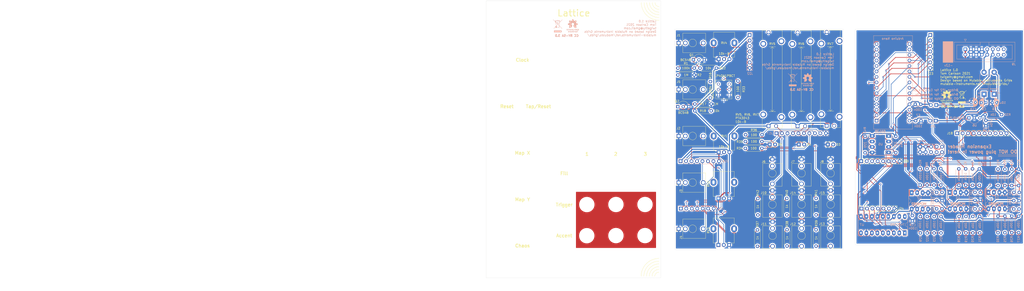
<source format=kicad_pcb>
(kicad_pcb (version 20171130) (host pcbnew "(5.1.10)-1")
  (layers (0 F.Cu signal) (31 B.Cu signal) (34 B.Paste user) (35 F.Paste user) (36 B.SilkS user) (37 F.SilkS user) (38 B.Mask user) (39 F.Mask user) (44 Edge.Cuts user))
  (net 0 "")
  (net 1 /SCK)
  (net 2 /MISO)
  (net 3 +12V)
  (net 4 /MOSI)
  (net 5 Earth)
  (net 6 /SS)
  (net 7 "Net-(A1-Pad28)")
  (net 8 "Net-(A1-Pad12)")
  (net 9 +5V)
  (net 10 "Net-(A1-Pad11)")
  (net 11 "Net-(A1-Pad26)")
  (net 12 /LED_CH1)
  (net 13 /TEMPO)
  (net 14 /LED_CH2)
  (net 15 /CH3_CV)
  (net 16 /LED_CH3)
  (net 17 /CH2_CV)
  (net 18 /LED_CLOCK)
  (net 19 /CH1_CV)
  (net 20 /SW_RESET)
  (net 21 /RND_CV)
  (net 22 /IN_RESET)
  (net 23 /Y_CV)
  (net 24 /X_CV)
  (net 25 "Net-(A1-Pad3)")
  (net 26 "Net-(A1-Pad17)")
  (net 27 /IN_CLOCK)
  (net 28 "Net-(C1-Pad2)")
  (net 29 "Net-(C2-Pad2)")
  (net 30 "Net-(C3-Pad2)")
  (net 31 "Net-(C4-Pad2)")
  (net 32 "Net-(C5-Pad2)")
  (net 33 "Net-(C6-Pad2)")
  (net 34 -12V)
  (net 35 /REF_-5)
  (net 36 "Net-(D1-Pad2)")
  (net 37 "Net-(D2-Pad1)")
  (net 38 "Net-(D3-Pad2)")
  (net 39 "Net-(D4-Pad2)")
  (net 40 "Net-(D5-Pad2)")
  (net 41 "Net-(J1-PadT)")
  (net 42 "Net-(J5-PadT)")
  (net 43 "Net-(J10-PadT)")
  (net 44 "Net-(J11-PadT)")
  (net 45 "Net-(J12-PadT)")
  (net 46 "Net-(J13-PadT)")
  (net 47 "Net-(J14-PadT)")
  (net 48 "Net-(J15-PadT)")
  (net 49 "Net-(R33-Pad1)")
  (net 50 /IN_MIDI)
  (net 51 /EXT_MIDI_IN_PIN_4)
  (net 52 /EXT_MIDI_IN_PIN_5)
  (net 53 "Net-(J16-Pad8)")
  (net 54 /EXT_RANDOM_CLOCK)
  (net 55 /EXT_RANDOM_GATE)
  (net 56 "Net-(Q1-Pad2)")
  (net 57 "Net-(Q2-Pad2)")
  (net 58 "Net-(R43-Pad1)")
  (net 59 "Net-(SW1-PadP4)")
  (net 60 "Net-(SW1-PadP1)")
  (net 61 "Net-(U5-Pad4)")
  (net 62 "Net-(U5-Pad7)")
  (net 63 "Net-(U5-Pad1)")
  (net 64 "Net-(U7-Pad9)")
  (net 65 "Net-(A1-Pad18)")
  (net 66 /ARDUINO_POWER_12v)
  (net 67 /X_JACK)
  (net 68 /Y_JACK)
  (net 69 /RAND_JACK)
  (net 70 /CH1_JACK)
  (net 71 /CH2_JACK)
  (net 72 /CH3_JACK)
  (net 73 /CH3_POT)
  (net 74 /CH2_POT)
  (net 75 /CH1_POT)
  (net 76 /X_POT)
  (net 77 /Y_POT)
  (net 78 /RAND_POT)
  (net 79 /CH3B)
  (net 80 /CH3A)
  (net 81 /CH2B)
  (net 82 /CH2A)
  (net 83 /CH1B)
  (net 84 /CH1A)
  (net 85 /5V_POWER_CONNECTOR)
  (net 86 "Net-(J9-Pad16)")
  (net 87 "Net-(J9-Pad14)")
  (net 88 "Net-(J9-Pad15)")
  (net 89 "Net-(J9-Pad13)")
  (module Symbol:OSHW-Logo_5.7x6mm_SilkScreen (layer F.Cu) (at 191.7065 78.9305)
    (fp_text reference J27 hide)
    (fp_text value OSHW hide)
  )
  (module Symbol:WEEE-Logo_4.2x6mm_SilkScreen (layer F.Cu) (at 198.6915 78.9305)
    (fp_text reference J26 hide)
    (fp_text value WEEE hide)
  )
  (module Symbol:WEEE-Logo_4.2x6mm_SilkScreen (layer B.Cu) (at 120.3325 71.0565 180)
    (fp_text reference J26 hide)
    (fp_text value WEEE hide)
  )
  (module Symbol:OSHW-Logo_5.7x6mm_SilkScreen (layer B.Cu) (at 127.3175 71.0565 180)
    (fp_text reference J27 hide)
    (fp_text value OSHW hide)
  )
  (module Symbol:WEEE-Logo_4.2x6mm_SilkScreen (layer B.Cu) (at 11.4935 46.0375 180)
    (fp_text reference J26 hide)
    (fp_text value WEEE hide)
  )
  (module Symbol:OSHW-Logo_5.7x6mm_SilkScreen (layer B.Cu) (at 18.4785 46.0375 180)
    (fp_text reference J27 hide)
    (fp_text value OSHW hide)
  )
  (module MountingHole:MountingHole_3.2mm_M3 (layer F.Cu) (at 51.8795 101.1555)
    (fp_text reference REF** hide)
    (fp_text value MountingHole_3.2mm_M3)
    (pad "" np_thru_hole circle (at 0 0) (size 3.1 3.1) (drill 3.1) (layers *.Cu *.Mask))
  )
  (module MountingHole:MountingHole_3.2mm_M3 (layer F.Cu) (at 38.5445 101.1555)
    (fp_text reference REF** hide)
    (fp_text value MountingHole_3.2mm_M3)
    (pad "" np_thru_hole circle (at 0 0) (size 3.1 3.1) (drill 3.1) (layers *.Cu *.Mask))
  )
  (module MountingHole:MountingHole_3.2mm_M3 (layer F.Cu) (at 25.0825 101.1555)
    (fp_text reference REF** hide)
    (fp_text value MountingHole_3.2mm_M3)
    (pad "" np_thru_hole circle (at 0 0) (size 3.1 3.1) (drill 3.1) (layers *.Cu *.Mask))
  )
  (module MountingHole:MountingHole_3.2mm_M3 (layer F.Cu) (at 2.54 75.6285)
    (fp_text reference REF** hide)
    (fp_text value MountingHole_3.2mm_M3)
    (pad "" np_thru_hole circle (at 0 0) (size 7.6 7.6) (drill 7.6) (layers *.Cu *.Mask))
  )
  (module MountingHole:MountingHole_3.2mm_M3 (layer F.Cu) (at 2.413 140.208)
    (fp_text reference REF** hide)
    (fp_text value MountingHole_3.2mm_M3)
    (pad "" np_thru_hole circle (at 0 0) (size 7.1 7.1) (drill 7.1) (layers *.Cu *.Mask))
  )
  (module MountingHole:MountingHole_3.2mm_M3 (layer F.Cu) (at 2.413 118.745)
    (fp_text reference REF** hide)
    (fp_text value MountingHole_3.2mm_M3)
    (pad "" np_thru_hole circle (at 0 0) (size 7.1 7.1) (drill 7.1) (layers *.Cu *.Mask))
  )
  (module MountingHole:MountingHole_3.2mm_M3 (layer F.Cu) (at 2.54 97.155)
    (fp_text reference REF** hide)
    (fp_text value MountingHole_3.2mm_M3)
    (pad "" np_thru_hole circle (at 0 0) (size 7.1 7.1) (drill 7.1) (layers *.Cu *.Mask))
  )
  (module MountingHole:MountingHole_3.2mm_M3 (layer F.Cu) (at 2.54 54.0385)
    (fp_text reference REF** hide)
    (fp_text value MountingHole_3.2mm_M3)
    (pad "" np_thru_hole circle (at 0 0) (size 7.1 7.1) (drill 7.1) (layers *.Cu *.Mask))
  )
  (module MountingHole:MountingHole_2.2mm_M2 (layer F.Cu) (at 52.07 70.612)
    (fp_text reference REF** hide)
    (fp_text value MountingHole_2.2mm_M2)
    (pad "" np_thru_hole oval (at 0 0) (size 2.3 35.5) (drill oval 2.3 35.5) (layers *.Cu *.Mask))
  )
  (module MountingHole:MountingHole_2.2mm_M2 (layer F.Cu) (at 38.481 70.612)
    (fp_text reference REF** hide)
    (fp_text value MountingHole_2.2mm_M2)
    (pad "" np_thru_hole oval (at 0 0) (size 2.3 35.5) (drill oval 2.3 35.5) (layers *.Cu *.Mask))
  )
  (module MountingHole:MountingHole_2.2mm_M2 (layer F.Cu) (at 24.892 70.612)
    (fp_text reference REF** hide)
    (fp_text value MountingHole_2.2mm_M2)
    (pad "" np_thru_hole oval (at 0 0) (size 2.3 35.5) (drill oval 2.3 35.5) (layers *.Cu *.Mask))
  )
  (module MountingHole:MountingHole_3.2mm_M3 (layer F.Cu) (at 38.4556 128.9304 270)
    (fp_text reference REF** hide)
    (fp_text value MountingHole_3.2mm_M3)
    (pad "" np_thru_hole circle (at 0 0 270) (size 6.1 6.1) (drill 6.1) (layers *.Cu *.Mask))
  )
  (module MountingHole:MountingHole_3.2mm_M3 (layer F.Cu) (at 24.9682 128.9558 270)
    (fp_text reference REF** hide)
    (fp_text value MountingHole_3.2mm_M3)
    (pad "" np_thru_hole circle (at 0 0 270) (size 6.1 6.1) (drill 6.1) (layers *.Cu *.Mask))
  )
  (module MountingHole:MountingHole_3.2mm_M3 (layer F.Cu) (at 24.9428 143.4084 270)
    (fp_text reference REF** hide)
    (fp_text value MountingHole_3.2mm_M3)
    (pad "" np_thru_hole circle (at 0 0 270) (size 6.1 6.1) (drill 6.1) (layers *.Cu *.Mask))
  )
  (module MountingHole:MountingHole_3.2mm_M3 (layer F.Cu) (at 38.4556 143.3576 270)
    (fp_text reference REF** hide)
    (fp_text value MountingHole_3.2mm_M3)
    (pad "" np_thru_hole circle (at 0 0 270) (size 6.1 6.1) (drill 6.1) (layers *.Cu *.Mask))
  )
  (module MountingHole:MountingHole_3.2mm_M3 (layer F.Cu) (at 51.9176 143.3576 270)
    (fp_text reference REF** hide)
    (fp_text value MountingHole_3.2mm_M3)
    (pad "" np_thru_hole circle (at 0 0 270) (size 6.1 6.1) (drill 6.1) (layers *.Cu *.Mask))
  )
  (module MountingHole:MountingHole_3.2mm_M3 (layer F.Cu) (at 51.9176 128.9304 270)
    (fp_text reference REF** hide)
    (fp_text value MountingHole_3.2mm_M3)
    (pad "" np_thru_hole circle (at 0 0 270) (size 6.1 6.1) (drill 6.1) (layers *.Cu *.Mask))
  )
  (module MountingHole:MountingHole_3.2mm_M3 (layer F.Cu) (at 51.9176 114.4778 270)
    (fp_text reference REF** hide)
    (fp_text value MountingHole_3.2mm_M3)
    (pad "" np_thru_hole circle (at 0 0 270) (size 6.1 6.1) (drill 6.1) (layers *.Cu *.Mask))
  )
  (module MountingHole:MountingHole_3.2mm_M3 (layer F.Cu) (at 38.4556 114.4778 270)
    (fp_text reference REF** hide)
    (fp_text value MountingHole_3.2mm_M3)
    (pad "" np_thru_hole circle (at 0 0 270) (size 6.1 6.1) (drill 6.1) (layers *.Cu *.Mask))
  )
  (module MountingHole:MountingHole_3.2mm_M3 (layer F.Cu) (at 24.9428 114.5032 270)
    (fp_text reference REF** hide)
    (fp_text value MountingHole_3.2mm_M3)
    (pad "" np_thru_hole circle (at 0 0 270) (size 6.1 6.1) (drill 6.1) (layers *.Cu *.Mask))
  )
  (module MountingHole:MountingHole_3.2mm_M3 (layer F.Cu) (at -11.9634 140.2842)
    (fp_text reference REF** hide)
    (fp_text value MountingHole_3.2mm_M3)
    (pad "" np_thru_hole circle (at 0 0) (size 6.1 6.1) (drill 6.1) (layers *.Cu *.Mask))
  )
  (module MountingHole:MountingHole_3.2mm_M3 (layer F.Cu) (at -11.9634 118.8212)
    (fp_text reference REF** hide)
    (fp_text value MountingHole_3.2mm_M3)
    (pad "" np_thru_hole circle (at 0 0) (size 6.1 6.1) (drill 6.1) (layers *.Cu *.Mask))
  )
  (module MountingHole:MountingHole_3.2mm_M3 (layer F.Cu) (at -11.9634 97.2312)
    (fp_text reference REF** hide)
    (fp_text value MountingHole_3.2mm_M3)
    (pad "" np_thru_hole circle (at 0 0) (size 6.1 6.1) (drill 6.1) (layers *.Cu *.Mask))
  )
  (module MountingHole:MountingHole_3.2mm_M3 (layer F.Cu) (at -11.9634 75.6412)
    (fp_text reference REF** hide)
    (fp_text value MountingHole_3.2mm_M3)
    (pad "" np_thru_hole circle (at 0 0) (size 6.1 6.1) (drill 6.1) (layers *.Cu *.Mask))
  )
  (module MountingHole:MountingHole_3.2mm_M3 (layer F.Cu) (at -11.9634 54.0512)
    (fp_text reference REF** hide)
    (fp_text value MountingHole_3.2mm_M3)
    (pad "" np_thru_hole circle (at 0 0) (size 6.1 6.1) (drill 6.1) (layers *.Cu *.Mask))
  )
  (module MountingHole:MountingHole_3.2mm_M3 (layer F.Cu) (at 41.2242 159.766 180)
    (fp_text reference REF** hide)
    (fp_text value MountingHole_3.2mm_M3)
    (pad "" np_thru_hole oval (at 0 0 180) (size 6.4 3.2) (drill oval 6.4 3.2) (layers *.Cu *.Mask))
  )
  (module MountingHole:MountingHole_3.2mm_M3 (layer F.Cu) (at -3.6068 159.766 180)
    (fp_text reference REF** hide)
    (fp_text value MountingHole_3.2mm_M3)
    (pad "" np_thru_hole oval (at 0 0 180) (size 6.4 3.2) (drill oval 6.4 3.2) (layers *.Cu *.Mask))
  )
  (module MountingHole:MountingHole_3.2mm_M3 (layer F.Cu) (at 41.1734 37.5158)
    (fp_text reference REF** hide)
    (fp_text value MountingHole_3.2mm_M3)
    (pad "" np_thru_hole oval (at 0 0) (size 6.4 3.2) (drill oval 6.4 3.2) (layers *.Cu *.Mask))
  )
  (module MountingHole:MountingHole_3.2mm_M3 (layer F.Cu) (at -3.6576 37.5158)
    (fp_text reference REF** hide)
    (fp_text value MountingHole_3.2mm_M3)
    (pad "" np_thru_hole oval (at 0 0) (size 6.4 3.2) (drill oval 6.4 3.2) (layers *.Cu *.Mask))
  )
  (module Connector_PinSocket_2.54mm:PinSocket_1x07_P2.54mm_Vertical (layer F.Cu) (at 184.0738 50.292)
    (fp_text reference J23 (at 0.0762 17.907) (layer F.SilkS))
    (fp_text value Conn_01x07)
    (pad 7 thru_hole oval (at 0 15.24) (size 1.7 1.7) (drill 1) (layers *.Cu *.Mask) (net 5 Earth))
    (pad 6 thru_hole oval (at 0 12.7) (size 1.7 1.7) (drill 1) (layers *.Cu *.Mask) (net 18 /LED_CLOCK))
    (pad 5 thru_hole oval (at 0 10.16) (size 1.7 1.7) (drill 1) (layers *.Cu *.Mask) (net 20 /SW_RESET))
    (pad 4 thru_hole oval (at 0 7.62) (size 1.7 1.7) (drill 1) (layers *.Cu *.Mask) (net 13 /TEMPO))
    (pad 3 thru_hole oval (at 0 5.08) (size 1.7 1.7) (drill 1) (layers *.Cu *.Mask) (net 22 /IN_RESET))
    (pad 2 thru_hole oval (at 0 2.54) (size 1.7 1.7) (drill 1) (layers *.Cu *.Mask) (net 27 /IN_CLOCK))
    (pad 1 thru_hole rect (at 0 0) (size 1.7 1.7) (drill 1) (layers *.Cu *.Mask) (net 9 +5V))
  )
  (module Connector_PinHeader_2.54mm:PinHeader_1x07_P2.54mm_Vertical (layer B.Cu) (at 100.3808 50.292 180)
    (fp_text reference J22 (at -0.2032 -17.907) (layer B.SilkS) (effects (justify mirror)))
    (fp_text value Conn_01x07)
    (pad 7 thru_hole oval (at 0 -15.24 180) (size 1.7 1.7) (drill 1) (layers *.Cu *.Mask) (net 5 Earth))
    (pad 6 thru_hole oval (at 0 -12.7 180) (size 1.7 1.7) (drill 1) (layers *.Cu *.Mask) (net 18 /LED_CLOCK))
    (pad 5 thru_hole oval (at 0 -10.16 180) (size 1.7 1.7) (drill 1) (layers *.Cu *.Mask) (net 20 /SW_RESET))
    (pad 4 thru_hole oval (at 0 -7.62 180) (size 1.7 1.7) (drill 1) (layers *.Cu *.Mask) (net 13 /TEMPO))
    (pad 3 thru_hole oval (at 0 -5.08 180) (size 1.7 1.7) (drill 1) (layers *.Cu *.Mask) (net 22 /IN_RESET))
    (pad 2 thru_hole oval (at 0 -2.54 180) (size 1.7 1.7) (drill 1) (layers *.Cu *.Mask) (net 27 /IN_CLOCK))
    (pad 1 thru_hole rect (at 0 0 180) (size 1.7 1.7) (drill 1) (layers *.Cu *.Mask) (net 9 +5V))
  )
  (module Connector_PinSocket_2.54mm:PinSocket_1x07_P2.54mm_Vertical (layer F.Cu) (at 152.1968 130.81 90)
    (fp_text reference J24 (at 0 18.2372 180) (layer F.SilkS))
    (fp_text value Conn_01x07)
    (pad 1 thru_hole rect (at 0 0 90) (size 1.7 1.7) (drill 1) (layers *.Cu *.Mask) (net 79 /CH3B))
    (pad 2 thru_hole oval (at 0 2.54 90) (size 1.7 1.7) (drill 1) (layers *.Cu *.Mask) (net 80 /CH3A))
    (pad 3 thru_hole oval (at 0 5.08 90) (size 1.7 1.7) (drill 1) (layers *.Cu *.Mask) (net 81 /CH2B))
    (pad 4 thru_hole oval (at 0 7.62 90) (size 1.7 1.7) (drill 1) (layers *.Cu *.Mask) (net 82 /CH2A))
    (pad 5 thru_hole oval (at 0 10.16 90) (size 1.7 1.7) (drill 1) (layers *.Cu *.Mask) (net 83 /CH1B))
    (pad 6 thru_hole oval (at 0 12.7 90) (size 1.7 1.7) (drill 1) (layers *.Cu *.Mask) (net 84 /CH1A))
    (pad 7 thru_hole oval (at 0 15.24 90) (size 1.7 1.7) (drill 1) (layers *.Cu *.Mask) (net 5 Earth))
  )
  (module Potentiometer_THT:Potentiometer_Alpha_RD901F-40-00D_Single_Vertical (layer F.Cu) (at 85.9028 147.701 90)
    (fp_text reference RV3 (at 6.71 -4.64 270) (layer F.SilkS))
    (fp_text value 10k-B)
    (pad 1 thru_hole rect (at 0 0 180) (size 1.8 1.8) (drill 1) (layers *.Cu *.Mask) (net 9 +5V))
    (pad 2 thru_hole circle (at 0 2.5 180) (size 1.8 1.8) (drill 1) (layers *.Cu *.Mask) (net 78 /RAND_POT))
    (pad 3 thru_hole circle (at 0 5 180) (size 1.8 1.8) (drill 1) (layers *.Cu *.Mask) (net 5 Earth))
    (pad "" thru_hole oval (at 7.5 7.3 180) (size 2.72 3.24) (drill oval 1.1 1.8) (layers *.Cu *.Mask))
    (pad "" thru_hole oval (at 7.5 -2.3 180) (size 2.72 3.24) (drill oval 1.1 1.8) (layers *.Cu *.Mask))
  )
  (module Connector_Audio:Jack_3.5mm_QingPu_WQP-PJ398SM_Vertical_CircularHoles (layer F.Cu) (at 67.4878 97.155 90)
    (fp_text reference J2 (at 3.556 -0.0508) (layer F.SilkS))
    (fp_text value AudioJack2)
    (pad TN thru_hole circle (at 0 3.1 270) (size 2.13 2.13) (drill 1.42) (layers *.Cu *.Mask))
    (pad S thru_hole rect (at 0 0 270) (size 1.93 1.83) (drill 1.22) (layers *.Cu *.Mask) (net 5 Earth))
    (pad T thru_hole circle (at 0 11.4 270) (size 2.13 2.13) (drill 1.43) (layers *.Cu *.Mask) (net 67 /X_JACK))
  )
  (module Connector_Audio:Jack_3.5mm_QingPu_WQP-PJ398SM_Vertical_CircularHoles (layer F.Cu) (at 67.4878 75.565 90)
    (fp_text reference J5 (at 3.556 -0.0508) (layer F.SilkS))
    (fp_text value AudioJack2)
    (pad TN thru_hole circle (at 0 3.1 270) (size 2.13 2.13) (drill 1.42) (layers *.Cu *.Mask))
    (pad S thru_hole rect (at 0 0 270) (size 1.93 1.83) (drill 1.22) (layers *.Cu *.Mask) (net 5 Earth))
    (pad T thru_hole circle (at 0 11.4 270) (size 2.13 2.13) (drill 1.43) (layers *.Cu *.Mask) (net 42 "Net-(J5-PadT)"))
  )
  (module Connector_Audio:Jack_3.5mm_QingPu_WQP-PJ398SM_Vertical_CircularHoles (layer F.Cu) (at 67.4878 140.208 90)
    (fp_text reference J4 (at -4.03 1.08 270) (layer F.SilkS))
    (fp_text value AudioJack2)
    (pad T thru_hole circle (at 0 11.4 270) (size 2.13 2.13) (drill 1.43) (layers *.Cu *.Mask) (net 69 /RAND_JACK))
    (pad S thru_hole rect (at 0 0 270) (size 1.93 1.83) (drill 1.22) (layers *.Cu *.Mask) (net 5 Earth))
    (pad TN thru_hole circle (at 0 3.1 270) (size 2.13 2.13) (drill 1.42) (layers *.Cu *.Mask))
  )
  (module Connector_Audio:Jack_3.5mm_QingPu_WQP-PJ398SM_Vertical_CircularHoles (layer F.Cu) (at 137.922 122.428)
    (fp_text reference J15 (at -4.03 1.08 180) (layer F.SilkS))
    (fp_text value AudioJack2)
    (pad T thru_hole circle (at 0 11.4 180) (size 2.13 2.13) (drill 1.43) (layers *.Cu *.Mask) (net 48 "Net-(J15-PadT)"))
    (pad S thru_hole rect (at 0 0 180) (size 1.93 1.83) (drill 1.22) (layers *.Cu *.Mask) (net 5 Earth))
    (pad TN thru_hole circle (at 0 3.1 180) (size 2.13 2.13) (drill 1.42) (layers *.Cu *.Mask))
  )
  (module Connector_Audio:Jack_3.5mm_QingPu_WQP-PJ398SM_Vertical_CircularHoles (layer F.Cu) (at 137.8712 107.9546)
    (fp_text reference J8 (at -4.03 1.08 180) (layer F.SilkS))
    (fp_text value AudioJack2)
    (pad TN thru_hole circle (at 0 3.1 180) (size 2.13 2.13) (drill 1.42) (layers *.Cu *.Mask))
    (pad S thru_hole rect (at 0 0 180) (size 1.93 1.83) (drill 1.22) (layers *.Cu *.Mask) (net 5 Earth))
    (pad T thru_hole circle (at 0 11.4 180) (size 2.13 2.13) (drill 1.43) (layers *.Cu *.Mask) (net 72 /CH3_JACK))
  )
  (module Connector_Audio:Jack_3.5mm_QingPu_WQP-PJ398SM_Vertical_CircularHoles (layer F.Cu) (at 124.4092 107.9546)
    (fp_text reference J7 (at -4.03 1.08 180) (layer F.SilkS))
    (fp_text value AudioJack2)
    (pad TN thru_hole circle (at 0 3.1 180) (size 2.13 2.13) (drill 1.42) (layers *.Cu *.Mask))
    (pad S thru_hole rect (at 0 0 180) (size 1.93 1.83) (drill 1.22) (layers *.Cu *.Mask) (net 5 Earth))
    (pad T thru_hole circle (at 0 11.4 180) (size 2.13 2.13) (drill 1.43) (layers *.Cu *.Mask) (net 71 /CH2_JACK))
  )
  (module Connector_Audio:Jack_3.5mm_QingPu_WQP-PJ398SM_Vertical_CircularHoles (layer F.Cu) (at 110.8964 107.9754)
    (fp_text reference J6 (at -4.03 1.08 180) (layer F.SilkS))
    (fp_text value AudioJack2)
    (pad TN thru_hole circle (at 0 3.1 180) (size 2.13 2.13) (drill 1.42) (layers *.Cu *.Mask))
    (pad S thru_hole rect (at 0 0 180) (size 1.93 1.83) (drill 1.22) (layers *.Cu *.Mask) (net 5 Earth))
    (pad T thru_hole circle (at 0 11.4 180) (size 2.13 2.13) (drill 1.43) (layers *.Cu *.Mask) (net 70 /CH1_JACK))
  )
  (module Connector_Audio:Jack_3.5mm_QingPu_WQP-PJ398SM_Vertical_CircularHoles (layer F.Cu) (at 110.9218 122.428)
    (fp_text reference J10 (at -4.03 1.08 180) (layer F.SilkS))
    (fp_text value AudioJack2)
    (pad TN thru_hole circle (at 0 3.1 180) (size 2.13 2.13) (drill 1.42) (layers *.Cu *.Mask))
    (pad S thru_hole rect (at 0 0 180) (size 1.93 1.83) (drill 1.22) (layers *.Cu *.Mask) (net 5 Earth))
    (pad T thru_hole circle (at 0 11.4 180) (size 2.13 2.13) (drill 1.43) (layers *.Cu *.Mask) (net 43 "Net-(J10-PadT)"))
  )
  (module Capacitor_THT:CP_Radial_D4.0mm_P2.00mm (layer B.Cu) (at 202.9714 81.534)
    (fp_text reference C10 (at 1 3.25) (layer B.SilkS) (effects (justify mirror)))
    (fp_text value 10u (at -2.8194 0) (layer B.SilkS) (effects (justify mirror)))
    (pad 2 thru_hole circle (at 2 0) (size 1.2 1.2) (drill 0.6) (layers *.Cu *.Mask) (net 85 /5V_POWER_CONNECTOR))
    (pad 1 thru_hole rect (at 0 0) (size 1.2 1.2) (drill 0.6) (layers *.Cu *.Mask) (net 5 Earth))
  )
  (module Connector_PinHeader_2.54mm:PinHeader_1x02_P2.54mm_Vertical (layer B.Cu) (at 186.8424 82.7786 90)
    (fp_text reference JP2 (at -0.0254 3.2766 180) (layer B.SilkS) (effects (justify mirror)))
    (fp_text value Jumper)
    (pad 2 thru_hole oval (at 0 -2.54 90) (size 1.7 1.7) (drill 1) (layers *.Cu *.Mask) (net 9 +5V))
    (pad 1 thru_hole rect (at 0 0 90) (size 1.7 1.7) (drill 1) (layers *.Cu *.Mask) (net 85 /5V_POWER_CONNECTOR))
  )
  (module Connector_PinHeader_2.54mm:PinHeader_1x02_P2.54mm_Vertical (layer B.Cu) (at 186.6138 90.043 90)
    (fp_text reference JP1 (at -2.667 -1.3208 180) (layer B.SilkS) (effects (justify mirror)))
    (fp_text value Jumper)
    (pad 2 thru_hole oval (at 0 -2.54 90) (size 1.7 1.7) (drill 1) (layers *.Cu *.Mask) (net 66 /ARDUINO_POWER_12v))
    (pad 1 thru_hole rect (at 0 0 90) (size 1.7 1.7) (drill 1) (layers *.Cu *.Mask) (net 3 +12V))
  )
  (module Connector_IDC:IDC-Header_2x08_P2.54mm_Vertical (layer B.Cu) (at 200.3044 56.896 270)
    (fp_text reference J9 (at 6.985 -22.4536 180) (layer B.SilkS) (effects (justify mirror)))
    (fp_text value Conn_02x08_Odd_Even)
    (pad 16 thru_hole circle (at 2.54 -17.78 270) (size 1.7 1.7) (drill 1) (layers *.Cu *.Mask) (net 86 "Net-(J9-Pad16)"))
    (pad 14 thru_hole circle (at 2.54 -15.24 270) (size 1.7 1.7) (drill 1) (layers *.Cu *.Mask) (net 87 "Net-(J9-Pad14)"))
    (pad 12 thru_hole circle (at 2.54 -12.7 270) (size 1.7 1.7) (drill 1) (layers *.Cu *.Mask) (net 85 /5V_POWER_CONNECTOR))
    (pad 10 thru_hole circle (at 2.54 -10.16 270) (size 1.7 1.7) (drill 1) (layers *.Cu *.Mask) (net 36 "Net-(D1-Pad2)"))
    (pad 8 thru_hole circle (at 2.54 -7.62 270) (size 1.7 1.7) (drill 1) (layers *.Cu *.Mask) (net 5 Earth))
    (pad 6 thru_hole circle (at 2.54 -5.08 270) (size 1.7 1.7) (drill 1) (layers *.Cu *.Mask) (net 5 Earth))
    (pad 4 thru_hole circle (at 2.54 -2.54 270) (size 1.7 1.7) (drill 1) (layers *.Cu *.Mask) (net 5 Earth))
    (pad 2 thru_hole circle (at 2.54 0 270) (size 1.7 1.7) (drill 1) (layers *.Cu *.Mask) (net 37 "Net-(D2-Pad1)"))
    (pad 15 thru_hole circle (at 0 -17.78 270) (size 1.7 1.7) (drill 1) (layers *.Cu *.Mask) (net 88 "Net-(J9-Pad15)"))
    (pad 13 thru_hole circle (at 0 -15.24 270) (size 1.7 1.7) (drill 1) (layers *.Cu *.Mask) (net 89 "Net-(J9-Pad13)"))
    (pad 11 thru_hole circle (at 0 -12.7 270) (size 1.7 1.7) (drill 1) (layers *.Cu *.Mask) (net 85 /5V_POWER_CONNECTOR))
    (pad 9 thru_hole circle (at 0 -10.16 270) (size 1.7 1.7) (drill 1) (layers *.Cu *.Mask) (net 36 "Net-(D1-Pad2)"))
    (pad 7 thru_hole circle (at 0 -7.62 270) (size 1.7 1.7) (drill 1) (layers *.Cu *.Mask) (net 5 Earth))
    (pad 5 thru_hole circle (at 0 -5.08 270) (size 1.7 1.7) (drill 1) (layers *.Cu *.Mask) (net 5 Earth))
    (pad 3 thru_hole circle (at 0 -2.54 270) (size 1.7 1.7) (drill 1) (layers *.Cu *.Mask) (net 5 Earth))
    (pad 1 thru_hole roundrect (at 0 0 270) (size 1.7 1.7) (drill 1) (layers *.Cu *.Mask) (roundrect_rratio 0.147059) (net 37 "Net-(D2-Pad1)"))
  )
  (module Capacitor_THT:C_Disc_D3.8mm_W2.6mm_P2.50mm (layer B.Cu) (at 179.7558 90.043 180)
    (fp_text reference C7 (at 1.25 2.55) (layer B.SilkS) (effects (justify mirror)))
    (fp_text value 100n (at 1.25 -2.55) (layer B.SilkS) (effects (justify mirror)))
    (pad 2 thru_hole circle (at 2.5 0 180) (size 1.6 1.6) (drill 0.8) (layers *.Cu *.Mask) (net 66 /ARDUINO_POWER_12v))
    (pad 1 thru_hole circle (at 0 0 180) (size 1.6 1.6) (drill 0.8) (layers *.Cu *.Mask) (net 5 Earth))
  )
  (module Connector_PinHeader_2.54mm:PinHeader_1x10_P2.54mm_Vertical (layer B.Cu) (at 112.8268 95.885 270)
    (fp_text reference J17 (at 0 3.0988) (layer B.SilkS) (effects (justify mirror)))
    (fp_text value Conn_01x10)
    (pad 10 thru_hole oval (at 0 -22.86 270) (size 1.7 1.7) (drill 1) (layers *.Cu *.Mask) (net 5 Earth))
    (pad 9 thru_hole oval (at 0 -20.32 270) (size 1.7 1.7) (drill 1) (layers *.Cu *.Mask) (net 12 /LED_CH1))
    (pad 8 thru_hole oval (at 0 -17.78 270) (size 1.7 1.7) (drill 1) (layers *.Cu *.Mask) (net 14 /LED_CH2))
    (pad 7 thru_hole oval (at 0 -15.24 270) (size 1.7 1.7) (drill 1) (layers *.Cu *.Mask) (net 16 /LED_CH3))
    (pad 6 thru_hole oval (at 0 -12.7 270) (size 1.7 1.7) (drill 1) (layers *.Cu *.Mask) (net 73 /CH3_POT))
    (pad 5 thru_hole oval (at 0 -10.16 270) (size 1.7 1.7) (drill 1) (layers *.Cu *.Mask) (net 72 /CH3_JACK))
    (pad 4 thru_hole oval (at 0 -7.62 270) (size 1.7 1.7) (drill 1) (layers *.Cu *.Mask) (net 74 /CH2_POT))
    (pad 3 thru_hole oval (at 0 -5.08 270) (size 1.7 1.7) (drill 1) (layers *.Cu *.Mask) (net 71 /CH2_JACK))
    (pad 2 thru_hole oval (at 0 -2.54 270) (size 1.7 1.7) (drill 1) (layers *.Cu *.Mask) (net 75 /CH1_POT))
    (pad 1 thru_hole rect (at 0 0 270) (size 1.7 1.7) (drill 1) (layers *.Cu *.Mask) (net 70 /CH1_JACK))
  )
  (module Connector_PinHeader_2.54mm:PinHeader_1x07_P2.54mm_Vertical (layer B.Cu) (at 68.5038 130.81 270)
    (fp_text reference J21 (at 0 -18.6182) (layer B.SilkS) (effects (justify mirror)))
    (fp_text value Conn_01x07)
    (pad 7 thru_hole oval (at 0 -15.24 270) (size 1.7 1.7) (drill 1) (layers *.Cu *.Mask) (net 5 Earth))
    (pad 6 thru_hole oval (at 0 -12.7 270) (size 1.7 1.7) (drill 1) (layers *.Cu *.Mask) (net 84 /CH1A))
    (pad 5 thru_hole oval (at 0 -10.16 270) (size 1.7 1.7) (drill 1) (layers *.Cu *.Mask) (net 83 /CH1B))
    (pad 4 thru_hole oval (at 0 -7.62 270) (size 1.7 1.7) (drill 1) (layers *.Cu *.Mask) (net 82 /CH2A))
    (pad 3 thru_hole oval (at 0 -5.08 270) (size 1.7 1.7) (drill 1) (layers *.Cu *.Mask) (net 81 /CH2B))
    (pad 2 thru_hole oval (at 0 -2.54 270) (size 1.7 1.7) (drill 1) (layers *.Cu *.Mask) (net 80 /CH3A))
    (pad 1 thru_hole rect (at 0 0 270) (size 1.7 1.7) (drill 1) (layers *.Cu *.Mask) (net 79 /CH3B))
  )
  (module Connector_PinSocket_2.54mm:PinSocket_1x08_P2.54mm_Vertical (layer F.Cu) (at 152.0698 108.839 90)
    (fp_text reference J20 (at 0 20.6502 180) (layer F.SilkS))
    (fp_text value Conn_01x08)
    (pad 8 thru_hole oval (at 0 17.78 90) (size 1.7 1.7) (drill 1) (layers *.Cu *.Mask) (net 5 Earth))
    (pad 7 thru_hole oval (at 0 15.24 90) (size 1.7 1.7) (drill 1) (layers *.Cu *.Mask) (net 69 /RAND_JACK))
    (pad 6 thru_hole oval (at 0 12.7 90) (size 1.7 1.7) (drill 1) (layers *.Cu *.Mask) (net 78 /RAND_POT))
    (pad 5 thru_hole oval (at 0 10.16 90) (size 1.7 1.7) (drill 1) (layers *.Cu *.Mask) (net 68 /Y_JACK))
    (pad 4 thru_hole oval (at 0 7.62 90) (size 1.7 1.7) (drill 1) (layers *.Cu *.Mask) (net 77 /Y_POT))
    (pad 3 thru_hole oval (at 0 5.08 90) (size 1.7 1.7) (drill 1) (layers *.Cu *.Mask) (net 67 /X_JACK))
    (pad 2 thru_hole oval (at 0 2.54 90) (size 1.7 1.7) (drill 1) (layers *.Cu *.Mask) (net 76 /X_POT))
    (pad 1 thru_hole rect (at 0 0 90) (size 1.7 1.7) (drill 1) (layers *.Cu *.Mask) (net 9 +5V))
  )
  (module Connector_PinHeader_2.54mm:PinHeader_1x08_P2.54mm_Vertical (layer B.Cu) (at 68.3768 108.839 270)
    (fp_text reference J19 (at 0 -20.9042) (layer B.SilkS) (effects (justify mirror)))
    (fp_text value Conn_01x08)
    (pad 8 thru_hole oval (at 0 -17.78 270) (size 1.7 1.7) (drill 1) (layers *.Cu *.Mask) (net 5 Earth))
    (pad 7 thru_hole oval (at 0 -15.24 270) (size 1.7 1.7) (drill 1) (layers *.Cu *.Mask) (net 69 /RAND_JACK))
    (pad 6 thru_hole oval (at 0 -12.7 270) (size 1.7 1.7) (drill 1) (layers *.Cu *.Mask) (net 78 /RAND_POT))
    (pad 5 thru_hole oval (at 0 -10.16 270) (size 1.7 1.7) (drill 1) (layers *.Cu *.Mask) (net 68 /Y_JACK))
    (pad 4 thru_hole oval (at 0 -7.62 270) (size 1.7 1.7) (drill 1) (layers *.Cu *.Mask) (net 77 /Y_POT))
    (pad 3 thru_hole oval (at 0 -5.08 270) (size 1.7 1.7) (drill 1) (layers *.Cu *.Mask) (net 67 /X_JACK))
    (pad 2 thru_hole oval (at 0 -2.54 270) (size 1.7 1.7) (drill 1) (layers *.Cu *.Mask) (net 76 /X_POT))
    (pad 1 thru_hole rect (at 0 0 270) (size 1.7 1.7) (drill 1) (layers *.Cu *.Mask) (net 9 +5V))
  )
  (module Connector_PinSocket_2.54mm:PinSocket_1x10_P2.54mm_Vertical (layer F.Cu) (at 196.5198 95.885 90)
    (fp_text reference J18 (at 0 -3.3528 180) (layer F.SilkS))
    (fp_text value Conn_01x10)
    (pad 10 thru_hole oval (at 0 22.86 90) (size 1.7 1.7) (drill 1) (layers *.Cu *.Mask) (net 5 Earth))
    (pad 9 thru_hole oval (at 0 20.32 90) (size 1.7 1.7) (drill 1) (layers *.Cu *.Mask) (net 12 /LED_CH1))
    (pad 8 thru_hole oval (at 0 17.78 90) (size 1.7 1.7) (drill 1) (layers *.Cu *.Mask) (net 14 /LED_CH2))
    (pad 7 thru_hole oval (at 0 15.24 90) (size 1.7 1.7) (drill 1) (layers *.Cu *.Mask) (net 16 /LED_CH3))
    (pad 6 thru_hole oval (at 0 12.7 90) (size 1.7 1.7) (drill 1) (layers *.Cu *.Mask) (net 73 /CH3_POT))
    (pad 5 thru_hole oval (at 0 10.16 90) (size 1.7 1.7) (drill 1) (layers *.Cu *.Mask) (net 72 /CH3_JACK))
    (pad 4 thru_hole oval (at 0 7.62 90) (size 1.7 1.7) (drill 1) (layers *.Cu *.Mask) (net 74 /CH2_POT))
    (pad 3 thru_hole oval (at 0 5.08 90) (size 1.7 1.7) (drill 1) (layers *.Cu *.Mask) (net 71 /CH2_JACK))
    (pad 2 thru_hole oval (at 0 2.54 90) (size 1.7 1.7) (drill 1) (layers *.Cu *.Mask) (net 75 /CH1_POT))
    (pad 1 thru_hole rect (at 0 0 90) (size 1.7 1.7) (drill 1) (layers *.Cu *.Mask) (net 70 /CH1_JACK))
  )
  (module Package_DIP:DIP-18_W7.62mm_Socket_LongPads (layer B.Cu) (at 172.2628 142.113 90)
    (fp_text reference U7 (at 3.81 -19.8628) (layer B.SilkS) (effects (justify mirror)))
    (fp_text value 74HC595 (at 3.81 -3.3528) (layer B.SilkS) (effects (justify mirror)))
    (pad 18 thru_hole oval (at 7.62 0 90) (size 2.4 1.6) (drill 0.8) (layers *.Cu *.Mask))
    (pad 9 thru_hole oval (at 0 -20.32 90) (size 2.4 1.6) (drill 0.8) (layers *.Cu *.Mask) (net 64 "Net-(U7-Pad9)"))
    (pad 17 thru_hole oval (at 7.62 -2.54 90) (size 2.4 1.6) (drill 0.8) (layers *.Cu *.Mask))
    (pad 8 thru_hole oval (at 0 -17.78 90) (size 2.4 1.6) (drill 0.8) (layers *.Cu *.Mask) (net 5 Earth))
    (pad 16 thru_hole oval (at 7.62 -5.08 90) (size 2.4 1.6) (drill 0.8) (layers *.Cu *.Mask) (net 9 +5V))
    (pad 7 thru_hole oval (at 0 -15.24 90) (size 2.4 1.6) (drill 0.8) (layers *.Cu *.Mask) (net 55 /EXT_RANDOM_GATE))
    (pad 15 thru_hole oval (at 7.62 -7.62 90) (size 2.4 1.6) (drill 0.8) (layers *.Cu *.Mask) (net 84 /CH1A))
    (pad 6 thru_hole oval (at 0 -12.7 90) (size 2.4 1.6) (drill 0.8) (layers *.Cu *.Mask) (net 54 /EXT_RANDOM_CLOCK))
    (pad 14 thru_hole oval (at 7.62 -10.16 90) (size 2.4 1.6) (drill 0.8) (layers *.Cu *.Mask) (net 4 /MOSI))
    (pad 5 thru_hole oval (at 0 -10.16 90) (size 2.4 1.6) (drill 0.8) (layers *.Cu *.Mask) (net 79 /CH3B))
    (pad 13 thru_hole oval (at 7.62 -12.7 90) (size 2.4 1.6) (drill 0.8) (layers *.Cu *.Mask) (net 5 Earth))
    (pad 4 thru_hole oval (at 0 -7.62 90) (size 2.4 1.6) (drill 0.8) (layers *.Cu *.Mask) (net 81 /CH2B))
    (pad 12 thru_hole oval (at 7.62 -15.24 90) (size 2.4 1.6) (drill 0.8) (layers *.Cu *.Mask) (net 6 /SS))
    (pad 3 thru_hole oval (at 0 -5.08 90) (size 2.4 1.6) (drill 0.8) (layers *.Cu *.Mask) (net 83 /CH1B))
    (pad 11 thru_hole oval (at 7.62 -17.78 90) (size 2.4 1.6) (drill 0.8) (layers *.Cu *.Mask) (net 1 /SCK))
    (pad 2 thru_hole oval (at 0 -2.54 90) (size 2.4 1.6) (drill 0.8) (layers *.Cu *.Mask) (net 80 /CH3A))
    (pad 10 thru_hole oval (at 7.62 -20.32 90) (size 2.4 1.6) (drill 0.8) (layers *.Cu *.Mask) (net 9 +5V))
    (pad 1 thru_hole rect (at 0 0 90) (size 2.4 1.6) (drill 0.8) (layers *.Cu *.Mask) (net 82 /CH2A))
  )
  (module Package_TO_SOT_THT:TO-92_Inline_Wide (layer B.Cu) (at 201.9554 88.7476)
    (fp_text reference U6 (at 2.6416 3.4544) (layer B.SilkS) (effects (justify mirror)))
    (fp_text value LM4040LP-5 (at -6.1214 0.0254) (layer B.SilkS) (effects (justify mirror)))
    (pad 1 thru_hole rect (at 0 0) (size 1.5 1.5) (drill 0.8) (layers *.Cu *.Mask))
    (pad 3 thru_hole circle (at 5.08 0) (size 1.5 1.5) (drill 0.8) (layers *.Cu *.Mask) (net 35 /REF_-5))
    (pad 2 thru_hole circle (at 2.54 0) (size 1.5 1.5) (drill 0.8) (layers *.Cu *.Mask) (net 5 Earth))
  )
  (module Package_DIP:DIP-8_W7.62mm_Socket_LongPads (layer B.Cu) (at 164.7698 97.155 180)
    (fp_text reference U5 (at 3.7338 -3.81) (layer B.SilkS) (effects (justify mirror)))
    (fp_text value 6N138 (at 3.8608 2.286 180) (layer B.SilkS) (effects (justify mirror)))
    (pad 8 thru_hole oval (at 7.62 0 180) (size 2.4 1.6) (drill 0.8) (layers *.Cu *.Mask) (net 9 +5V))
    (pad 4 thru_hole oval (at 0 -7.62 180) (size 2.4 1.6) (drill 0.8) (layers *.Cu *.Mask) (net 61 "Net-(U5-Pad4)"))
    (pad 7 thru_hole oval (at 7.62 -2.54 180) (size 2.4 1.6) (drill 0.8) (layers *.Cu *.Mask) (net 62 "Net-(U5-Pad7)"))
    (pad 3 thru_hole oval (at 0 -5.08 180) (size 2.4 1.6) (drill 0.8) (layers *.Cu *.Mask) (net 52 /EXT_MIDI_IN_PIN_5))
    (pad 6 thru_hole oval (at 7.62 -5.08 180) (size 2.4 1.6) (drill 0.8) (layers *.Cu *.Mask) (net 50 /IN_MIDI))
    (pad 2 thru_hole oval (at 0 -2.54 180) (size 2.4 1.6) (drill 0.8) (layers *.Cu *.Mask) (net 58 "Net-(R43-Pad1)"))
    (pad 5 thru_hole oval (at 7.62 -7.62 180) (size 2.4 1.6) (drill 0.8) (layers *.Cu *.Mask) (net 5 Earth))
    (pad 1 thru_hole rect (at 0 0 180) (size 2.4 1.6) (drill 0.8) (layers *.Cu *.Mask) (net 63 "Net-(U5-Pad1)"))
  )
  (module Package_DIP:DIP-8_W7.62mm_Socket_LongPads (layer B.Cu) (at 210.9978 123.317 270)
    (fp_text reference U3 (at 2.54 -3.8862) (layer B.SilkS) (effects (justify mirror)))
    (fp_text value MCP6002-xP)
    (pad 8 thru_hole oval (at 7.62 0 270) (size 2.4 1.6) (drill 0.8) (layers *.Cu *.Mask) (net 9 +5V))
    (pad 4 thru_hole oval (at 0 -7.62 270) (size 2.4 1.6) (drill 0.8) (layers *.Cu *.Mask) (net 5 Earth))
    (pad 7 thru_hole oval (at 7.62 -2.54 270) (size 2.4 1.6) (drill 0.8) (layers *.Cu *.Mask) (net 15 /CH3_CV))
    (pad 3 thru_hole oval (at 0 -5.08 270) (size 2.4 1.6) (drill 0.8) (layers *.Cu *.Mask) (net 5 Earth))
    (pad 6 thru_hole oval (at 7.62 -5.08 270) (size 2.4 1.6) (drill 0.8) (layers *.Cu *.Mask) (net 33 "Net-(C6-Pad2)"))
    (pad 2 thru_hole oval (at 0 -2.54 270) (size 2.4 1.6) (drill 0.8) (layers *.Cu *.Mask) (net 30 "Net-(C3-Pad2)"))
    (pad 5 thru_hole oval (at 7.62 -7.62 270) (size 2.4 1.6) (drill 0.8) (layers *.Cu *.Mask) (net 5 Earth))
    (pad 1 thru_hole rect (at 0 0 270) (size 2.4 1.6) (drill 0.8) (layers *.Cu *.Mask) (net 21 /RND_CV))
  )
  (module Package_DIP:DIP-8_W7.62mm_Socket_LongPads (layer B.Cu) (at 175.4378 123.444 270)
    (fp_text reference U2 (at 2.54 -3.6322) (layer B.SilkS) (effects (justify mirror)))
    (fp_text value MCP6002-xP)
    (pad 8 thru_hole oval (at 7.62 0 270) (size 2.4 1.6) (drill 0.8) (layers *.Cu *.Mask) (net 9 +5V))
    (pad 4 thru_hole oval (at 0 -7.62 270) (size 2.4 1.6) (drill 0.8) (layers *.Cu *.Mask) (net 5 Earth))
    (pad 7 thru_hole oval (at 7.62 -2.54 270) (size 2.4 1.6) (drill 0.8) (layers *.Cu *.Mask) (net 17 /CH2_CV))
    (pad 3 thru_hole oval (at 0 -5.08 270) (size 2.4 1.6) (drill 0.8) (layers *.Cu *.Mask) (net 5 Earth))
    (pad 6 thru_hole oval (at 7.62 -5.08 270) (size 2.4 1.6) (drill 0.8) (layers *.Cu *.Mask) (net 32 "Net-(C5-Pad2)"))
    (pad 2 thru_hole oval (at 0 -2.54 270) (size 2.4 1.6) (drill 0.8) (layers *.Cu *.Mask) (net 29 "Net-(C2-Pad2)"))
    (pad 5 thru_hole oval (at 7.62 -7.62 270) (size 2.4 1.6) (drill 0.8) (layers *.Cu *.Mask) (net 5 Earth))
    (pad 1 thru_hole rect (at 0 0 270) (size 2.4 1.6) (drill 0.8) (layers *.Cu *.Mask) (net 23 /Y_CV))
  )
  (module Package_DIP:DIP-8_W7.62mm_Socket_LongPads (layer B.Cu) (at 193.0908 123.317 270)
    (fp_text reference U1 (at 2.54 -3.6322) (layer B.SilkS) (effects (justify mirror)))
    (fp_text value MCP6002-xP)
    (pad 8 thru_hole oval (at 7.62 0 270) (size 2.4 1.6) (drill 0.8) (layers *.Cu *.Mask) (net 9 +5V))
    (pad 4 thru_hole oval (at 0 -7.62 270) (size 2.4 1.6) (drill 0.8) (layers *.Cu *.Mask) (net 5 Earth))
    (pad 7 thru_hole oval (at 7.62 -2.54 270) (size 2.4 1.6) (drill 0.8) (layers *.Cu *.Mask) (net 19 /CH1_CV))
    (pad 3 thru_hole oval (at 0 -5.08 270) (size 2.4 1.6) (drill 0.8) (layers *.Cu *.Mask) (net 5 Earth))
    (pad 6 thru_hole oval (at 7.62 -5.08 270) (size 2.4 1.6) (drill 0.8) (layers *.Cu *.Mask) (net 31 "Net-(C4-Pad2)"))
    (pad 2 thru_hole oval (at 0 -2.54 270) (size 2.4 1.6) (drill 0.8) (layers *.Cu *.Mask) (net 28 "Net-(C1-Pad2)"))
    (pad 5 thru_hole oval (at 7.62 -7.62 270) (size 2.4 1.6) (drill 0.8) (layers *.Cu *.Mask) (net 5 Earth))
    (pad 1 thru_hole rect (at 0 0 270) (size 2.4 1.6) (drill 0.8) (layers *.Cu *.Mask) (net 24 /X_CV))
  )
  (module RS:LP4OA1PBCT (layer F.Cu) (at 88.4428 75.565 90)
    (fp_text reference SW1 (at -4.445 -4.445 90) (layer F.SilkS) (effects (font (size 1.2065 1.2065) (thickness 0.09652)) (justify left bottom)))
    (fp_text value LP4OA1PBCT hide)
    (pad P2 thru_hole circle (at 0 -2.5 90) (size 1.35 1.35) (drill 0.9) (layers *.Cu *.Mask) (net 20 /SW_RESET))
    (pad P3 thru_hole circle (at -2.5 -2.5 90) (size 1.35 1.35) (drill 0.9) (layers *.Cu *.Mask) (net 5 Earth))
    (pad P6 thru_hole circle (at -2.5 2.5 90) (size 1.35 1.35) (drill 0.9) (layers *.Cu *.Mask) (net 5 Earth))
    (pad P5 thru_hole circle (at 0 2.5 90) (size 1.35 1.35) (drill 0.9) (layers *.Cu *.Mask) (net 20 /SW_RESET))
    (pad P4 thru_hole circle (at 2.5 2.5 90) (size 1.35 1.35) (drill 0.9) (layers *.Cu *.Mask) (net 59 "Net-(SW1-PadP4)"))
    (pad P1 thru_hole circle (at 2.5 -2.5 90) (size 1.35 1.35) (drill 0.9) (layers *.Cu *.Mask) (net 60 "Net-(SW1-PadP1)"))
    (pad L2 thru_hole circle (at -5 0 90) (size 1.1064 1.1064) (drill 0.7) (layers *.Cu *.Mask) (net 5 Earth))
    (pad L1 thru_hole circle (at 5 0 90) (size 1.1064 1.1064) (drill 0.7) (layers *.Cu *.Mask) (net 49 "Net-(R33-Pad1)"))
  )
  (module Resistor_THT:R_Axial_DIN0207_L6.3mm_D2.5mm_P7.62mm_Horizontal (layer B.Cu) (at 168.0718 97.282 270)
    (fp_text reference R44 (at 3.683 -2.7432 270) (layer B.SilkS) (effects (justify mirror)))
    (fp_text value 220 (at 3.81 0.1778 270) (layer B.SilkS) (effects (justify mirror)))
    (pad 2 thru_hole oval (at 7.62 0 270) (size 1.6 1.6) (drill 0.8) (layers *.Cu *.Mask) (net 50 /IN_MIDI))
    (pad 1 thru_hole circle (at 0 0 270) (size 1.6 1.6) (drill 0.8) (layers *.Cu *.Mask) (net 9 +5V))
  )
  (module Resistor_THT:R_Axial_DIN0207_L6.3mm_D2.5mm_P7.62mm_Horizontal (layer B.Cu) (at 153.8478 97.282 270)
    (fp_text reference R43 (at -2.921 0.0508 270) (layer B.SilkS) (effects (justify mirror)))
    (fp_text value 220 (at 3.937 -0.0762 270) (layer B.SilkS) (effects (justify mirror)))
    (pad 2 thru_hole oval (at 7.62 0 270) (size 1.6 1.6) (drill 0.8) (layers *.Cu *.Mask) (net 51 /EXT_MIDI_IN_PIN_4))
    (pad 1 thru_hole circle (at 0 0 270) (size 1.6 1.6) (drill 0.8) (layers *.Cu *.Mask) (net 58 "Net-(R43-Pad1)"))
  )
  (module Resistor_THT:R_Axial_DIN0207_L6.3mm_D2.5mm_P7.62mm_Horizontal (layer F.Cu) (at 104.1908 133.7818 90)
    (fp_text reference R42 (at 10.2108 -0.0508 90) (layer F.SilkS))
    (fp_text value 1k (at 3.81 -0.0508 90) (layer F.SilkS))
    (pad 2 thru_hole oval (at 7.62 0 90) (size 1.6 1.6) (drill 0.8) (layers *.Cu *.Mask) (net 84 /CH1A))
    (pad 1 thru_hole circle (at 0 0 90) (size 1.6 1.6) (drill 0.8) (layers *.Cu *.Mask) (net 43 "Net-(J10-PadT)"))
  )
  (module Resistor_THT:R_Axial_DIN0207_L6.3mm_D2.5mm_P7.62mm_Horizontal (layer F.Cu) (at 131.191 133.731 90)
    (fp_text reference R41 (at 10.2616 -0.0254 90) (layer F.SilkS))
    (fp_text value 1k (at 3.9116 -0.0254 90) (layer F.SilkS))
    (pad 2 thru_hole oval (at 7.62 0 90) (size 1.6 1.6) (drill 0.8) (layers *.Cu *.Mask) (net 80 /CH3A))
    (pad 1 thru_hole circle (at 0 0 90) (size 1.6 1.6) (drill 0.8) (layers *.Cu *.Mask) (net 48 "Net-(J15-PadT)"))
  )
  (module Resistor_THT:R_Axial_DIN0207_L6.3mm_D2.5mm_P7.62mm_Horizontal (layer F.Cu) (at 117.602 133.731 90)
    (fp_text reference R40 (at 10.1346 0.0254 90) (layer F.SilkS))
    (fp_text value 1k (at 3.9116 0.0254 90) (layer F.SilkS))
    (pad 2 thru_hole oval (at 7.62 0 90) (size 1.6 1.6) (drill 0.8) (layers *.Cu *.Mask) (net 82 /CH2A))
    (pad 1 thru_hole circle (at 0 0 90) (size 1.6 1.6) (drill 0.8) (layers *.Cu *.Mask) (net 47 "Net-(J14-PadT)"))
  )
  (module Resistor_THT:R_Axial_DIN0207_L6.3mm_D2.5mm_P7.62mm_Horizontal (layer F.Cu) (at 131.1656 148.2598 90)
    (fp_text reference R39 (at 10.5918 0.1524 90) (layer F.SilkS))
    (fp_text value 1k (at 3.81 0.0254 90) (layer F.SilkS))
    (pad 2 thru_hole oval (at 7.62 0 90) (size 1.6 1.6) (drill 0.8) (layers *.Cu *.Mask) (net 79 /CH3B))
    (pad 1 thru_hole circle (at 0 0 90) (size 1.6 1.6) (drill 0.8) (layers *.Cu *.Mask) (net 46 "Net-(J13-PadT)"))
  )
  (module Resistor_THT:R_Axial_DIN0207_L6.3mm_D2.5mm_P7.62mm_Horizontal (layer F.Cu) (at 117.729 148.209 90)
    (fp_text reference R38 (at 10.2108 0 90) (layer F.SilkS))
    (fp_text value 1k (at 3.81 0 90) (layer F.SilkS))
    (pad 2 thru_hole oval (at 7.62 0 90) (size 1.6 1.6) (drill 0.8) (layers *.Cu *.Mask) (net 81 /CH2B))
    (pad 1 thru_hole circle (at 0 0 90) (size 1.6 1.6) (drill 0.8) (layers *.Cu *.Mask) (net 45 "Net-(J12-PadT)"))
  )
  (module Resistor_THT:R_Axial_DIN0207_L6.3mm_D2.5mm_P7.62mm_Horizontal (layer F.Cu) (at 104.013 148.336 90)
    (fp_text reference R37 (at 10.287 0 90) (layer F.SilkS))
    (fp_text value 1k (at 3.937 0 90) (layer F.SilkS))
    (pad 2 thru_hole oval (at 7.62 0 90) (size 1.6 1.6) (drill 0.8) (layers *.Cu *.Mask) (net 83 /CH1B))
    (pad 1 thru_hole circle (at 0 0 90) (size 1.6 1.6) (drill 0.8) (layers *.Cu *.Mask) (net 44 "Net-(J11-PadT)"))
  )
  (module Resistor_THT:R_Axial_DIN0207_L6.3mm_D2.5mm_P7.62mm_Horizontal (layer F.Cu) (at 98.5012 96.5454)
    (fp_text reference R36 (at 3.8608 -2.1844) (layer F.SilkS))
    (fp_text value 100 (at 3.8608 0.1016) (layer F.SilkS))
    (pad 2 thru_hole oval (at 7.62 0) (size 1.6 1.6) (drill 0.8) (layers *.Cu *.Mask) (net 12 /LED_CH1))
    (pad 1 thru_hole circle (at 0 0) (size 1.6 1.6) (drill 0.8) (layers *.Cu *.Mask) (net 40 "Net-(D5-Pad2)"))
  )
  (module Resistor_THT:R_Axial_DIN0207_L6.3mm_D2.5mm_P7.62mm_Horizontal (layer F.Cu) (at 98.4504 99.7204)
    (fp_text reference R35 (at -2.6924 0.1016) (layer F.SilkS))
    (fp_text value 100 (at 3.9116 -0.0254) (layer F.SilkS))
    (pad 2 thru_hole oval (at 7.62 0) (size 1.6 1.6) (drill 0.8) (layers *.Cu *.Mask) (net 14 /LED_CH2))
    (pad 1 thru_hole circle (at 0 0) (size 1.6 1.6) (drill 0.8) (layers *.Cu *.Mask) (net 39 "Net-(D4-Pad2)"))
  )
  (module Resistor_THT:R_Axial_DIN0207_L6.3mm_D2.5mm_P7.62mm_Horizontal (layer F.Cu) (at 98.425 102.8954)
    (fp_text reference R34 (at -2.667 -0.0254) (layer F.SilkS))
    (fp_text value 100 (at 3.81 -0.0254) (layer F.SilkS))
    (pad 2 thru_hole oval (at 7.62 0) (size 1.6 1.6) (drill 0.8) (layers *.Cu *.Mask) (net 16 /LED_CH3))
    (pad 1 thru_hole circle (at 0 0) (size 1.6 1.6) (drill 0.8) (layers *.Cu *.Mask) (net 38 "Net-(D3-Pad2)"))
  )
  (module Resistor_THT:R_Axial_DIN0207_L6.3mm_D2.5mm_P7.62mm_Horizontal (layer F.Cu) (at 94.9706 71.6534 270)
    (fp_text reference R33 (at 3.7846 -2.6924 90) (layer F.SilkS))
    (fp_text value 100 (at 3.7846 -0.0254 90) (layer F.SilkS))
    (pad 2 thru_hole oval (at 7.62 0 270) (size 1.6 1.6) (drill 0.8) (layers *.Cu *.Mask) (net 18 /LED_CLOCK))
    (pad 1 thru_hole circle (at 0 0 270) (size 1.6 1.6) (drill 0.8) (layers *.Cu *.Mask) (net 49 "Net-(R33-Pad1)"))
  )
  (module Resistor_THT:R_Axial_DIN0207_L6.3mm_D2.5mm_P7.62mm_Horizontal (layer B.Cu) (at 217.0684 87.2236 180)
    (fp_text reference R32 (at -2.7686 -0.0254) (layer B.SilkS) (effects (justify mirror)))
    (fp_text value 10k (at 3.8354 -0.0254) (layer B.SilkS) (effects (justify mirror)))
    (pad 2 thru_hole oval (at 7.62 0 180) (size 1.6 1.6) (drill 0.8) (layers *.Cu *.Mask) (net 35 /REF_-5))
    (pad 1 thru_hole circle (at 0 0 180) (size 1.6 1.6) (drill 0.8) (layers *.Cu *.Mask) (net 34 -12V))
  )
  (module Resistor_THT:R_Axial_DIN0207_L6.3mm_D2.5mm_P7.62mm_Horizontal (layer B.Cu) (at 215.4428 141.986 90)
    (fp_text reference R30 (at -3.048 -0.0508 270) (layer B.SilkS) (effects (justify mirror)))
    (fp_text value 100k (at 3.683 -0.0508 270) (layer B.SilkS) (effects (justify mirror)))
    (pad 2 thru_hole oval (at 7.62 0 90) (size 1.6 1.6) (drill 0.8) (layers *.Cu *.Mask) (net 33 "Net-(C6-Pad2)"))
    (pad 1 thru_hole circle (at 0 0 90) (size 1.6 1.6) (drill 0.8) (layers *.Cu *.Mask) (net 15 /CH3_CV))
  )
  (module Resistor_THT:R_Axial_DIN0207_L6.3mm_D2.5mm_P7.62mm_Horizontal (layer B.Cu) (at 179.5018 142.1384 90)
    (fp_text reference R29 (at -2.6416 0.0762 270) (layer B.SilkS) (effects (justify mirror)))
    (fp_text value 100k (at 3.8354 -0.1778 270) (layer B.SilkS) (effects (justify mirror)))
    (pad 2 thru_hole oval (at 7.62 0 90) (size 1.6 1.6) (drill 0.8) (layers *.Cu *.Mask) (net 32 "Net-(C5-Pad2)"))
    (pad 1 thru_hole circle (at 0 0 90) (size 1.6 1.6) (drill 0.8) (layers *.Cu *.Mask) (net 17 /CH2_CV))
  )
  (module Resistor_THT:R_Axial_DIN0207_L6.3mm_D2.5mm_P7.62mm_Horizontal (layer B.Cu) (at 197.4088 142.113 90)
    (fp_text reference R28 (at -2.921 -0.0508 270) (layer B.SilkS) (effects (justify mirror)))
    (fp_text value 100k (at 3.81 -0.0508 270) (layer B.SilkS) (effects (justify mirror)))
    (pad 2 thru_hole oval (at 7.62 0 90) (size 1.6 1.6) (drill 0.8) (layers *.Cu *.Mask) (net 31 "Net-(C4-Pad2)"))
    (pad 1 thru_hole circle (at 0 0 90) (size 1.6 1.6) (drill 0.8) (layers *.Cu *.Mask) (net 19 /CH1_CV))
  )
  (module Resistor_THT:R_Axial_DIN0207_L6.3mm_D2.5mm_P7.62mm_Horizontal (layer B.Cu) (at 224.9678 141.986 90)
    (fp_text reference R27 (at -3.048 0.0762 270) (layer B.SilkS) (effects (justify mirror)))
    (fp_text value 100k (at 3.937 -0.0508 270) (layer B.SilkS) (effects (justify mirror)))
    (pad 2 thru_hole oval (at 7.62 0 90) (size 1.6 1.6) (drill 0.8) (layers *.Cu *.Mask) (net 35 /REF_-5))
    (pad 1 thru_hole circle (at 0 0 90) (size 1.6 1.6) (drill 0.8) (layers *.Cu *.Mask) (net 33 "Net-(C6-Pad2)"))
  )
  (module Resistor_THT:R_Axial_DIN0207_L6.3mm_D2.5mm_P7.62mm_Horizontal (layer B.Cu) (at 221.7928 141.986 90)
    (fp_text reference R26 (at -3.048 -0.0508 270) (layer B.SilkS) (effects (justify mirror)))
    (fp_text value 100k (at 3.81 -0.1778 270) (layer B.SilkS) (effects (justify mirror)))
    (pad 2 thru_hole oval (at 7.62 0 90) (size 1.6 1.6) (drill 0.8) (layers *.Cu *.Mask) (net 72 /CH3_JACK))
    (pad 1 thru_hole circle (at 0 0 90) (size 1.6 1.6) (drill 0.8) (layers *.Cu *.Mask) (net 33 "Net-(C6-Pad2)"))
  )
  (module Resistor_THT:R_Axial_DIN0207_L6.3mm_D2.5mm_P7.62mm_Horizontal (layer B.Cu) (at 218.6178 134.366 270)
    (fp_text reference R25 (at 10.668 -0.0762 270) (layer B.SilkS) (effects (justify mirror)))
    (fp_text value 100k (at 3.81 -0.0762 270) (layer B.SilkS) (effects (justify mirror)))
    (pad 2 thru_hole oval (at 7.62 0 270) (size 1.6 1.6) (drill 0.8) (layers *.Cu *.Mask) (net 73 /CH3_POT))
    (pad 1 thru_hole circle (at 0 0 270) (size 1.6 1.6) (drill 0.8) (layers *.Cu *.Mask) (net 33 "Net-(C6-Pad2)"))
  )
  (module Resistor_THT:R_Axial_DIN0207_L6.3mm_D2.5mm_P7.62mm_Horizontal (layer B.Cu) (at 189.0268 142.1384 90)
    (fp_text reference R24 (at -2.6416 0.0762 270) (layer B.SilkS) (effects (justify mirror)))
    (fp_text value 100k (at 3.8354 -0.0508 270) (layer B.SilkS) (effects (justify mirror)))
    (pad 2 thru_hole oval (at 7.62 0 90) (size 1.6 1.6) (drill 0.8) (layers *.Cu *.Mask) (net 35 /REF_-5))
    (pad 1 thru_hole circle (at 0 0 90) (size 1.6 1.6) (drill 0.8) (layers *.Cu *.Mask) (net 32 "Net-(C5-Pad2)"))
  )
  (module Resistor_THT:R_Axial_DIN0207_L6.3mm_D2.5mm_P7.62mm_Horizontal (layer B.Cu) (at 185.8518 142.1384 90)
    (fp_text reference R23 (at -2.6416 0.0762 270) (layer B.SilkS) (effects (justify mirror)))
    (fp_text value 100k (at 3.8354 0.0762 270) (layer B.SilkS) (effects (justify mirror)))
    (pad 2 thru_hole oval (at 7.62 0 90) (size 1.6 1.6) (drill 0.8) (layers *.Cu *.Mask) (net 71 /CH2_JACK))
    (pad 1 thru_hole circle (at 0 0 90) (size 1.6 1.6) (drill 0.8) (layers *.Cu *.Mask) (net 32 "Net-(C5-Pad2)"))
  )
  (module Resistor_THT:R_Axial_DIN0207_L6.3mm_D2.5mm_P7.62mm_Horizontal (layer B.Cu) (at 182.6768 142.1384 90)
    (fp_text reference R22 (at -2.6416 0.0762 270) (layer B.SilkS) (effects (justify mirror)))
    (fp_text value 100k (at 3.8354 -0.0508 270) (layer B.SilkS) (effects (justify mirror)))
    (pad 2 thru_hole oval (at 7.62 0 90) (size 1.6 1.6) (drill 0.8) (layers *.Cu *.Mask) (net 74 /CH2_POT))
    (pad 1 thru_hole circle (at 0 0 90) (size 1.6 1.6) (drill 0.8) (layers *.Cu *.Mask) (net 32 "Net-(C5-Pad2)"))
  )
  (module Resistor_THT:R_Axial_DIN0207_L6.3mm_D2.5mm_P7.62mm_Horizontal (layer B.Cu) (at 206.9338 142.113 90)
    (fp_text reference R21 (at -2.921 0.0762 270) (layer B.SilkS) (effects (justify mirror)))
    (fp_text value 100k (at 3.81 0.0762 270) (layer B.SilkS) (effects (justify mirror)))
    (pad 2 thru_hole oval (at 7.62 0 90) (size 1.6 1.6) (drill 0.8) (layers *.Cu *.Mask) (net 35 /REF_-5))
    (pad 1 thru_hole circle (at 0 0 90) (size 1.6 1.6) (drill 0.8) (layers *.Cu *.Mask) (net 31 "Net-(C4-Pad2)"))
  )
  (module Resistor_THT:R_Axial_DIN0207_L6.3mm_D2.5mm_P7.62mm_Horizontal (layer B.Cu) (at 203.7588 142.113 90)
    (fp_text reference R20 (at -2.921 -0.0508 270) (layer B.SilkS) (effects (justify mirror)))
    (fp_text value 100k (at 3.81 0.0762 270) (layer B.SilkS) (effects (justify mirror)))
    (pad 2 thru_hole oval (at 7.62 0 90) (size 1.6 1.6) (drill 0.8) (layers *.Cu *.Mask) (net 70 /CH1_JACK))
    (pad 1 thru_hole circle (at 0 0 90) (size 1.6 1.6) (drill 0.8) (layers *.Cu *.Mask) (net 31 "Net-(C4-Pad2)"))
  )
  (module Resistor_THT:R_Axial_DIN0207_L6.3mm_D2.5mm_P7.62mm_Horizontal (layer B.Cu) (at 200.5838 142.113 90)
    (fp_text reference R19 (at -2.921 0.0762 270) (layer B.SilkS) (effects (justify mirror)))
    (fp_text value 100k (at 3.81 -0.0508 270) (layer B.SilkS) (effects (justify mirror)))
    (pad 2 thru_hole oval (at 7.62 0 90) (size 1.6 1.6) (drill 0.8) (layers *.Cu *.Mask) (net 75 /CH1_POT))
    (pad 1 thru_hole circle (at 0 0 90) (size 1.6 1.6) (drill 0.8) (layers *.Cu *.Mask) (net 31 "Net-(C4-Pad2)"))
  )
  (module Resistor_THT:R_Axial_DIN0207_L6.3mm_D2.5mm_P7.62mm_Horizontal (layer F.Cu) (at 74.9808 85.471)
    (fp_text reference R18 (at 3.7592 0) (layer F.SilkS))
    (fp_text value 10k (at 10.1092 0) (layer F.SilkS))
    (pad 2 thru_hole oval (at 7.62 0) (size 1.6 1.6) (drill 0.8) (layers *.Cu *.Mask) (net 22 /IN_RESET))
    (pad 1 thru_hole circle (at 0 0) (size 1.6 1.6) (drill 0.8) (layers *.Cu *.Mask) (net 9 +5V))
  )
  (module Resistor_THT:R_Axial_DIN0207_L6.3mm_D2.5mm_P7.62mm_Horizontal (layer F.Cu) (at 74.9808 82.296)
    (fp_text reference R17 (at 3.8862 0) (layer F.SilkS))
    (fp_text value 1M (at 9.8552 0) (layer F.SilkS))
    (pad 2 thru_hole oval (at 7.62 0) (size 1.6 1.6) (drill 0.8) (layers *.Cu *.Mask) (net 5 Earth))
    (pad 1 thru_hole circle (at 0 0) (size 1.6 1.6) (drill 0.8) (layers *.Cu *.Mask) (net 57 "Net-(Q2-Pad2)"))
  )
  (module Resistor_THT:R_Axial_DIN0207_L6.3mm_D2.5mm_P7.62mm_Horizontal (layer F.Cu) (at 82.2198 79.502 90)
    (fp_text reference R16 (at 10.414 -0.0508 90) (layer F.SilkS))
    (fp_text value 100k (at 3.81 -0.0508 270) (layer F.SilkS))
    (pad 2 thru_hole oval (at 7.62 0 90) (size 1.6 1.6) (drill 0.8) (layers *.Cu *.Mask) (net 42 "Net-(J5-PadT)"))
    (pad 1 thru_hole circle (at 0 0 90) (size 1.6 1.6) (drill 0.8) (layers *.Cu *.Mask) (net 57 "Net-(Q2-Pad2)"))
  )
  (module Resistor_THT:R_Axial_DIN0207_L6.3mm_D2.5mm_P7.62mm_Horizontal (layer B.Cu) (at 215.4428 120.142 90)
    (fp_text reference R15 (at 10.668 0.0762 270) (layer B.SilkS) (effects (justify mirror)))
    (fp_text value 100k (at 3.683 -0.0508 270) (layer B.SilkS) (effects (justify mirror)))
    (pad 2 thru_hole oval (at 7.62 0 90) (size 1.6 1.6) (drill 0.8) (layers *.Cu *.Mask) (net 30 "Net-(C3-Pad2)"))
    (pad 1 thru_hole circle (at 0 0 90) (size 1.6 1.6) (drill 0.8) (layers *.Cu *.Mask) (net 21 /RND_CV))
  )
  (module Resistor_THT:R_Axial_DIN0207_L6.3mm_D2.5mm_P7.62mm_Horizontal (layer B.Cu) (at 179.4002 119.9134 90)
    (fp_text reference R14 (at 10.3124 0.0508 270) (layer B.SilkS) (effects (justify mirror)))
    (fp_text value 100k (at 4.0894 0.0508 270) (layer B.SilkS) (effects (justify mirror)))
    (pad 2 thru_hole oval (at 7.62 0 90) (size 1.6 1.6) (drill 0.8) (layers *.Cu *.Mask) (net 29 "Net-(C2-Pad2)"))
    (pad 1 thru_hole circle (at 0 0 90) (size 1.6 1.6) (drill 0.8) (layers *.Cu *.Mask) (net 23 /Y_CV))
  )
  (module Resistor_THT:R_Axial_DIN0207_L6.3mm_D2.5mm_P7.62mm_Horizontal (layer B.Cu) (at 197.2818 120.015 90)
    (fp_text reference R13 (at 10.541 0.0762 270) (layer B.SilkS) (effects (justify mirror)))
    (fp_text value 100k (at 3.81 0.0762 270) (layer B.SilkS) (effects (justify mirror)))
    (pad 2 thru_hole oval (at 7.62 0 90) (size 1.6 1.6) (drill 0.8) (layers *.Cu *.Mask) (net 28 "Net-(C1-Pad2)"))
    (pad 1 thru_hole circle (at 0 0 90) (size 1.6 1.6) (drill 0.8) (layers *.Cu *.Mask) (net 24 /X_CV))
  )
  (module Resistor_THT:R_Axial_DIN0207_L6.3mm_D2.5mm_P7.62mm_Horizontal (layer F.Cu) (at 85.0138 65.659 180)
    (fp_text reference R12 (at -2.8702 0) (layer F.SilkS))
    (fp_text value 10k (at 3.7338 0) (layer F.SilkS))
    (pad 2 thru_hole oval (at 7.62 0 180) (size 1.6 1.6) (drill 0.8) (layers *.Cu *.Mask) (net 27 /IN_CLOCK))
    (pad 1 thru_hole circle (at 0 0 180) (size 1.6 1.6) (drill 0.8) (layers *.Cu *.Mask) (net 9 +5V))
  )
  (module Resistor_THT:R_Axial_DIN0207_L6.3mm_D2.5mm_P7.62mm_Horizontal (layer B.Cu) (at 224.9678 120.142 90)
    (fp_text reference R11 (at 10.668 0.0762 270) (layer B.SilkS) (effects (justify mirror)))
    (fp_text value 100k (at 3.683 0.0762 270) (layer B.SilkS) (effects (justify mirror)))
    (pad 2 thru_hole oval (at 7.62 0 90) (size 1.6 1.6) (drill 0.8) (layers *.Cu *.Mask) (net 35 /REF_-5))
    (pad 1 thru_hole circle (at 0 0 90) (size 1.6 1.6) (drill 0.8) (layers *.Cu *.Mask) (net 30 "Net-(C3-Pad2)"))
  )
  (module Resistor_THT:R_Axial_DIN0207_L6.3mm_D2.5mm_P7.62mm_Horizontal (layer B.Cu) (at 221.7928 120.142 90)
    (fp_text reference R10 (at 10.668 -0.0508 270) (layer B.SilkS) (effects (justify mirror)))
    (fp_text value 100k (at 3.683 -0.0508 270) (layer B.SilkS) (effects (justify mirror)))
    (pad 2 thru_hole oval (at 7.62 0 90) (size 1.6 1.6) (drill 0.8) (layers *.Cu *.Mask) (net 69 /RAND_JACK))
    (pad 1 thru_hole circle (at 0 0 90) (size 1.6 1.6) (drill 0.8) (layers *.Cu *.Mask) (net 30 "Net-(C3-Pad2)"))
  )
  (module Resistor_THT:R_Axial_DIN0207_L6.3mm_D2.5mm_P7.62mm_Horizontal (layer B.Cu) (at 218.6178 120.142 90)
    (fp_text reference R9 (at 11.049 -0.0508 270) (layer B.SilkS) (effects (justify mirror)))
    (fp_text value 100k (at 3.683 -0.0508 270) (layer B.SilkS) (effects (justify mirror)))
    (pad 2 thru_hole oval (at 7.62 0 90) (size 1.6 1.6) (drill 0.8) (layers *.Cu *.Mask) (net 78 /RAND_POT))
    (pad 1 thru_hole circle (at 0 0 90) (size 1.6 1.6) (drill 0.8) (layers *.Cu *.Mask) (net 30 "Net-(C3-Pad2)"))
  )
  (module Resistor_THT:R_Axial_DIN0207_L6.3mm_D2.5mm_P7.62mm_Horizontal (layer B.Cu) (at 188.9252 119.9134 90)
    (fp_text reference R8 (at 9.9314 -0.0762 270) (layer B.SilkS) (effects (justify mirror)))
    (fp_text value 100k (at 3.9624 0.1778 270) (layer B.SilkS) (effects (justify mirror)))
    (pad 2 thru_hole oval (at 7.62 0 90) (size 1.6 1.6) (drill 0.8) (layers *.Cu *.Mask) (net 35 /REF_-5))
    (pad 1 thru_hole circle (at 0 0 90) (size 1.6 1.6) (drill 0.8) (layers *.Cu *.Mask) (net 29 "Net-(C2-Pad2)"))
  )
  (module Resistor_THT:R_Axial_DIN0207_L6.3mm_D2.5mm_P7.62mm_Horizontal (layer B.Cu) (at 185.7502 119.9134 90)
    (fp_text reference R7 (at 9.8044 0.0508 270) (layer B.SilkS) (effects (justify mirror)))
    (fp_text value 100k (at 3.9624 0.0508 270) (layer B.SilkS) (effects (justify mirror)))
    (pad 2 thru_hole oval (at 7.62 0 90) (size 1.6 1.6) (drill 0.8) (layers *.Cu *.Mask) (net 68 /Y_JACK))
    (pad 1 thru_hole circle (at 0 0 90) (size 1.6 1.6) (drill 0.8) (layers *.Cu *.Mask) (net 29 "Net-(C2-Pad2)"))
  )
  (module Resistor_THT:R_Axial_DIN0207_L6.3mm_D2.5mm_P7.62mm_Horizontal (layer B.Cu) (at 182.5752 119.9134 90)
    (fp_text reference R6 (at 9.6774 -0.0762 270) (layer B.SilkS) (effects (justify mirror)))
    (fp_text value 100k (at 3.9624 0.0508 270) (layer B.SilkS) (effects (justify mirror)))
    (pad 2 thru_hole oval (at 7.62 0 90) (size 1.6 1.6) (drill 0.8) (layers *.Cu *.Mask) (net 77 /Y_POT))
    (pad 1 thru_hole circle (at 0 0 90) (size 1.6 1.6) (drill 0.8) (layers *.Cu *.Mask) (net 29 "Net-(C2-Pad2)"))
  )
  (module Resistor_THT:R_Axial_DIN0207_L6.3mm_D2.5mm_P7.62mm_Horizontal (layer B.Cu) (at 206.8068 120.015 90)
    (fp_text reference R5 (at 10.033 0.0762 270) (layer B.SilkS) (effects (justify mirror)))
    (fp_text value 100k (at 3.81 0.0762 270) (layer B.SilkS) (effects (justify mirror)))
    (pad 2 thru_hole oval (at 7.62 0 90) (size 1.6 1.6) (drill 0.8) (layers *.Cu *.Mask) (net 35 /REF_-5))
    (pad 1 thru_hole circle (at 0 0 90) (size 1.6 1.6) (drill 0.8) (layers *.Cu *.Mask) (net 28 "Net-(C1-Pad2)"))
  )
  (module Resistor_THT:R_Axial_DIN0207_L6.3mm_D2.5mm_P7.62mm_Horizontal (layer B.Cu) (at 203.6318 120.015 90)
    (fp_text reference R4 (at 9.906 0.2032 270) (layer B.SilkS) (effects (justify mirror)))
    (fp_text value 100k (at 3.81 0.0762 270) (layer B.SilkS) (effects (justify mirror)))
    (pad 2 thru_hole oval (at 7.62 0 90) (size 1.6 1.6) (drill 0.8) (layers *.Cu *.Mask) (net 67 /X_JACK))
    (pad 1 thru_hole circle (at 0 0 90) (size 1.6 1.6) (drill 0.8) (layers *.Cu *.Mask) (net 28 "Net-(C1-Pad2)"))
  )
  (module Resistor_THT:R_Axial_DIN0207_L6.3mm_D2.5mm_P7.62mm_Horizontal (layer B.Cu) (at 200.4568 120.015 90)
    (fp_text reference R3 (at 10.16 -0.0508 270) (layer B.SilkS) (effects (justify mirror)))
    (fp_text value 100k (at 4.064 -0.0508 270) (layer B.SilkS) (effects (justify mirror)))
    (pad 2 thru_hole oval (at 7.62 0 90) (size 1.6 1.6) (drill 0.8) (layers *.Cu *.Mask) (net 76 /X_POT))
    (pad 1 thru_hole circle (at 0 0 90) (size 1.6 1.6) (drill 0.8) (layers *.Cu *.Mask) (net 28 "Net-(C1-Pad2)"))
  )
  (module Resistor_THT:R_Axial_DIN0207_L6.3mm_D2.5mm_P7.62mm_Horizontal (layer F.Cu) (at 67.1068 68.834)
    (fp_text reference R2 (at 9.9822 0) (layer F.SilkS))
    (fp_text value 1M (at 3.8862 0) (layer F.SilkS))
    (pad 2 thru_hole oval (at 7.62 0) (size 1.6 1.6) (drill 0.8) (layers *.Cu *.Mask) (net 5 Earth))
    (pad 1 thru_hole circle (at 0 0) (size 1.6 1.6) (drill 0.8) (layers *.Cu *.Mask) (net 56 "Net-(Q1-Pad2)"))
  )
  (module Resistor_THT:R_Axial_DIN0207_L6.3mm_D2.5mm_P7.62mm_Horizontal (layer F.Cu) (at 74.7522 65.659 180)
    (fp_text reference R1 (at 3.8862 2.159) (layer F.SilkS))
    (fp_text value 100k (at 3.8862 0) (layer F.SilkS))
    (pad 2 thru_hole oval (at 7.62 0 180) (size 1.6 1.6) (drill 0.8) (layers *.Cu *.Mask) (net 41 "Net-(J1-PadT)"))
    (pad 1 thru_hole circle (at 0 0 180) (size 1.6 1.6) (drill 0.8) (layers *.Cu *.Mask) (net 56 "Net-(Q1-Pad2)"))
  )
  (module Package_TO_SOT_THT:TO-92_Inline_Wide (layer F.Cu) (at 67.1068 83.566)
    (fp_text reference Q2 (at -0.3048 -2.54) (layer F.SilkS))
    (fp_text value BC548 (at 2.54 2.79) (layer F.SilkS))
    (pad 1 thru_hole rect (at 0 0) (size 1.5 1.5) (drill 0.8) (layers *.Cu *.Mask) (net 22 /IN_RESET))
    (pad 3 thru_hole circle (at 5.08 0) (size 1.5 1.5) (drill 0.8) (layers *.Cu *.Mask) (net 5 Earth))
    (pad 2 thru_hole circle (at 2.54 0) (size 1.5 1.5) (drill 0.8) (layers *.Cu *.Mask) (net 57 "Net-(Q2-Pad2)"))
  )
  (module Package_TO_SOT_THT:TO-92_Inline_Wide (layer F.Cu) (at 74.3458 61.7982)
    (fp_text reference Q1 (at -0.8128 -2.2352) (layer F.SilkS))
    (fp_text value BC548 (at -3.6068 0.0508) (layer F.SilkS))
    (pad 1 thru_hole rect (at 0 0) (size 1.5 1.5) (drill 0.8) (layers *.Cu *.Mask) (net 27 /IN_CLOCK))
    (pad 3 thru_hole circle (at 5.08 0) (size 1.5 1.5) (drill 0.8) (layers *.Cu *.Mask) (net 5 Earth))
    (pad 2 thru_hole circle (at 2.54 0) (size 1.5 1.5) (drill 0.8) (layers *.Cu *.Mask) (net 56 "Net-(Q1-Pad2)"))
  )
  (module Connector_PinHeader_2.54mm:PinHeader_2x05_P2.54mm_Vertical (layer B.Cu) (at 179.3748 102.108 270)
    (fp_text reference J16 (at -2.667 -9.8552) (layer B.SilkS) (effects (justify mirror)))
    (fp_text value Conn_02x05_Counter_Clockwise)
    (pad 10 thru_hole oval (at 2.54 -10.16 270) (size 1.7 1.7) (drill 1) (layers *.Cu *.Mask) (net 51 /EXT_MIDI_IN_PIN_4))
    (pad 9 thru_hole oval (at 0 -10.16 270) (size 1.7 1.7) (drill 1) (layers *.Cu *.Mask) (net 52 /EXT_MIDI_IN_PIN_5))
    (pad 8 thru_hole oval (at 2.54 -7.62 270) (size 1.7 1.7) (drill 1) (layers *.Cu *.Mask) (net 53 "Net-(J16-Pad8)"))
    (pad 7 thru_hole oval (at 0 -7.62 270) (size 1.7 1.7) (drill 1) (layers *.Cu *.Mask) (net 54 /EXT_RANDOM_CLOCK))
    (pad 6 thru_hole oval (at 2.54 -5.08 270) (size 1.7 1.7) (drill 1) (layers *.Cu *.Mask) (net 55 /EXT_RANDOM_GATE))
    (pad 5 thru_hole oval (at 0 -5.08 270) (size 1.7 1.7) (drill 1) (layers *.Cu *.Mask) (net 5 Earth))
    (pad 4 thru_hole oval (at 2.54 -2.54 270) (size 1.7 1.7) (drill 1) (layers *.Cu *.Mask) (net 5 Earth))
    (pad 3 thru_hole oval (at 0 -2.54 270) (size 1.7 1.7) (drill 1) (layers *.Cu *.Mask) (net 5 Earth))
    (pad 2 thru_hole oval (at 2.54 0 270) (size 1.7 1.7) (drill 1) (layers *.Cu *.Mask) (net 5 Earth))
    (pad 1 thru_hole rect (at 0 0 270) (size 1.7 1.7) (drill 1) (layers *.Cu *.Mask) (net 5 Earth))
  )
  (module Connector_Audio:Jack_3.5mm_QingPu_WQP-PJ398SM_Vertical_CircularHoles (layer F.Cu) (at 110.998 136.906)
    (fp_text reference J11 (at -4.03 1.08 180) (layer F.SilkS))
    (fp_text value AudioJack2)
    (pad T thru_hole circle (at 0 11.4 180) (size 2.13 2.13) (drill 1.43) (layers *.Cu *.Mask) (net 44 "Net-(J11-PadT)"))
    (pad S thru_hole rect (at 0 0 180) (size 1.93 1.83) (drill 1.22) (layers *.Cu *.Mask) (net 5 Earth))
    (pad TN thru_hole circle (at 0 3.1 180) (size 2.13 2.13) (drill 1.42) (layers *.Cu *.Mask))
  )
  (module Connector_Audio:Jack_3.5mm_QingPu_WQP-PJ398SM_Vertical_CircularHoles (layer F.Cu) (at 67.4878 53.975 90)
    (fp_text reference J1 (at 3.556 -0.0508) (layer F.SilkS))
    (fp_text value AudioJack2)
    (pad T thru_hole circle (at 0 11.4 270) (size 2.13 2.13) (drill 1.43) (layers *.Cu *.Mask) (net 41 "Net-(J1-PadT)"))
    (pad S thru_hole rect (at 0 0 270) (size 1.93 1.83) (drill 1.22) (layers *.Cu *.Mask) (net 5 Earth))
    (pad TN thru_hole circle (at 0 3.1 270) (size 2.13 2.13) (drill 1.42) (layers *.Cu *.Mask))
  )
  (module LED_THT:LED_D1.8mm_W3.3mm_H2.4mm (layer F.Cu) (at 109.6518 101.092)
    (fp_text reference D5 (at 4.7752 0) (layer F.SilkS))
    (fp_text value LED)
    (pad 2 thru_hole circle (at 2.54 0) (size 1.8 1.8) (drill 0.9) (layers *.Cu *.Mask) (net 40 "Net-(D5-Pad2)"))
    (pad 1 thru_hole rect (at 0 0) (size 1.8 1.8) (drill 0.9) (layers *.Cu *.Mask) (net 5 Earth))
  )
  (module LED_THT:LED_D1.8mm_W3.3mm_H2.4mm (layer F.Cu) (at 123.1138 101.092)
    (fp_text reference D4 (at 4.7752 0) (layer F.SilkS))
    (fp_text value LED)
    (pad 2 thru_hole circle (at 2.54 0) (size 1.8 1.8) (drill 0.9) (layers *.Cu *.Mask) (net 39 "Net-(D4-Pad2)"))
    (pad 1 thru_hole rect (at 0 0) (size 1.8 1.8) (drill 0.9) (layers *.Cu *.Mask) (net 5 Earth))
  )
  (module LED_THT:LED_D1.8mm_W3.3mm_H2.4mm (layer F.Cu) (at 136.5758 101.092)
    (fp_text reference D3 (at 4.9022 0) (layer F.SilkS))
    (fp_text value LED)
    (pad 2 thru_hole circle (at 2.54 0) (size 1.8 1.8) (drill 0.9) (layers *.Cu *.Mask) (net 38 "Net-(D3-Pad2)"))
    (pad 1 thru_hole rect (at 0 0) (size 1.8 1.8) (drill 0.9) (layers *.Cu *.Mask) (net 5 Earth))
  )
  (module Capacitor_THT:C_Disc_D3.8mm_W2.6mm_P2.50mm (layer B.Cu) (at 209.8294 89.8906 270)
    (fp_text reference C19 (at 4.3434 -0.1016) (layer B.SilkS) (effects (justify mirror)))
    (fp_text value 470n (at 1.25 -2.55 270) (layer B.SilkS) (effects (justify mirror)))
    (pad 2 thru_hole circle (at 2.5 0 270) (size 1.6 1.6) (drill 0.8) (layers *.Cu *.Mask) (net 5 Earth))
    (pad 1 thru_hole circle (at 0 0 270) (size 1.6 1.6) (drill 0.8) (layers *.Cu *.Mask) (net 35 /REF_-5))
  )
  (module Capacitor_THT:C_Disc_D3.8mm_W2.6mm_P2.50mm (layer B.Cu) (at 175.7934 136.525 90)
    (fp_text reference C18 (at -1.905 0.1016 180) (layer B.SilkS) (effects (justify mirror)))
    (fp_text value 100n (at -3.429 0.1016 180) (layer B.SilkS) (effects (justify mirror)))
    (pad 2 thru_hole circle (at 2.5 0 90) (size 1.6 1.6) (drill 0.8) (layers *.Cu *.Mask) (net 9 +5V))
    (pad 1 thru_hole circle (at 0 0 90) (size 1.6 1.6) (drill 0.8) (layers *.Cu *.Mask) (net 5 Earth))
  )
  (module Capacitor_THT:C_Disc_D3.8mm_W2.6mm_P2.50mm (layer B.Cu) (at 186.9948 127.127)
    (fp_text reference C17 (at 1.3462 0.889) (layer B.SilkS) (effects (font (size 0.5 0.5) (thickness 0.125)) (justify mirror)))
    (fp_text value 100n (at -1.7018 0 90) (layer B.SilkS) (effects (justify mirror)))
    (pad 2 thru_hole circle (at 2.5 0) (size 1.6 1.6) (drill 0.8) (layers *.Cu *.Mask) (net 5 Earth))
    (pad 1 thru_hole circle (at 0 0) (size 1.6 1.6) (drill 0.8) (layers *.Cu *.Mask) (net 9 +5V))
  )
  (module Capacitor_THT:C_Disc_D3.8mm_W2.6mm_P2.50mm (layer B.Cu) (at 204.7748 127)
    (fp_text reference C16 (at 1.25 0.889) (layer B.SilkS) (effects (font (size 0.5 0.5) (thickness 0.125)) (justify mirror)))
    (fp_text value 100n (at -1.7018 0 90) (layer B.SilkS) (effects (justify mirror)))
    (pad 2 thru_hole circle (at 2.5 0) (size 1.6 1.6) (drill 0.8) (layers *.Cu *.Mask) (net 5 Earth))
    (pad 1 thru_hole circle (at 0 0) (size 1.6 1.6) (drill 0.8) (layers *.Cu *.Mask) (net 9 +5V))
  )
  (module Capacitor_THT:C_Disc_D3.8mm_W2.6mm_P2.50mm (layer B.Cu) (at 222.7218 127.127)
    (fp_text reference C15 (at 1.25 1.016) (layer B.SilkS) (effects (font (size 0.5 0.5) (thickness 0.125)) (justify mirror)))
    (fp_text value 100n (at -1.7418 0 90) (layer B.SilkS) (effects (justify mirror)))
    (pad 2 thru_hole circle (at 2.5 0) (size 1.6 1.6) (drill 0.8) (layers *.Cu *.Mask) (net 5 Earth))
    (pad 1 thru_hole circle (at 0 0) (size 1.6 1.6) (drill 0.8) (layers *.Cu *.Mask) (net 9 +5V))
  )
  (module Capacitor_THT:C_Disc_D3.8mm_W2.6mm_P2.50mm (layer B.Cu) (at 179.6288 82.423 180)
    (fp_text reference C13 (at 1.1938 -0.889) (layer B.SilkS) (effects (font (size 0.5 0.5) (thickness 0.125)) (justify mirror)))
    (fp_text value 100n (at 1.25 -2.55) (layer B.SilkS) (effects (justify mirror)))
    (pad 2 thru_hole circle (at 2.5 0 180) (size 1.6 1.6) (drill 0.8) (layers *.Cu *.Mask) (net 5 Earth))
    (pad 1 thru_hole circle (at 0 0 180) (size 1.6 1.6) (drill 0.8) (layers *.Cu *.Mask) (net 9 +5V))
  )
  (module Capacitor_THT:C_Disc_D3.8mm_W2.6mm_P2.50mm (layer B.Cu) (at 222.7072 131.0386)
    (fp_text reference C6 (at 1.25 0.9144) (layer B.SilkS) (effects (font (size 0.5 0.5) (thickness 0.125)) (justify mirror)))
    (fp_text value 10n (at -1.7272 0.0254 90) (layer B.SilkS) (effects (justify mirror)))
    (pad 2 thru_hole circle (at 2.5 0) (size 1.6 1.6) (drill 0.8) (layers *.Cu *.Mask) (net 33 "Net-(C6-Pad2)"))
    (pad 1 thru_hole circle (at 0 0) (size 1.6 1.6) (drill 0.8) (layers *.Cu *.Mask) (net 15 /CH3_CV))
  )
  (module Capacitor_THT:C_Disc_D3.8mm_W2.6mm_P2.50mm (layer B.Cu) (at 186.9948 130.937)
    (fp_text reference C5 (at 1.25 2.55) (layer B.SilkS) (effects (justify mirror)))
    (fp_text value 10n (at -1.7018 0 90) (layer B.SilkS) (effects (justify mirror)))
    (pad 2 thru_hole circle (at 2.5 0) (size 1.6 1.6) (drill 0.8) (layers *.Cu *.Mask) (net 32 "Net-(C5-Pad2)"))
    (pad 1 thru_hole circle (at 0 0) (size 1.6 1.6) (drill 0.8) (layers *.Cu *.Mask) (net 17 /CH2_CV))
  )
  (module Capacitor_THT:C_Disc_D3.8mm_W2.6mm_P2.50mm (layer B.Cu) (at 204.7748 130.9624)
    (fp_text reference C4 (at 1.25 0.8636) (layer B.SilkS) (effects (font (size 0.5 0.5) (thickness 0.125)) (justify mirror)))
    (fp_text value 10n (at -1.7018 -0.0254 90) (layer B.SilkS) (effects (justify mirror)))
    (pad 2 thru_hole circle (at 2.5 0) (size 1.6 1.6) (drill 0.8) (layers *.Cu *.Mask) (net 31 "Net-(C4-Pad2)"))
    (pad 1 thru_hole circle (at 0 0) (size 1.6 1.6) (drill 0.8) (layers *.Cu *.Mask) (net 19 /CH1_CV))
  )
  (module Capacitor_THT:C_Disc_D3.8mm_W2.6mm_P2.50mm (layer B.Cu) (at 222.8088 123.317)
    (fp_text reference C3 (at 1.25 0.889) (layer B.SilkS) (effects (font (size 0.5 0.5) (thickness 0.125)) (justify mirror)))
    (fp_text value 10n (at -1.8288 0 90) (layer B.SilkS) (effects (justify mirror)))
    (pad 2 thru_hole circle (at 2.5 0) (size 1.6 1.6) (drill 0.8) (layers *.Cu *.Mask) (net 30 "Net-(C3-Pad2)"))
    (pad 1 thru_hole circle (at 0 0) (size 1.6 1.6) (drill 0.8) (layers *.Cu *.Mask) (net 21 /RND_CV))
  )
  (module Capacitor_THT:C_Disc_D3.8mm_W2.6mm_P2.50mm (layer B.Cu) (at 186.9948 123.317)
    (fp_text reference C2 (at 1.25 0.889) (layer B.SilkS) (effects (font (size 0.5 0.5) (thickness 0.125)) (justify mirror)))
    (fp_text value 10n (at -1.7018 0 90) (layer B.SilkS) (effects (justify mirror)))
    (pad 2 thru_hole circle (at 2.5 0) (size 1.6 1.6) (drill 0.8) (layers *.Cu *.Mask) (net 29 "Net-(C2-Pad2)"))
    (pad 1 thru_hole circle (at 0 0) (size 1.6 1.6) (drill 0.8) (layers *.Cu *.Mask) (net 23 /Y_CV))
  )
  (module Capacitor_THT:C_Disc_D3.8mm_W2.6mm_P2.50mm (layer B.Cu) (at 204.7748 123.3424)
    (fp_text reference C1 (at 1.2192 0.8636) (layer B.SilkS) (effects (font (size 0.5 0.5) (thickness 0.125)) (justify mirror)))
    (fp_text value 10n (at -1.8288 -0.0254 90) (layer B.SilkS) (effects (justify mirror)))
    (pad 2 thru_hole circle (at 2.5 0) (size 1.6 1.6) (drill 0.8) (layers *.Cu *.Mask) (net 28 "Net-(C1-Pad2)"))
    (pad 1 thru_hole circle (at 0 0) (size 1.6 1.6) (drill 0.8) (layers *.Cu *.Mask) (net 24 /X_CV))
  )
  (module Potentiometer_THT:Potentiometer_Bourns_PTA3043_Single_Slide (layer F.Cu) (at 109.1438 92.522 90)
    (fp_text reference RV5 (at 38.166 1.7272 180) (layer F.SilkS))
    (fp_text value 10k-B (at 1.971 -12.8778 180) (layer F.SilkS))
    (pad 1 thru_hole rect (at 0 0 90) (size 1.75 1.75) (drill 1.2) (layers *.Cu *.Mask) (net 9 +5V))
    (pad 2 thru_hole circle (at 0 3.5 90) (size 1.75 1.75) (drill 1.2) (layers *.Cu *.Mask) (net 75 /CH1_POT))
    (pad 3 thru_hole circle (at 43.5 0 90) (size 1.75 1.75) (drill 1.2) (layers *.Cu *.Mask) (net 5 Earth))
    (pad MP thru_hole circle (at 5.35 -2.45 90) (size 2.7 2.7) (drill 1.7) (layers *.Cu *.Mask))
    (pad MP thru_hole circle (at 38.15 -2.45 90) (size 2.7 2.7) (drill 1.7) (layers *.Cu *.Mask))
    (pad MP thru_hole circle (at 4.15 5.95 90) (size 2.7 2.7) (drill 1.7) (layers *.Cu *.Mask))
    (pad MP thru_hole circle (at 39.35 5.95 90) (size 2.7 2.7) (drill 1.7) (layers *.Cu *.Mask))
  )
  (module grids_v02-eagle-9:EURORACK_TEMPLATE (layer F.Cu) (at -204.597 34.29)
    (fp_text reference U$1 hide)
    (fp_text value "" hide)
  )
  (module Potentiometer_THT:Potentiometer_Bourns_PTA3043_Single_Slide (layer F.Cu) (at 136.0678 92.395 90)
    (fp_text reference RV7 (at 38.039 1.7272 180) (layer F.SilkS))
    (fp_text value 10k-B)
    (pad MP thru_hole circle (at 39.35 5.95 90) (size 2.7 2.7) (drill 1.7) (layers *.Cu *.Mask))
    (pad MP thru_hole circle (at 4.15 5.95 90) (size 2.7 2.7) (drill 1.7) (layers *.Cu *.Mask))
    (pad MP thru_hole circle (at 38.15 -2.45 90) (size 2.7 2.7) (drill 1.7) (layers *.Cu *.Mask))
    (pad MP thru_hole circle (at 5.35 -2.45 90) (size 2.7 2.7) (drill 1.7) (layers *.Cu *.Mask))
    (pad 3 thru_hole circle (at 43.5 0 90) (size 1.75 1.75) (drill 1.2) (layers *.Cu *.Mask) (net 5 Earth))
    (pad 2 thru_hole circle (at 0 3.5 90) (size 1.75 1.75) (drill 1.2) (layers *.Cu *.Mask) (net 73 /CH3_POT))
    (pad 1 thru_hole rect (at 0 0 90) (size 1.75 1.75) (drill 1.2) (layers *.Cu *.Mask) (net 9 +5V))
  )
  (module Potentiometer_THT:Potentiometer_Bourns_PTA3043_Single_Slide (layer F.Cu) (at 122.6058 92.583 90)
    (fp_text reference RV6 (at 38.227 1.7272 180) (layer F.SilkS))
    (fp_text value 10k-B)
    (pad MP thru_hole circle (at 39.35 5.95 90) (size 2.7 2.7) (drill 1.7) (layers *.Cu *.Mask))
    (pad MP thru_hole circle (at 4.15 5.95 90) (size 2.7 2.7) (drill 1.7) (layers *.Cu *.Mask))
    (pad MP thru_hole circle (at 38.15 -2.45 90) (size 2.7 2.7) (drill 1.7) (layers *.Cu *.Mask))
    (pad MP thru_hole circle (at 5.35 -2.45 90) (size 2.7 2.7) (drill 1.7) (layers *.Cu *.Mask))
    (pad 3 thru_hole circle (at 43.5 0 90) (size 1.75 1.75) (drill 1.2) (layers *.Cu *.Mask) (net 5 Earth))
    (pad 2 thru_hole circle (at 0 3.5 90) (size 1.75 1.75) (drill 1.2) (layers *.Cu *.Mask) (net 74 /CH2_POT))
    (pad 1 thru_hole rect (at 0 0 90) (size 1.75 1.75) (drill 1.2) (layers *.Cu *.Mask) (net 9 +5V))
  )
  (module Potentiometer_THT:Potentiometer_Alpha_RD901F-40-00D_Single_Vertical (layer F.Cu) (at 86.0298 61.475 90)
    (fp_text reference RV4 (at 7.5 2.4892) (layer F.SilkS))
    (fp_text value 10k-B (at 2.547 2.4892) (layer F.SilkS))
    (pad "" thru_hole oval (at 7.5 -2.3 180) (size 2.72 3.24) (drill oval 1.1 1.8) (layers *.Cu *.Mask))
    (pad "" thru_hole oval (at 7.5 7.3 180) (size 2.72 3.24) (drill oval 1.1 1.8) (layers *.Cu *.Mask))
    (pad 3 thru_hole circle (at 0 5 180) (size 1.8 1.8) (drill 1) (layers *.Cu *.Mask) (net 9 +5V))
    (pad 2 thru_hole circle (at 0 2.5 180) (size 1.8 1.8) (drill 1) (layers *.Cu *.Mask) (net 13 /TEMPO))
    (pad 1 thru_hole rect (at 0 0 180) (size 1.8 1.8) (drill 1) (layers *.Cu *.Mask) (net 5 Earth))
  )
  (module Potentiometer_THT:Potentiometer_Alpha_RD901F-40-00D_Single_Vertical (layer F.Cu) (at 85.9428 126.118 90)
    (fp_text reference RV2 (at 6.71 -4.64 270) (layer F.SilkS))
    (fp_text value 10k-B)
    (pad "" thru_hole oval (at 7.5 -2.3 180) (size 2.72 3.24) (drill oval 1.1 1.8) (layers *.Cu *.Mask))
    (pad "" thru_hole oval (at 7.5 7.3 180) (size 2.72 3.24) (drill oval 1.1 1.8) (layers *.Cu *.Mask))
    (pad 3 thru_hole circle (at 0 5 180) (size 1.8 1.8) (drill 1) (layers *.Cu *.Mask) (net 5 Earth))
    (pad 2 thru_hole circle (at 0 2.5 180) (size 1.8 1.8) (drill 1) (layers *.Cu *.Mask) (net 77 /Y_POT))
    (pad 1 thru_hole rect (at 0 0 180) (size 1.8 1.8) (drill 1) (layers *.Cu *.Mask) (net 9 +5V))
  )
  (module Potentiometer_THT:Potentiometer_Alpha_RD901F-40-00D_Single_Vertical (layer F.Cu) (at 86.0298 104.648 90)
    (fp_text reference RV1 (at 7.493 2.4892) (layer F.SilkS))
    (fp_text value 10k-B (at 2.54 2.4892) (layer F.SilkS))
    (pad "" thru_hole oval (at 7.5 -2.3 180) (size 2.72 3.24) (drill oval 1.1 1.8) (layers *.Cu *.Mask))
    (pad "" thru_hole oval (at 7.5 7.3 180) (size 2.72 3.24) (drill oval 1.1 1.8) (layers *.Cu *.Mask))
    (pad 3 thru_hole circle (at 0 5 180) (size 1.8 1.8) (drill 1) (layers *.Cu *.Mask) (net 9 +5V))
    (pad 2 thru_hole circle (at 0 2.5 180) (size 1.8 1.8) (drill 1) (layers *.Cu *.Mask) (net 76 /X_POT))
    (pad 1 thru_hole rect (at 0 0 180) (size 1.8 1.8) (drill 1) (layers *.Cu *.Mask) (net 5 Earth))
  )
  (module Connector_Audio:Jack_3.5mm_QingPu_WQP-PJ398SM_Vertical_CircularHoles (layer F.Cu) (at 124.46 122.428)
    (fp_text reference J14 (at -4.03 1.08 180) (layer F.SilkS))
    (fp_text value AudioJack2)
    (pad T thru_hole circle (at 0 11.4 180) (size 2.13 2.13) (drill 1.43) (layers *.Cu *.Mask) (net 47 "Net-(J14-PadT)"))
    (pad S thru_hole rect (at 0 0 180) (size 1.93 1.83) (drill 1.22) (layers *.Cu *.Mask) (net 5 Earth))
    (pad TN thru_hole circle (at 0 3.1 180) (size 2.13 2.13) (drill 1.42) (layers *.Cu *.Mask))
  )
  (module Connector_Audio:Jack_3.5mm_QingPu_WQP-PJ398SM_Vertical_CircularHoles (layer F.Cu) (at 137.8712 136.8298)
    (fp_text reference J13 (at -4.03 1.08 180) (layer F.SilkS))
    (fp_text value AudioJack2)
    (pad T thru_hole circle (at 0 11.4 180) (size 2.13 2.13) (drill 1.43) (layers *.Cu *.Mask) (net 46 "Net-(J13-PadT)"))
    (pad S thru_hole rect (at 0 0 180) (size 1.93 1.83) (drill 1.22) (layers *.Cu *.Mask) (net 5 Earth))
    (pad TN thru_hole circle (at 0 3.1 180) (size 2.13 2.13) (drill 1.42) (layers *.Cu *.Mask))
  )
  (module Connector_Audio:Jack_3.5mm_QingPu_WQP-PJ398SM_Vertical_CircularHoles (layer F.Cu) (at 124.46 136.906)
    (fp_text reference J12 (at -4.03 1.08 180) (layer F.SilkS))
    (fp_text value AudioJack2)
    (pad TN thru_hole circle (at 0 3.1 180) (size 2.13 2.13) (drill 1.42) (layers *.Cu *.Mask))
    (pad S thru_hole rect (at 0 0 180) (size 1.93 1.83) (drill 1.22) (layers *.Cu *.Mask) (net 5 Earth))
    (pad T thru_hole circle (at 0 11.4 180) (size 2.13 2.13) (drill 1.43) (layers *.Cu *.Mask) (net 45 "Net-(J12-PadT)"))
  )
  (module Connector_Audio:Jack_3.5mm_QingPu_WQP-PJ398SM_Vertical_CircularHoles (layer F.Cu) (at 67.4878 118.745 90)
    (fp_text reference J3 (at -4.03 1.08 270) (layer F.SilkS))
    (fp_text value AudioJack2)
    (pad TN thru_hole circle (at 0 3.1 270) (size 2.13 2.13) (drill 1.42) (layers *.Cu *.Mask))
    (pad S thru_hole rect (at 0 0 270) (size 1.93 1.83) (drill 1.22) (layers *.Cu *.Mask) (net 5 Earth))
    (pad T thru_hole circle (at 0 11.4 270) (size 2.13 2.13) (drill 1.43) (layers *.Cu *.Mask) (net 68 /Y_JACK))
  )
  (module Diode_THT:D_DO-15_P10.16mm_Horizontal (layer B.Cu) (at 213.6648 77.724 90)
    (fp_text reference D2 (at 5.715 -0.0508 270) (layer B.SilkS) (effects (justify mirror)))
    (fp_text value D_Schottky)
    (fp_text user K (at 0.381 2.2 270) (layer B.SilkS) (effects (justify mirror)))
    (pad 2 thru_hole oval (at 10.16 0 90) (size 2.4 2.4) (drill 1.2) (layers *.Cu *.Mask) (net 34 -12V))
    (pad 1 thru_hole rect (at 0 0 90) (size 2.4 2.4) (drill 1.2) (layers *.Cu *.Mask) (net 37 "Net-(D2-Pad1)"))
  )
  (module Diode_THT:D_DO-15_P10.16mm_Horizontal (layer B.Cu) (at 208.9658 77.724 90)
    (fp_text reference D1 (at 5.588 -0.0508 270) (layer B.SilkS) (effects (justify mirror)))
    (fp_text value D_Schottky)
    (fp_text user K (at 0.381 -2.2098 270) (layer B.SilkS) (effects (justify mirror)))
    (pad 2 thru_hole oval (at 10.16 0 90) (size 2.4 2.4) (drill 1.2) (layers *.Cu *.Mask) (net 36 "Net-(D1-Pad2)"))
    (pad 1 thru_hole rect (at 0 0 90) (size 2.4 2.4) (drill 1.2) (layers *.Cu *.Mask) (net 3 +12V))
  )
  (module Capacitor_THT:CP_Radial_D4.0mm_P2.00mm (layer B.Cu) (at 212.7758 81.661)
    (fp_text reference C9 (at 1 3.048) (layer B.SilkS) (effects (justify mirror)))
    (fp_text value 10u (at 4.9022 0) (layer B.SilkS) (effects (justify mirror)))
    (pad 2 thru_hole circle (at 2 0) (size 1.2 1.2) (drill 0.6) (layers *.Cu *.Mask) (net 34 -12V))
    (pad 1 thru_hole rect (at 0 0) (size 1.2 1.2) (drill 0.6) (layers *.Cu *.Mask) (net 5 Earth))
  )
  (module Capacitor_THT:CP_Radial_D4.0mm_P2.00mm (layer B.Cu) (at 209.8548 81.661 180)
    (fp_text reference C8 (at 0.9398 -3.048) (layer B.SilkS) (effects (justify mirror)))
    (fp_text value 10u (at 3.6068 2.667 315) (layer B.SilkS) (effects (justify mirror)))
    (pad 2 thru_hole circle (at 2 0 180) (size 1.2 1.2) (drill 0.6) (layers *.Cu *.Mask) (net 5 Earth))
    (pad 1 thru_hole rect (at 0 0 180) (size 1.2 1.2) (drill 0.6) (layers *.Cu *.Mask) (net 3 +12V))
  )
  (module Module:Arduino_Nano (layer B.Cu) (at 159.1818 90.043)
    (fp_text reference A1 hide)
    (fp_text value Arduino_Nano_v3.x)
    (pad 16 thru_hole oval (at 15.24 -35.56) (size 1.6 1.6) (drill 1) (layers *.Cu *.Mask) (net 1 /SCK))
    (pad 15 thru_hole oval (at 0 -35.56) (size 1.6 1.6) (drill 1) (layers *.Cu *.Mask) (net 2 /MISO))
    (pad 30 thru_hole oval (at 15.24 0) (size 1.6 1.6) (drill 1) (layers *.Cu *.Mask) (net 66 /ARDUINO_POWER_12v))
    (pad 14 thru_hole oval (at 0 -33.02) (size 1.6 1.6) (drill 1) (layers *.Cu *.Mask) (net 4 /MOSI))
    (pad 29 thru_hole oval (at 15.24 -2.54) (size 1.6 1.6) (drill 1) (layers *.Cu *.Mask) (net 5 Earth))
    (pad 13 thru_hole oval (at 0 -30.48) (size 1.6 1.6) (drill 1) (layers *.Cu *.Mask) (net 6 /SS))
    (pad 28 thru_hole oval (at 15.24 -5.08) (size 1.6 1.6) (drill 1) (layers *.Cu *.Mask) (net 7 "Net-(A1-Pad28)"))
    (pad 12 thru_hole oval (at 0 -27.94) (size 1.6 1.6) (drill 1) (layers *.Cu *.Mask) (net 8 "Net-(A1-Pad12)"))
    (pad 27 thru_hole oval (at 15.24 -7.62) (size 1.6 1.6) (drill 1) (layers *.Cu *.Mask) (net 9 +5V))
    (pad 11 thru_hole oval (at 0 -25.4) (size 1.6 1.6) (drill 1) (layers *.Cu *.Mask) (net 10 "Net-(A1-Pad11)"))
    (pad 26 thru_hole oval (at 15.24 -10.16) (size 1.6 1.6) (drill 1) (layers *.Cu *.Mask) (net 11 "Net-(A1-Pad26)"))
    (pad 10 thru_hole oval (at 0 -22.86) (size 1.6 1.6) (drill 1) (layers *.Cu *.Mask) (net 12 /LED_CH1))
    (pad 25 thru_hole oval (at 15.24 -12.7) (size 1.6 1.6) (drill 1) (layers *.Cu *.Mask) (net 13 /TEMPO))
    (pad 9 thru_hole oval (at 0 -20.32) (size 1.6 1.6) (drill 1) (layers *.Cu *.Mask) (net 14 /LED_CH2))
    (pad 24 thru_hole oval (at 15.24 -15.24) (size 1.6 1.6) (drill 1) (layers *.Cu *.Mask) (net 15 /CH3_CV))
    (pad 8 thru_hole oval (at 0 -17.78) (size 1.6 1.6) (drill 1) (layers *.Cu *.Mask) (net 16 /LED_CH3))
    (pad 23 thru_hole oval (at 15.24 -17.78) (size 1.6 1.6) (drill 1) (layers *.Cu *.Mask) (net 17 /CH2_CV))
    (pad 7 thru_hole oval (at 0 -15.24) (size 1.6 1.6) (drill 1) (layers *.Cu *.Mask) (net 18 /LED_CLOCK))
    (pad 22 thru_hole oval (at 15.24 -20.32) (size 1.6 1.6) (drill 1) (layers *.Cu *.Mask) (net 19 /CH1_CV))
    (pad 6 thru_hole oval (at 0 -12.7) (size 1.6 1.6) (drill 1) (layers *.Cu *.Mask) (net 20 /SW_RESET))
    (pad 21 thru_hole oval (at 15.24 -22.86) (size 1.6 1.6) (drill 1) (layers *.Cu *.Mask) (net 21 /RND_CV))
    (pad 5 thru_hole oval (at 0 -10.16) (size 1.6 1.6) (drill 1) (layers *.Cu *.Mask) (net 22 /IN_RESET))
    (pad 20 thru_hole oval (at 15.24 -25.4) (size 1.6 1.6) (drill 1) (layers *.Cu *.Mask) (net 23 /Y_CV))
    (pad 4 thru_hole oval (at 0 -7.62) (size 1.6 1.6) (drill 1) (layers *.Cu *.Mask) (net 5 Earth))
    (pad 19 thru_hole oval (at 15.24 -27.94) (size 1.6 1.6) (drill 1) (layers *.Cu *.Mask) (net 24 /X_CV))
    (pad 3 thru_hole oval (at 0 -5.08) (size 1.6 1.6) (drill 1) (layers *.Cu *.Mask) (net 25 "Net-(A1-Pad3)"))
    (pad 18 thru_hole oval (at 15.24 -30.48) (size 1.6 1.6) (drill 1) (layers *.Cu *.Mask) (net 65 "Net-(A1-Pad18)"))
    (pad 2 thru_hole oval (at 0 -2.54) (size 1.6 1.6) (drill 1) (layers *.Cu *.Mask) (net 50 /IN_MIDI))
    (pad 17 thru_hole oval (at 15.24 -33.02) (size 1.6 1.6) (drill 1) (layers *.Cu *.Mask) (net 26 "Net-(A1-Pad17)"))
    (pad 1 thru_hole rect (at 0 0) (size 1.6 1.6) (drill 1) (layers *.Cu *.Mask) (net 27 /IN_CLOCK))
  )
  (gr_text "Lattice 1.0\nTom Carlson 2021\ntwigathy@gmail.com\nDesign based on Mutable Instruments Grids\nmutable-instruments.net/modules/grids/" (at 188.595 69.723) (layer F.SilkS) (effects (font (size 1 1)) (justify left)))
  (gr_text "CC BY-SA 3.0" (at 194.5005 83.5025) (layer F.SilkS) (effects (font (size 1 1) (thickness 0.25))))
  (gr_text "Lattice 1.0\nTom Carlson 2021\ntwigathy@gmail.com\nDesign based on Mutable Instruments Grids\nmutable-instruments.net/modules/grids/" (at 139.573 62.357) (layer B.SilkS) (effects (font (size 1 1)) (justify left mirror)))
  (gr_text "CC BY-SA 3.0" (at 124.5235 75.6285) (layer B.SilkS) (effects (font (size 1 1) (thickness 0.25)) (justify mirror)))
  (gr_text "Lattice 1.0\nTom Carlson 2021\ntwigathy@gmail.com\nDesign based on Mutable Instruments Grids\nmutable-instruments.net/modules/grids/" (at 57.277 47.117) (layer B.SilkS) (effects (font (size 1 1)) (justify left mirror)))
  (gr_text "CC BY-SA 3.0" (at 15.6845 50.6095) (layer B.SilkS) (effects (font (size 1 1) (thickness 0.25)) (justify mirror)))
  (gr_text "DO NOT bridge both!" (at 189.23 79.756) (layer B.SilkS) (effects (font (size 1 1)) (justify mirror)))
  (gr_text "Bridge JP1 for Arduino 5v" (at 187.071 77.851) (layer B.SilkS) (effects (font (size 1 1)) (justify mirror)))
  (gr_text "Bridge JP2 for Eurorack 5v" (at 186.563 75.819) (layer B.SilkS) (effects (font (size 1 1)) (justify mirror)))
  (gr_text "Arduino Nano" (at 166.624 51.943) (layer B.SilkS) (effects (font (size 1 1)) (justify mirror)))
  (gr_line (start 224.282 106.68) (end 215.519 106.68) (layer B.SilkS) (width 0.12))
  (gr_line (start 224.282 106.172) (end 215.519 106.172) (layer B.SilkS) (width 0.12))
  (gr_line (start 224.282 105.664) (end 215.519 105.664) (layer B.SilkS) (width 0.12))
  (gr_text "Expansion Header\nDO NOT plug power in here!" (at 192.024 103.251) (layer B.SilkS) (effects (font (size 1.5 1.5) (thickness 0.3)) (justify right mirror)))
  (gr_text MCP6002 (at 178.816 128.651) (layer B.SilkS) (effects (font (size 1 1) (thickness 0.25)) (justify mirror)))
  (gr_text MCP6002 (at 196.85 128.524) (layer B.SilkS) (effects (font (size 1 1) (thickness 0.25)) (justify mirror)))
  (gr_text MCP6002 (at 214.503 128.524) (layer B.SilkS) (effects (font (size 1 1) (thickness 0.25)) (justify mirror)))
  (gr_text -12v (at 192.532 64.389) (layer B.SilkS) (effects (font (size 1 1)) (justify mirror)))
  (gr_text "RV5, RV6, RV7\nPTA3043" (at 93.726 88.011) (layer F.SilkS) (effects (font (size 1 1)) (justify left)))
  (gr_text LP4OA1PBCT (at 88.9 69.215) (layer F.SilkS) (effects (font (size 1 1))))
  (gr_text 3 (at 52.07 105.537) (layer F.SilkS) (effects (font (size 1.5 1.5) (thickness 0.3))))
  (gr_text 2 (at 38.354 105.537) (layer F.SilkS) (effects (font (size 1.5 1.5) (thickness 0.3))))
  (gr_text 1 (at 25.019 105.537) (layer F.SilkS) (effects (font (size 1.5 1.5) (thickness 0.3))))
  (gr_text Fill (at 14.478 114.554) (layer F.SilkS) (effects (font (size 1.5 1.5) (thickness 0.3))))
  (gr_text Accent (at 14.478 143.383) (layer F.SilkS) (effects (font (size 1.5 1.5) (thickness 0.3))))
  (gr_text Trigger (at 14.478 129.032) (layer F.SilkS) (effects (font (size 1.5 1.5) (thickness 0.3))))
  (gr_text Chaos (at -4.826 148.082) (layer F.SilkS) (effects (font (size 1.5 1.5) (thickness 0.3))))
  (gr_text "Map Y" (at -4.826 126.619) (layer F.SilkS) (effects (font (size 1.5 1.5) (thickness 0.3))))
  (gr_text "Map X" (at -4.826 105.029) (layer F.SilkS) (effects (font (size 1.5 1.5) (thickness 0.3))))
  (gr_text Tap/Reset (at 2.54 83.439) (layer F.SilkS) (effects (font (size 1.5 1.5) (thickness 0.3))))
  (gr_text Reset (at -12.065 83.439) (layer F.SilkS) (effects (font (size 1.5 1.5) (thickness 0.3))))
  (gr_text Clock (at -4.826 61.849) (layer F.SilkS) (effects (font (size 1.5 1.5) (thickness 0.3))))
  (gr_arc (start 58.4708 35.2044) (end 55.2958 35.2044) (angle -90) (layer F.SilkS) (width 0.12))
  (gr_arc (start 58.3819 162.2298) (end 58.3819 155.2448) (angle -90) (layer F.SilkS) (width 0.12))
  (gr_arc (start 58.3819 162.2298) (end 58.3819 159.0548) (angle -90) (layer F.SilkS) (width 0.12))
  (gr_arc (start 58.4708 35.2044) (end 52.7558 35.2044) (angle -90.63659358) (layer F.SilkS) (width 0.12))
  (gr_arc (start 58.4708 35.2044) (end 50.2158 35.2044) (angle -90) (layer F.SilkS) (width 0.12))
  (gr_arc (start 58.3819 162.2298) (end 58.3819 153.9748) (angle -90) (layer F.SilkS) (width 0.12))
  (gr_arc (start 58.4708 35.2044) (end 51.4858 35.2044) (angle -90) (layer F.SilkS) (width 0.12))
  (gr_arc (start 58.3819 162.2298) (end 58.3819 156.5148) (angle -90) (layer F.SilkS) (width 0.12))
  (gr_arc (start 58.3819 162.2298) (end 58.3819 157.7848) (angle -90) (layer F.SilkS) (width 0.12))
  (gr_arc (start 58.4708 35.2044) (end 54.0258 35.2044) (angle -90) (layer F.SilkS) (width 0.12))
  (gr_arc (start 58.4708 35.2044) (end 56.5658 35.2044) (angle -90) (layer F.SilkS) (width 0.12))
  (gr_arc (start 58.3819 162.2298) (end 58.3819 160.3248) (angle -90) (layer F.SilkS) (width 0.12))
  (gr_text Lattice (at 18.923 40.132) (layer F.SilkS) (effects (font (size 3 3) (thickness 0.35))))
  (gr_line (start -21.6662 34.4424) (end -21.6662 162.9664) (layer Edge.Cuts) (width 0.05))
  (gr_line (start 59.2328 34.4424) (end 59.2328 162.9664) (layer Edge.Cuts) (width 0.05))
  (gr_line (start -21.6662 162.9664) (end 59.2328 162.9664) (layer Edge.Cuts) (width 0.05))
  (gr_line (start -21.6662 34.4424) (end 59.2328 34.4424) (layer Edge.Cuts) (width 0.05))
  (gr_line (start 227.4724 47.5996) (end 149.3874 47.5996) (layer Edge.Cuts) (width 0.05))
  (gr_line (start 149.3874 147.574) (end 227.4724 147.574) (layer Edge.Cuts) (width 0.05))
  (gr_line (start 149.3874 47.5996) (end 149.3874 147.574) (layer Edge.Cuts) (width 0.05))
  (gr_line (start 227.4724 147.574) (end 227.4724 47.5996) (layer Edge.Cuts) (width 0.05))
  (gr_line (start 65.6944 149.86) (end 143.7794 149.86) (layer Edge.Cuts) (width 0.05))
  (gr_line (start 143.7794 47.5996) (end 65.6944 47.5996) (layer Edge.Cuts) (width 0.05))
  (gr_line (start 143.7794 149.86) (end 143.7794 47.5996) (layer Edge.Cuts) (width 0.05))
  (gr_line (start 65.6944 47.5996) (end 65.6944 149.86) (layer Edge.Cuts) (width 0.05))
  (segment (start 154.8384 128.016) (end 154.8384 128.016) (width 0.25) (layer F.Cu) (net 1))
  (via (at 154.8384 128.016) (size 0.8) (drill 0.4) (layers F.Cu B.Cu) (net 1))
  (segment (start 153.561799 129.292601) (end 154.8384 128.016) (width 0.25) (layer B.Cu) (net 1))
  (segment (start 153.561799 133.571999) (end 153.561799 129.292601) (width 0.25) (layer B.Cu) (net 1))
  (segment (start 154.4828 134.493) (end 153.561799 133.571999) (width 0.25) (layer B.Cu) (net 1))
  (segment (start 149.74738 107.637001) (end 149.9616 107.851221) (width 0.25) (layer F.Cu) (net 1))
  (segment (start 158.641799 53.357999) (end 149.9616 62.038198) (width 0.25) (layer F.Cu) (net 1))
  (segment (start 149.9616 62.038198) (end 149.9616 106.600979) (width 0.25) (layer F.Cu) (net 1))
  (segment (start 149.9616 106.600979) (end 149.74738 106.815199) (width 0.25) (layer F.Cu) (net 1))
  (segment (start 173.296799 53.357999) (end 158.641799 53.357999) (width 0.25) (layer F.Cu) (net 1))
  (segment (start 149.74738 106.815199) (end 149.74738 107.637001) (width 0.25) (layer F.Cu) (net 1))
  (segment (start 149.9616 112.8268) (end 154.8384 117.7036) (width 0.25) (layer F.Cu) (net 1))
  (segment (start 149.9616 107.851221) (end 149.9616 112.8268) (width 0.25) (layer F.Cu) (net 1))
  (segment (start 154.8384 117.7036) (end 154.8384 128.016) (width 0.25) (layer F.Cu) (net 1))
  (segment (start 174.4218 54.483) (end 173.296799 53.357999) (width 0.25) (layer F.Cu) (net 1))
  (segment (start 208.9658 80.772) (end 209.8548 81.661) (width 0.5) (layer B.Cu) (net 3))
  (segment (start 208.9658 77.724) (end 208.9658 80.772) (width 0.5) (layer B.Cu) (net 3))
  (segment (start 186.6138 90.043) (end 196.6722 90.043) (width 0.5) (layer B.Cu) (net 3))
  (segment (start 196.6722 90.043) (end 200.787 85.9282) (width 0.5) (layer B.Cu) (net 3))
  (segment (start 205.5876 85.9282) (end 209.8548 81.661) (width 0.5) (layer B.Cu) (net 3))
  (segment (start 200.787 85.9282) (end 205.5876 85.9282) (width 0.5) (layer B.Cu) (net 3))
  (segment (start 150.444788 65.760012) (end 150.444788 112.065388) (width 0.25) (layer F.Cu) (net 4))
  (segment (start 161.181799 122.802399) (end 161.181799 133.571999) (width 0.25) (layer F.Cu) (net 4))
  (segment (start 150.444788 112.065388) (end 161.181799 122.802399) (width 0.25) (layer F.Cu) (net 4))
  (segment (start 159.1818 57.023) (end 150.444788 65.760012) (width 0.25) (layer F.Cu) (net 4))
  (segment (start 161.181799 133.571999) (end 162.1028 134.493) (width 0.25) (layer F.Cu) (net 4))
  (segment (start 181.9148 102.108) (end 184.4548 102.108) (width 0.5) (layer F.Cu) (net 5))
  (segment (start 207.2748 127) (end 205.3263 128.9485) (width 0.5) (layer F.Cu) (net 5))
  (segment (start 205.3263 128.9485) (end 205.3082 128.9666) (width 0.5) (layer F.Cu) (net 5))
  (via (at 205.3263 128.9485) (size 0.8) (drill 0.4) (layers F.Cu B.Cu) (net 5))
  (segment (start 86.1568 104.775) (end 86.0298 104.648) (width 0.5) (layer F.Cu) (net 5))
  (segment (start 86.1568 108.839) (end 86.1568 104.775) (width 0.5) (layer F.Cu) (net 5))
  (segment (start 165.40381 132.84299) (end 167.4368 130.81) (width 0.5) (layer B.Cu) (net 5))
  (segment (start 161.21281 132.84299) (end 165.40381 132.84299) (width 0.5) (layer B.Cu) (net 5))
  (segment (start 159.5628 134.493) (end 161.21281 132.84299) (width 0.5) (layer B.Cu) (net 5))
  (segment (start 215.8854 92.3906) (end 219.3798 95.885) (width 0.5) (layer B.Cu) (net 5))
  (segment (start 209.8294 92.3906) (end 215.8854 92.3906) (width 0.5) (layer B.Cu) (net 5))
  (segment (start 150.894799 67.850001) (end 150.894799 109.949001) (width 0.25) (layer F.Cu) (net 6))
  (segment (start 159.1818 59.563) (end 150.894799 67.850001) (width 0.25) (layer F.Cu) (net 6))
  (segment (start 150.894799 109.949001) (end 160.478198 119.5324) (width 0.25) (layer F.Cu) (net 6))
  (segment (start 160.478198 119.5324) (end 161.0868 119.5324) (width 0.25) (layer F.Cu) (net 6))
  (segment (start 161.0868 119.5324) (end 161.0868 119.5324) (width 0.25) (layer F.Cu) (net 6))
  (via (at 161.0868 119.5324) (size 0.8) (drill 0.4) (layers F.Cu B.Cu) (net 6))
  (segment (start 158.54781 132.96799) (end 157.0228 134.493) (width 0.25) (layer B.Cu) (net 6))
  (segment (start 159.397812 132.96799) (end 158.54781 132.96799) (width 0.25) (layer B.Cu) (net 6))
  (segment (start 161.0868 131.279002) (end 159.397812 132.96799) (width 0.25) (layer B.Cu) (net 6))
  (segment (start 161.0868 119.5324) (end 161.0868 131.279002) (width 0.25) (layer B.Cu) (net 6))
  (segment (start 175.671801 81.172999) (end 178.378799 81.172999) (width 0.5) (layer B.Cu) (net 9))
  (segment (start 178.378799 81.172999) (end 179.6288 82.423) (width 0.5) (layer B.Cu) (net 9))
  (segment (start 174.4218 82.423) (end 175.671801 81.172999) (width 0.5) (layer B.Cu) (net 9))
  (segment (start 183.8198 82.423) (end 184.2008 82.804) (width 0.5) (layer B.Cu) (net 9))
  (segment (start 179.6288 82.423) (end 183.8198 82.423) (width 0.5) (layer B.Cu) (net 9))
  (segment (start 214.8078 127.127) (end 210.9978 130.937) (width 0.5) (layer B.Cu) (net 9))
  (segment (start 222.7218 127.127) (end 214.8078 127.127) (width 0.5) (layer B.Cu) (net 9))
  (segment (start 205.424798 127) (end 204.7748 127) (width 0.5) (layer B.Cu) (net 9))
  (segment (start 209.361798 130.937) (end 205.424798 127) (width 0.5) (layer B.Cu) (net 9))
  (segment (start 210.9978 130.937) (end 209.361798 130.937) (width 0.5) (layer B.Cu) (net 9))
  (segment (start 197.0278 127) (end 193.0908 130.937) (width 0.5) (layer B.Cu) (net 9))
  (segment (start 204.7748 127) (end 197.0278 127) (width 0.5) (layer B.Cu) (net 9))
  (segment (start 187.644798 127.127) (end 186.9948 127.127) (width 0.5) (layer B.Cu) (net 9))
  (segment (start 191.454798 130.937) (end 187.644798 127.127) (width 0.5) (layer B.Cu) (net 9))
  (segment (start 193.0908 130.937) (end 191.454798 130.937) (width 0.5) (layer B.Cu) (net 9))
  (segment (start 175.810019 131.064) (end 175.4378 131.064) (width 0.5) (layer B.Cu) (net 9))
  (segment (start 179.747019 127.127) (end 175.810019 131.064) (width 0.5) (layer B.Cu) (net 9))
  (segment (start 186.9948 127.127) (end 179.747019 127.127) (width 0.5) (layer B.Cu) (net 9))
  (segment (start 169.565799 132.110001) (end 167.1828 134.493) (width 0.5) (layer B.Cu) (net 9))
  (segment (start 174.391799 132.110001) (end 169.565799 132.110001) (width 0.5) (layer B.Cu) (net 9))
  (segment (start 175.4378 131.064) (end 174.391799 132.110001) (width 0.5) (layer B.Cu) (net 9))
  (segment (start 175.4378 133.6694) (end 175.7934 134.025) (width 0.5) (layer B.Cu) (net 9))
  (segment (start 175.4378 131.064) (end 175.4378 133.6694) (width 0.5) (layer B.Cu) (net 9))
  (segment (start 152.1968 134.239) (end 151.9428 134.493) (width 0.5) (layer B.Cu) (net 9))
  (segment (start 165.53279 136.14301) (end 167.1828 134.493) (width 0.5) (layer B.Cu) (net 9))
  (segment (start 153.59281 136.14301) (end 165.53279 136.14301) (width 0.5) (layer B.Cu) (net 9))
  (segment (start 151.9428 134.493) (end 153.59281 136.14301) (width 0.5) (layer B.Cu) (net 9))
  (segment (start 166.694799 95.904999) (end 168.0718 97.282) (width 0.5) (layer B.Cu) (net 9))
  (segment (start 158.399801 95.904999) (end 166.694799 95.904999) (width 0.5) (layer B.Cu) (net 9))
  (segment (start 157.1498 97.155) (end 158.399801 95.904999) (width 0.5) (layer B.Cu) (net 9))
  (segment (start 168.0718 88.773) (end 174.4218 82.423) (width 0.5) (layer B.Cu) (net 9))
  (segment (start 168.0718 97.282) (end 168.0718 88.773) (width 0.5) (layer B.Cu) (net 9))
  (segment (start 152.0698 97.209998) (end 152.0698 108.839) (width 0.5) (layer B.Cu) (net 9))
  (segment (start 153.247799 96.031999) (end 152.0698 97.209998) (width 0.5) (layer B.Cu) (net 9))
  (segment (start 156.026799 96.031999) (end 153.247799 96.031999) (width 0.5) (layer B.Cu) (net 9))
  (segment (start 157.1498 97.155) (end 156.026799 96.031999) (width 0.5) (layer B.Cu) (net 9))
  (segment (start 152.1968 108.966) (end 152.0698 108.839) (width 0.5) (layer B.Cu) (net 9))
  (segment (start 182.773799 81.376999) (end 184.2008 82.804) (width 0.5) (layer B.Cu) (net 9))
  (segment (start 182.773799 51.592001) (end 182.773799 81.376999) (width 0.5) (layer B.Cu) (net 9))
  (segment (start 184.0738 50.292) (end 182.773799 51.592001) (width 0.5) (layer B.Cu) (net 9))
  (segment (start 150.896799 110.012001) (end 152.0698 108.839) (width 0.5) (layer B.Cu) (net 9))
  (segment (start 150.896799 133.446999) (end 150.896799 110.012001) (width 0.5) (layer B.Cu) (net 9))
  (segment (start 151.9428 134.493) (end 150.896799 133.446999) (width 0.5) (layer B.Cu) (net 9))
  (segment (start 89.679799 103.297999) (end 91.0298 104.648) (width 0.5) (layer B.Cu) (net 9))
  (segment (start 73.917801 103.297999) (end 89.679799 103.297999) (width 0.5) (layer B.Cu) (net 9))
  (segment (start 68.3768 108.839) (end 73.917801 103.297999) (width 0.5) (layer B.Cu) (net 9))
  (segment (start 91.0298 104.648) (end 91.0298 123.5418) (width 0.5) (layer B.Cu) (net 9))
  (segment (start 91.0298 123.5418) (end 91.0298 123.5418) (width 0.5) (layer B.Cu) (net 9))
  (via (at 91.0298 123.5418) (size 0.8) (drill 0.4) (layers F.Cu B.Cu) (net 9))
  (segment (start 88.519 123.5418) (end 85.9428 126.118) (width 0.5) (layer F.Cu) (net 9))
  (segment (start 91.0298 123.5418) (end 88.519 123.5418) (width 0.5) (layer F.Cu) (net 9))
  (segment (start 85.9028 147.701) (end 85.9028 136.5504) (width 0.5) (layer B.Cu) (net 9))
  (segment (start 85.9428 130.535002) (end 85.9428 126.118) (width 0.5) (layer B.Cu) (net 9))
  (segment (start 85.0392 131.438602) (end 85.9428 130.535002) (width 0.5) (layer B.Cu) (net 9))
  (segment (start 85.9028 136.5504) (end 85.0392 135.6868) (width 0.5) (layer B.Cu) (net 9))
  (segment (start 85.0392 135.6868) (end 85.0392 131.438602) (width 0.5) (layer B.Cu) (net 9))
  (segment (start 74.9808 85.57926) (end 74.9808 85.471) (width 0.5) (layer B.Cu) (net 9))
  (segment (start 91.0298 101.62826) (end 74.9808 85.57926) (width 0.5) (layer B.Cu) (net 9))
  (segment (start 91.0298 104.648) (end 91.0298 101.62826) (width 0.5) (layer B.Cu) (net 9))
  (segment (start 95.13606 92.522) (end 109.1438 92.522) (width 0.5) (layer B.Cu) (net 9))
  (segment (start 91.0298 96.62826) (end 95.13606 92.522) (width 0.5) (layer B.Cu) (net 9))
  (segment (start 91.0298 101.62826) (end 91.0298 96.62826) (width 0.5) (layer B.Cu) (net 9))
  (segment (start 121.219799 91.196999) (end 122.6058 92.583) (width 0.5) (layer B.Cu) (net 9))
  (segment (start 110.468801 91.196999) (end 121.219799 91.196999) (width 0.5) (layer B.Cu) (net 9))
  (segment (start 109.1438 92.522) (end 110.468801 91.196999) (width 0.5) (layer B.Cu) (net 9))
  (segment (start 134.930799 91.257999) (end 136.0678 92.395) (width 0.5) (layer B.Cu) (net 9))
  (segment (start 123.930801 91.257999) (end 134.930799 91.257999) (width 0.5) (layer B.Cu) (net 9))
  (segment (start 122.6058 92.583) (end 123.930801 91.257999) (width 0.5) (layer B.Cu) (net 9))
  (segment (start 91.0298 59.643) (end 91.0298 61.475) (width 0.5) (layer B.Cu) (net 9))
  (segment (start 100.3808 50.292) (end 91.0298 59.643) (width 0.5) (layer B.Cu) (net 9))
  (segment (start 86.8458 65.659) (end 85.0138 65.659) (width 0.5) (layer B.Cu) (net 9))
  (segment (start 91.0298 61.475) (end 86.8458 65.659) (width 0.5) (layer B.Cu) (net 9))
  (segment (start 74.9808 84.33963) (end 74.9808 85.471) (width 0.5) (layer B.Cu) (net 9))
  (segment (start 83.763799 75.556631) (end 74.9808 84.33963) (width 0.5) (layer B.Cu) (net 9))
  (segment (start 83.763799 66.909001) (end 83.763799 75.556631) (width 0.5) (layer B.Cu) (net 9))
  (segment (start 85.0138 65.659) (end 83.763799 66.909001) (width 0.5) (layer B.Cu) (net 9))
  (segment (start 181.229 75.0062) (end 181.229 75.0062) (width 0.25) (layer B.Cu) (net 12))
  (via (at 181.229 75.0062) (size 0.8) (drill 0.4) (layers F.Cu B.Cu) (net 12))
  (segment (start 167.926801 58.437999) (end 163.4363 62.9285) (width 0.25) (layer B.Cu) (net 12))
  (segment (start 176.344799 58.437999) (end 167.926801 58.437999) (width 0.25) (layer B.Cu) (net 12))
  (segment (start 181.229 63.3222) (end 176.344799 58.437999) (width 0.25) (layer B.Cu) (net 12))
  (segment (start 159.1818 67.183) (end 163.4363 62.9285) (width 0.25) (layer B.Cu) (net 12))
  (segment (start 181.229 63.3222) (end 181.229 75.0062) (width 0.25) (layer B.Cu) (net 12))
  (segment (start 186.765409 75.0062) (end 200.779809 89.0206) (width 0.25) (layer F.Cu) (net 12))
  (segment (start 181.229 75.0062) (end 186.765409 75.0062) (width 0.25) (layer F.Cu) (net 12))
  (segment (start 214.764777 93.809977) (end 215.989801 95.035001) (width 0.25) (layer F.Cu) (net 12))
  (segment (start 200.779809 90.135999) (end 204.453787 93.809977) (width 0.25) (layer F.Cu) (net 12))
  (segment (start 200.779809 89.0206) (end 200.779809 90.135999) (width 0.25) (layer F.Cu) (net 12))
  (segment (start 204.453787 93.809977) (end 214.764777 93.809977) (width 0.25) (layer F.Cu) (net 12))
  (segment (start 215.989801 95.035001) (end 216.8398 95.885) (width 0.25) (layer F.Cu) (net 12))
  (segment (start 106.1212 96.5454) (end 108.654009 94.012591) (width 0.25) (layer B.Cu) (net 12))
  (segment (start 108.654009 94.012591) (end 131.274391 94.012591) (width 0.25) (layer B.Cu) (net 12))
  (segment (start 131.274391 94.012591) (end 133.1468 95.885) (width 0.25) (layer B.Cu) (net 12))
  (segment (start 184.0738 57.912) (end 178.6128 63.373) (width 0.25) (layer F.Cu) (net 13))
  (segment (start 178.6128 63.373) (end 178.6128 63.8302) (width 0.25) (layer F.Cu) (net 13))
  (segment (start 178.6128 63.8302) (end 178.6128 63.8302) (width 0.25) (layer F.Cu) (net 13))
  (via (at 178.6128 63.8302) (size 0.8) (drill 0.4) (layers F.Cu B.Cu) (net 13))
  (segment (start 178.503799 73.261001) (end 174.4218 77.343) (width 0.25) (layer B.Cu) (net 13))
  (segment (start 178.503799 63.939201) (end 178.503799 73.261001) (width 0.25) (layer B.Cu) (net 13))
  (segment (start 178.6128 63.8302) (end 178.503799 63.939201) (width 0.25) (layer B.Cu) (net 13))
  (segment (start 92.0928 57.912) (end 88.5298 61.475) (width 0.25) (layer F.Cu) (net 13))
  (segment (start 100.3808 57.912) (end 92.0928 57.912) (width 0.25) (layer F.Cu) (net 13))
  (segment (start 202.329211 92.321811) (end 198.1114 92.321811) (width 0.25) (layer F.Cu) (net 14))
  (segment (start 179.66019 78.468001) (end 158.641799 78.468001) (width 0.25) (layer F.Cu) (net 14))
  (segment (start 158.056799 77.883001) (end 158.056799 70.848001) (width 0.25) (layer F.Cu) (net 14))
  (segment (start 204.267388 94.259988) (end 202.329211 92.321811) (width 0.25) (layer F.Cu) (net 14))
  (segment (start 158.056799 70.848001) (end 159.1818 69.723) (width 0.25) (layer F.Cu) (net 14))
  (segment (start 198.1114 92.321811) (end 197.847789 92.0582) (width 0.25) (layer F.Cu) (net 14))
  (segment (start 186.6814 78.478811) (end 179.671 78.478811) (width 0.25) (layer F.Cu) (net 14))
  (segment (start 212.674788 94.259988) (end 204.267388 94.259988) (width 0.25) (layer F.Cu) (net 14))
  (segment (start 214.2998 95.885) (end 212.674788 94.259988) (width 0.25) (layer F.Cu) (net 14))
  (segment (start 158.641799 78.468001) (end 158.056799 77.883001) (width 0.25) (layer F.Cu) (net 14))
  (segment (start 197.847789 92.0582) (end 197.847789 89.6452) (width 0.25) (layer F.Cu) (net 14))
  (segment (start 197.847789 89.6452) (end 186.6814 78.478811) (width 0.25) (layer F.Cu) (net 14))
  (segment (start 179.671 78.478811) (end 179.66019 78.468001) (width 0.25) (layer F.Cu) (net 14))
  (segment (start 129.431799 94.709999) (end 130.6068 95.885) (width 0.25) (layer B.Cu) (net 14))
  (segment (start 114.802799 94.709999) (end 129.431799 94.709999) (width 0.25) (layer B.Cu) (net 14))
  (segment (start 114.001801 95.510997) (end 114.802799 94.709999) (width 0.25) (layer B.Cu) (net 14))
  (segment (start 111.276402 99.7204) (end 114.001801 96.995001) (width 0.25) (layer B.Cu) (net 14))
  (segment (start 106.0704 99.7204) (end 111.276402 99.7204) (width 0.25) (layer B.Cu) (net 14))
  (segment (start 114.001801 96.995001) (end 114.001801 95.510997) (width 0.25) (layer B.Cu) (net 14))
  (segment (start 213.5378 140.081) (end 215.4428 141.986) (width 0.25) (layer F.Cu) (net 15))
  (segment (start 213.5378 130.937) (end 213.5378 140.081) (width 0.25) (layer F.Cu) (net 15))
  (segment (start 215.06281 129.41199) (end 213.5378 130.937) (width 0.25) (layer F.Cu) (net 15))
  (segment (start 221.08059 129.41199) (end 215.06281 129.41199) (width 0.25) (layer F.Cu) (net 15))
  (segment (start 222.7072 131.0386) (end 221.08059 129.41199) (width 0.25) (layer F.Cu) (net 15))
  (segment (start 174.4218 74.803) (end 176.6316 74.803) (width 0.25) (layer F.Cu) (net 15))
  (segment (start 176.6316 74.803) (end 179.7812 77.9526) (width 0.25) (layer F.Cu) (net 15))
  (segment (start 189.075398 77.9526) (end 198.2978 87.175002) (width 0.25) (layer F.Cu) (net 15))
  (segment (start 179.7812 77.9526) (end 189.075398 77.9526) (width 0.25) (layer F.Cu) (net 15))
  (segment (start 198.2978 87.175002) (end 198.2978 89.2556) (width 0.25) (layer F.Cu) (net 15))
  (segment (start 198.2978 89.2556) (end 199.5424 90.5002) (width 0.25) (layer F.Cu) (net 15))
  (segment (start 199.5424 90.5002) (end 199.5424 90.5002) (width 0.25) (layer F.Cu) (net 15))
  (via (at 199.5424 90.5002) (size 0.8) (drill 0.4) (layers F.Cu B.Cu) (net 15))
  (segment (start 197.694801 92.347799) (end 197.694801 104.070401) (width 0.25) (layer B.Cu) (net 15))
  (segment (start 199.5424 90.5002) (end 197.694801 92.347799) (width 0.25) (layer B.Cu) (net 15))
  (segment (start 197.694801 104.070401) (end 200.9902 107.3658) (width 0.25) (layer B.Cu) (net 15))
  (segment (start 200.9902 107.3658) (end 211.836 107.3658) (width 0.25) (layer B.Cu) (net 15))
  (segment (start 211.836 107.3658) (end 211.836 107.3658) (width 0.25) (layer B.Cu) (net 15))
  (via (at 211.836 107.3658) (size 0.8) (drill 0.4) (layers F.Cu B.Cu) (net 15))
  (segment (start 211.836 107.3658) (end 211.836 120.015) (width 0.25) (layer F.Cu) (net 15))
  (segment (start 211.836 120.015) (end 211.836 120.015) (width 0.25) (layer F.Cu) (net 15))
  (via (at 211.836 120.015) (size 0.8) (drill 0.4) (layers F.Cu B.Cu) (net 15))
  (segment (start 209.872799 124.777001) (end 211.486198 126.3904) (width 0.25) (layer B.Cu) (net 15))
  (segment (start 209.872799 121.978201) (end 209.872799 124.777001) (width 0.25) (layer B.Cu) (net 15))
  (segment (start 211.836 120.015) (end 209.872799 121.978201) (width 0.25) (layer B.Cu) (net 15))
  (segment (start 211.486198 126.3904) (end 212.4202 126.3904) (width 0.25) (layer B.Cu) (net 15))
  (segment (start 212.4202 126.3904) (end 212.4202 126.3904) (width 0.25) (layer B.Cu) (net 15))
  (via (at 212.4202 126.3904) (size 0.8) (drill 0.4) (layers F.Cu B.Cu) (net 15))
  (segment (start 212.4202 129.8194) (end 213.5378 130.937) (width 0.25) (layer F.Cu) (net 15))
  (segment (start 212.4202 126.3904) (end 212.4202 129.8194) (width 0.25) (layer F.Cu) (net 15))
  (segment (start 155.6004 72.3138) (end 155.6004 72.2884) (width 0.25) (layer F.Cu) (net 16))
  (via (at 155.6004 72.3138) (size 0.8) (drill 0.4) (layers F.Cu B.Cu) (net 16))
  (segment (start 159.131 72.3138) (end 159.1818 72.263) (width 0.25) (layer B.Cu) (net 16))
  (segment (start 155.6004 72.3138) (end 159.131 72.3138) (width 0.25) (layer B.Cu) (net 16))
  (segment (start 201.700224 92.771822) (end 197.925 92.771822) (width 0.25) (layer F.Cu) (net 16))
  (segment (start 211.7598 95.885) (end 210.584799 94.709999) (width 0.25) (layer F.Cu) (net 16))
  (segment (start 203.638401 94.709999) (end 201.700224 92.771822) (width 0.25) (layer F.Cu) (net 16))
  (segment (start 197.925 92.771822) (end 191.531177 86.377999) (width 0.25) (layer F.Cu) (net 16))
  (segment (start 158.931797 86.377999) (end 155.6004 83.046602) (width 0.25) (layer F.Cu) (net 16))
  (segment (start 155.6004 83.046602) (end 155.6004 72.879485) (width 0.25) (layer F.Cu) (net 16))
  (segment (start 210.584799 94.709999) (end 203.638401 94.709999) (width 0.25) (layer F.Cu) (net 16))
  (segment (start 191.531177 86.377999) (end 158.931797 86.377999) (width 0.25) (layer F.Cu) (net 16))
  (segment (start 155.6004 72.879485) (end 155.6004 72.3138) (width 0.25) (layer F.Cu) (net 16))
  (segment (start 125.663402 102.8954) (end 120.9802 102.8954) (width 0.25) (layer B.Cu) (net 16))
  (segment (start 128.0668 100.492002) (end 125.663402 102.8954) (width 0.25) (layer B.Cu) (net 16))
  (segment (start 128.0668 95.885) (end 128.0668 100.492002) (width 0.25) (layer B.Cu) (net 16))
  (segment (start 120.9802 102.8954) (end 107.5944 102.8954) (width 0.25) (layer F.Cu) (net 16))
  (via (at 120.9802 102.8954) (size 0.8) (drill 0.4) (layers F.Cu B.Cu) (net 16))
  (segment (start 107.5944 102.8954) (end 106.045 102.8954) (width 0.25) (layer B.Cu) (net 16))
  (via (at 107.5944 102.8954) (size 0.8) (drill 0.4) (layers F.Cu B.Cu) (net 16))
  (segment (start 179.50281 129.53899) (end 177.9778 131.064) (width 0.25) (layer B.Cu) (net 17))
  (segment (start 185.59679 129.53899) (end 179.50281 129.53899) (width 0.25) (layer B.Cu) (net 17))
  (segment (start 186.9948 130.937) (end 185.59679 129.53899) (width 0.25) (layer B.Cu) (net 17))
  (segment (start 177.9778 140.6144) (end 179.5018 142.1384) (width 0.25) (layer F.Cu) (net 17))
  (segment (start 177.9778 131.064) (end 177.9778 140.6144) (width 0.25) (layer F.Cu) (net 17))
  (segment (start 174.4218 72.263) (end 166.9542 79.7306) (width 0.25) (layer B.Cu) (net 17))
  (segment (start 166.9542 79.7306) (end 166.9542 91.4146) (width 0.25) (layer B.Cu) (net 17))
  (segment (start 166.9542 91.4146) (end 166.9542 91.4146) (width 0.25) (layer B.Cu) (net 17))
  (via (at 166.9542 91.4146) (size 0.8) (drill 0.4) (layers F.Cu B.Cu) (net 17))
  (segment (start 166.9542 91.4146) (end 175.3108 99.7712) (width 0.25) (layer F.Cu) (net 17))
  (segment (start 175.3108 99.7712) (end 175.5902 99.7712) (width 0.25) (layer F.Cu) (net 17))
  (segment (start 175.3108 99.7712) (end 175.3108 99.7712) (width 0.25) (layer F.Cu) (net 17))
  (via (at 175.3108 99.7712) (size 0.8) (drill 0.4) (layers F.Cu B.Cu) (net 17))
  (segment (start 175.3108 99.7712) (end 175.3108 113.157) (width 0.25) (layer B.Cu) (net 17))
  (segment (start 175.3108 113.157) (end 175.3108 113.157) (width 0.25) (layer B.Cu) (net 17))
  (via (at 175.3108 113.157) (size 0.8) (drill 0.4) (layers F.Cu B.Cu) (net 17))
  (segment (start 174.312799 127.398999) (end 177.9778 131.064) (width 0.25) (layer F.Cu) (net 17))
  (segment (start 174.312799 114.155001) (end 174.312799 127.398999) (width 0.25) (layer F.Cu) (net 17))
  (segment (start 175.3108 113.157) (end 174.312799 114.155001) (width 0.25) (layer F.Cu) (net 17))
  (segment (start 165.676799 68.308001) (end 159.1818 74.803) (width 0.25) (layer F.Cu) (net 18))
  (segment (start 178.757799 68.308001) (end 165.676799 68.308001) (width 0.25) (layer F.Cu) (net 18))
  (segment (start 184.0738 62.992) (end 178.757799 68.308001) (width 0.25) (layer F.Cu) (net 18))
  (segment (start 94.9706 79.2734) (end 101.555801 72.688199) (width 0.25) (layer F.Cu) (net 18))
  (segment (start 101.555801 72.688199) (end 101.555801 64.167001) (width 0.25) (layer F.Cu) (net 18))
  (segment (start 101.555801 64.167001) (end 100.3808 62.992) (width 0.25) (layer F.Cu) (net 18))
  (segment (start 197.4088 142.113) (end 195.3006 140.0048) (width 0.25) (layer F.Cu) (net 19))
  (segment (start 195.3006 131.2672) (end 195.6308 130.937) (width 0.25) (layer F.Cu) (net 19))
  (segment (start 195.3006 140.0048) (end 195.3006 131.2672) (width 0.25) (layer F.Cu) (net 19))
  (segment (start 203.22439 129.41199) (end 204.7748 130.9624) (width 0.25) (layer F.Cu) (net 19))
  (segment (start 197.15581 129.41199) (end 203.22439 129.41199) (width 0.25) (layer F.Cu) (net 19))
  (segment (start 195.6308 130.937) (end 197.15581 129.41199) (width 0.25) (layer F.Cu) (net 19))
  (segment (start 174.4218 69.723) (end 181.5846 76.8858) (width 0.25) (layer F.Cu) (net 19))
  (segment (start 181.5846 76.8858) (end 181.5846 77.0382) (width 0.25) (layer F.Cu) (net 19))
  (segment (start 181.5846 77.0382) (end 181.5846 77.0382) (width 0.25) (layer F.Cu) (net 19))
  (via (at 181.5846 77.0382) (size 0.8) (drill 0.4) (layers F.Cu B.Cu) (net 19))
  (segment (start 181.5846 77.0382) (end 181.5846 81.026) (width 0.25) (layer B.Cu) (net 19))
  (segment (start 181.5846 81.026) (end 181.5846 81.026) (width 0.25) (layer B.Cu) (net 19))
  (via (at 181.5846 81.026) (size 0.8) (drill 0.4) (layers F.Cu B.Cu) (net 19))
  (segment (start 181.5846 81.026) (end 181.5846 85.217) (width 0.25) (layer F.Cu) (net 19))
  (segment (start 181.5846 85.217) (end 181.5846 85.217) (width 0.25) (layer F.Cu) (net 19))
  (via (at 181.5846 85.217) (size 0.8) (drill 0.4) (layers F.Cu B.Cu) (net 19))
  (segment (start 190.709801 105.212001) (end 188.886202 107.0356) (width 0.25) (layer B.Cu) (net 19))
  (segment (start 190.709801 101.543999) (end 190.709801 105.212001) (width 0.25) (layer B.Cu) (net 19))
  (segment (start 185.248801 96.082999) (end 190.709801 101.543999) (width 0.25) (layer B.Cu) (net 19))
  (segment (start 185.248801 88.881201) (end 185.248801 96.082999) (width 0.25) (layer B.Cu) (net 19))
  (segment (start 181.5846 85.217) (end 185.248801 88.881201) (width 0.25) (layer B.Cu) (net 19))
  (segment (start 188.886202 107.0356) (end 187.3504 107.0356) (width 0.25) (layer B.Cu) (net 19))
  (segment (start 187.3504 107.0356) (end 186.2836 108.1024) (width 0.25) (layer B.Cu) (net 19))
  (segment (start 191.965799 121.288997) (end 191.965799 126.052799) (width 0.25) (layer B.Cu) (net 19))
  (segment (start 184.625199 113.948397) (end 191.965799 121.288997) (width 0.25) (layer B.Cu) (net 19))
  (segment (start 184.625199 109.760801) (end 184.625199 113.948397) (width 0.25) (layer B.Cu) (net 19))
  (segment (start 186.2836 108.1024) (end 184.625199 109.760801) (width 0.25) (layer B.Cu) (net 19))
  (segment (start 191.965799 126.052799) (end 193.5734 127.6604) (width 0.25) (layer B.Cu) (net 19))
  (segment (start 193.5734 127.6604) (end 193.5734 127.6604) (width 0.25) (layer B.Cu) (net 19))
  (via (at 193.5734 127.6604) (size 0.8) (drill 0.4) (layers F.Cu B.Cu) (net 19))
  (segment (start 193.5734 128.8796) (end 195.6308 130.937) (width 0.25) (layer F.Cu) (net 19))
  (segment (start 193.5734 127.6604) (end 193.5734 128.8796) (width 0.25) (layer F.Cu) (net 19))
  (segment (start 178.757799 65.768001) (end 166.235599 65.768001) (width 0.25) (layer F.Cu) (net 20))
  (segment (start 184.0738 60.452) (end 178.757799 65.768001) (width 0.25) (layer F.Cu) (net 20))
  (segment (start 166.235599 65.768001) (end 162.2552 69.7484) (width 0.25) (layer F.Cu) (net 20))
  (segment (start 162.2552 69.7484) (end 162.2552 69.7484) (width 0.25) (layer F.Cu) (net 20))
  (via (at 162.2552 69.7484) (size 0.8) (drill 0.4) (layers F.Cu B.Cu) (net 20))
  (segment (start 162.2552 74.2696) (end 159.1818 77.343) (width 0.25) (layer B.Cu) (net 20))
  (segment (start 162.2552 69.7484) (end 162.2552 74.2696) (width 0.25) (layer B.Cu) (net 20))
  (segment (start 85.9428 75.565) (end 90.9428 75.565) (width 0.25) (layer F.Cu) (net 20))
  (segment (start 99.205799 61.627001) (end 100.3808 60.452) (width 0.25) (layer F.Cu) (net 20))
  (segment (start 99.205799 69.083203) (end 99.205799 61.627001) (width 0.25) (layer F.Cu) (net 20))
  (segment (start 90.9428 75.565) (end 91.942801 74.564999) (width 0.25) (layer F.Cu) (net 20))
  (segment (start 93.724003 74.564999) (end 99.205799 69.083203) (width 0.25) (layer F.Cu) (net 20))
  (segment (start 91.942801 74.564999) (end 93.724003 74.564999) (width 0.25) (layer F.Cu) (net 20))
  (segment (start 214.1728 120.142) (end 215.4428 120.142) (width 0.25) (layer F.Cu) (net 21))
  (segment (start 210.9978 123.317) (end 214.1728 120.142) (width 0.25) (layer F.Cu) (net 21))
  (segment (start 221.28379 124.84201) (end 222.8088 123.317) (width 0.25) (layer F.Cu) (net 21))
  (segment (start 212.52281 124.84201) (end 221.28379 124.84201) (width 0.25) (layer F.Cu) (net 21))
  (segment (start 210.9978 123.317) (end 212.52281 124.84201) (width 0.25) (layer F.Cu) (net 21))
  (segment (start 174.4218 67.183) (end 176.9618 69.723) (width 0.25) (layer B.Cu) (net 21))
  (segment (start 176.9618 69.723) (end 176.9618 69.723) (width 0.25) (layer B.Cu) (net 21))
  (via (at 176.9618 69.723) (size 0.8) (drill 0.4) (layers F.Cu B.Cu) (net 21))
  (segment (start 201.391401 86.098599) (end 211.332401 86.098599) (width 0.25) (layer F.Cu) (net 21))
  (segment (start 211.332401 86.098599) (end 223.842799 98.608997) (width 0.25) (layer F.Cu) (net 21))
  (segment (start 185.015802 69.723) (end 201.391401 86.098599) (width 0.25) (layer F.Cu) (net 21))
  (segment (start 223.842799 98.608997) (end 223.842799 114.571999) (width 0.25) (layer F.Cu) (net 21))
  (segment (start 176.9618 69.723) (end 185.015802 69.723) (width 0.25) (layer F.Cu) (net 21))
  (segment (start 223.842799 114.571999) (end 225.0186 115.7478) (width 0.25) (layer F.Cu) (net 21))
  (segment (start 225.0186 115.7478) (end 225.0186 115.7478) (width 0.25) (layer F.Cu) (net 21))
  (via (at 225.0186 115.7478) (size 0.8) (drill 0.4) (layers F.Cu B.Cu) (net 21))
  (segment (start 223.608799 122.517001) (end 222.8088 123.317) (width 0.25) (layer B.Cu) (net 21))
  (segment (start 223.608799 117.157601) (end 223.608799 122.517001) (width 0.25) (layer B.Cu) (net 21))
  (segment (start 225.0186 115.7478) (end 223.608799 117.157601) (width 0.25) (layer B.Cu) (net 21))
  (segment (start 176.217799 63.228001) (end 167.124599 63.228001) (width 0.25) (layer F.Cu) (net 22))
  (segment (start 184.0738 55.372) (end 176.217799 63.228001) (width 0.25) (layer F.Cu) (net 22))
  (segment (start 167.124599 63.228001) (end 163.6141 66.7385) (width 0.25) (layer F.Cu) (net 22))
  (segment (start 163.6141 66.7385) (end 163.6014 66.7512) (width 0.25) (layer F.Cu) (net 22))
  (via (at 163.6141 66.7385) (size 0.8) (drill 0.4) (layers F.Cu B.Cu) (net 22))
  (segment (start 163.6141 75.4507) (end 159.1818 79.883) (width 0.25) (layer B.Cu) (net 22))
  (segment (start 163.6141 66.7385) (end 163.6141 75.4507) (width 0.25) (layer B.Cu) (net 22))
  (segment (start 81.475799 84.345999) (end 82.6008 85.471) (width 0.25) (layer F.Cu) (net 22))
  (segment (start 74.145797 84.641001) (end 74.440799 84.345999) (width 0.25) (layer F.Cu) (net 22))
  (segment (start 68.181801 84.641001) (end 74.145797 84.641001) (width 0.25) (layer F.Cu) (net 22))
  (segment (start 74.440799 84.345999) (end 81.475799 84.345999) (width 0.25) (layer F.Cu) (net 22))
  (segment (start 67.1068 83.566) (end 68.181801 84.641001) (width 0.25) (layer F.Cu) (net 22))
  (segment (start 184.716201 121.038401) (end 186.9948 123.317) (width 0.25) (layer B.Cu) (net 23))
  (segment (start 180.525201 121.038401) (end 184.716201 121.038401) (width 0.25) (layer B.Cu) (net 23))
  (segment (start 179.4002 119.9134) (end 180.525201 121.038401) (width 0.25) (layer B.Cu) (net 23))
  (segment (start 175.8696 123.444) (end 175.4378 123.444) (width 0.25) (layer F.Cu) (net 23))
  (segment (start 179.4002 119.9134) (end 175.8696 123.444) (width 0.25) (layer F.Cu) (net 23))
  (segment (start 174.4218 64.643) (end 165.9382 73.1266) (width 0.25) (layer B.Cu) (net 23))
  (segment (start 165.9382 73.1266) (end 165.9382 92.8624) (width 0.25) (layer B.Cu) (net 23))
  (segment (start 165.9382 92.8624) (end 165.9382 92.8624) (width 0.25) (layer B.Cu) (net 23))
  (via (at 165.9382 92.8624) (size 0.8) (drill 0.4) (layers F.Cu B.Cu) (net 23))
  (segment (start 165.9382 92.8624) (end 172.5676 99.4918) (width 0.25) (layer F.Cu) (net 23))
  (segment (start 172.5676 99.4918) (end 172.5676 99.4918) (width 0.25) (layer F.Cu) (net 23))
  (via (at 172.5676 99.4918) (size 0.8) (drill 0.4) (layers F.Cu B.Cu) (net 23))
  (segment (start 172.5676 113.0808) (end 179.4002 119.9134) (width 0.25) (layer B.Cu) (net 23))
  (segment (start 172.5676 99.4918) (end 172.5676 113.0808) (width 0.25) (layer B.Cu) (net 23))
  (segment (start 174.4218 62.103) (end 179.2478 62.103) (width 0.25) (layer B.Cu) (net 24))
  (segment (start 179.2478 62.103) (end 180.1114 62.9666) (width 0.25) (layer B.Cu) (net 24))
  (segment (start 180.1114 62.9666) (end 180.1114 79.629) (width 0.25) (layer B.Cu) (net 24))
  (segment (start 180.1114 79.629) (end 180.1114 79.629) (width 0.25) (layer B.Cu) (net 24))
  (via (at 180.1114 79.629) (size 0.8) (drill 0.4) (layers F.Cu B.Cu) (net 24))
  (segment (start 180.1114 79.629) (end 186.69 79.629) (width 0.25) (layer F.Cu) (net 24))
  (segment (start 186.69 79.629) (end 186.69 79.629) (width 0.25) (layer F.Cu) (net 24))
  (segment (start 186.69 79.629) (end 187.1726 79.629) (width 0.25) (layer F.Cu) (net 24))
  (segment (start 187.1726 79.629) (end 191.8716 84.328) (width 0.25) (layer F.Cu) (net 24))
  (segment (start 191.8716 84.328) (end 191.8716 85.1916) (width 0.25) (layer F.Cu) (net 24))
  (segment (start 191.8716 85.1916) (end 191.8716 85.1916) (width 0.25) (layer F.Cu) (net 24))
  (via (at 191.8716 85.1916) (size 0.8) (drill 0.4) (layers F.Cu B.Cu) (net 24))
  (segment (start 191.8716 85.1916) (end 191.8716 88.3412) (width 0.25) (layer B.Cu) (net 24))
  (segment (start 191.8716 88.3412) (end 191.8716 88.3412) (width 0.25) (layer B.Cu) (net 24))
  (via (at 191.8716 88.3412) (size 0.8) (drill 0.4) (layers F.Cu B.Cu) (net 24))
  (segment (start 191.8716 122.0978) (end 193.0908 123.317) (width 0.25) (layer F.Cu) (net 24))
  (segment (start 191.8716 88.3412) (end 191.8716 122.0978) (width 0.25) (layer F.Cu) (net 24))
  (segment (start 196.3928 120.015) (end 197.2818 120.015) (width 0.25) (layer B.Cu) (net 24))
  (segment (start 193.0908 123.317) (end 196.3928 120.015) (width 0.25) (layer B.Cu) (net 24))
  (segment (start 202.572401 121.140001) (end 204.7748 123.3424) (width 0.25) (layer F.Cu) (net 24))
  (segment (start 198.406801 121.140001) (end 202.572401 121.140001) (width 0.25) (layer F.Cu) (net 24))
  (segment (start 197.2818 120.015) (end 198.406801 121.140001) (width 0.25) (layer F.Cu) (net 24))
  (segment (start 176.217799 60.688001) (end 167.937399 60.688001) (width 0.25) (layer F.Cu) (net 27))
  (segment (start 184.0738 52.832) (end 176.217799 60.688001) (width 0.25) (layer F.Cu) (net 27))
  (segment (start 167.937399 60.688001) (end 164.8968 63.7286) (width 0.25) (layer F.Cu) (net 27))
  (segment (start 164.8968 63.7286) (end 164.8968 63.7286) (width 0.25) (layer F.Cu) (net 27))
  (via (at 164.8968 63.7286) (size 0.8) (drill 0.4) (layers F.Cu B.Cu) (net 27))
  (segment (start 164.8968 84.328) (end 159.1818 90.043) (width 0.25) (layer B.Cu) (net 27))
  (segment (start 164.8968 63.7286) (end 164.8968 84.328) (width 0.25) (layer B.Cu) (net 27))
  (segment (start 80.22399 55.92001) (end 74.3458 61.7982) (width 0.25) (layer F.Cu) (net 27))
  (segment (start 97.29279 55.92001) (end 80.22399 55.92001) (width 0.25) (layer F.Cu) (net 27))
  (segment (start 100.3808 52.832) (end 97.29279 55.92001) (width 0.25) (layer F.Cu) (net 27))
  (segment (start 74.3458 62.611) (end 77.3938 65.659) (width 0.25) (layer F.Cu) (net 27))
  (segment (start 74.3458 61.7982) (end 74.3458 62.611) (width 0.25) (layer F.Cu) (net 27))
  (segment (start 207.2748 120.483) (end 206.8068 120.015) (width 0.25) (layer F.Cu) (net 28))
  (segment (start 207.2748 123.3424) (end 207.2748 120.483) (width 0.25) (layer F.Cu) (net 28))
  (segment (start 206.8068 120.015) (end 203.6318 120.015) (width 0.25) (layer F.Cu) (net 28))
  (segment (start 203.6318 120.015) (end 200.4568 120.015) (width 0.25) (layer F.Cu) (net 28))
  (segment (start 195.6308 120.000998) (end 195.6308 123.317) (width 0.25) (layer F.Cu) (net 28))
  (segment (start 196.741799 118.889999) (end 195.6308 120.000998) (width 0.25) (layer F.Cu) (net 28))
  (segment (start 199.331799 118.889999) (end 196.741799 118.889999) (width 0.25) (layer F.Cu) (net 28))
  (segment (start 200.4568 120.015) (end 199.331799 118.889999) (width 0.25) (layer F.Cu) (net 28))
  (segment (start 197.2818 116.84) (end 200.4568 120.015) (width 0.25) (layer F.Cu) (net 28))
  (segment (start 197.2818 112.395) (end 197.2818 116.84) (width 0.25) (layer F.Cu) (net 28))
  (segment (start 182.5752 119.9134) (end 185.7502 119.9134) (width 0.25) (layer F.Cu) (net 29))
  (segment (start 185.7502 119.9134) (end 188.9252 119.9134) (width 0.25) (layer F.Cu) (net 29))
  (segment (start 188.9252 122.7474) (end 189.4948 123.317) (width 0.25) (layer F.Cu) (net 29))
  (segment (start 188.9252 119.9134) (end 188.9252 122.7474) (width 0.25) (layer F.Cu) (net 29))
  (segment (start 177.9778 123.37943) (end 177.9778 123.444) (width 0.25) (layer F.Cu) (net 29))
  (segment (start 181.44383 119.9134) (end 177.9778 123.37943) (width 0.25) (layer F.Cu) (net 29))
  (segment (start 182.5752 119.9134) (end 181.44383 119.9134) (width 0.25) (layer F.Cu) (net 29))
  (segment (start 182.5752 115.4684) (end 179.4002 112.2934) (width 0.25) (layer F.Cu) (net 29))
  (segment (start 182.5752 119.9134) (end 182.5752 115.4684) (width 0.25) (layer F.Cu) (net 29))
  (segment (start 216.96781 121.79199) (end 218.6178 120.142) (width 0.25) (layer F.Cu) (net 30))
  (segment (start 215.06281 121.79199) (end 216.96781 121.79199) (width 0.25) (layer F.Cu) (net 30))
  (segment (start 213.5378 123.317) (end 215.06281 121.79199) (width 0.25) (layer F.Cu) (net 30))
  (segment (start 218.6178 120.142) (end 221.7928 120.142) (width 0.25) (layer F.Cu) (net 30))
  (segment (start 221.7928 120.142) (end 224.9678 120.142) (width 0.25) (layer F.Cu) (net 30))
  (segment (start 215.4428 116.967) (end 218.6178 120.142) (width 0.25) (layer F.Cu) (net 30))
  (segment (start 215.4428 112.522) (end 215.4428 116.967) (width 0.25) (layer F.Cu) (net 30))
  (segment (start 225.3088 120.483) (end 224.9678 120.142) (width 0.25) (layer F.Cu) (net 30))
  (segment (start 225.3088 123.317) (end 225.3088 120.483) (width 0.25) (layer F.Cu) (net 30))
  (segment (start 206.9338 142.113) (end 203.7588 142.113) (width 0.25) (layer F.Cu) (net 31))
  (segment (start 203.7588 142.113) (end 200.5838 142.113) (width 0.25) (layer F.Cu) (net 31))
  (segment (start 198.1708 133.731) (end 197.4088 134.493) (width 0.25) (layer F.Cu) (net 31))
  (segment (start 198.1708 130.937) (end 198.1708 133.731) (width 0.25) (layer F.Cu) (net 31))
  (segment (start 197.4088 138.938) (end 200.5838 142.113) (width 0.25) (layer F.Cu) (net 31))
  (segment (start 197.4088 134.493) (end 197.4088 138.938) (width 0.25) (layer F.Cu) (net 31))
  (segment (start 205.77519 132.46201) (end 207.2748 130.9624) (width 0.25) (layer F.Cu) (net 31))
  (segment (start 199.69581 132.46201) (end 205.77519 132.46201) (width 0.25) (layer F.Cu) (net 31))
  (segment (start 198.1708 130.937) (end 199.69581 132.46201) (width 0.25) (layer F.Cu) (net 31))
  (segment (start 182.04281 129.53899) (end 180.5178 131.064) (width 0.25) (layer F.Cu) (net 32))
  (segment (start 188.09679 129.53899) (end 182.04281 129.53899) (width 0.25) (layer F.Cu) (net 32))
  (segment (start 189.4948 130.937) (end 188.09679 129.53899) (width 0.25) (layer F.Cu) (net 32))
  (segment (start 189.0268 142.1384) (end 185.8518 142.1384) (width 0.25) (layer F.Cu) (net 32))
  (segment (start 185.8518 142.1384) (end 182.6768 142.1384) (width 0.25) (layer F.Cu) (net 32))
  (segment (start 182.6768 137.6934) (end 179.5018 134.5184) (width 0.25) (layer F.Cu) (net 32))
  (segment (start 182.6768 142.1384) (end 182.6768 137.6934) (width 0.25) (layer F.Cu) (net 32))
  (segment (start 179.5018 132.08) (end 180.5178 131.064) (width 0.25) (layer F.Cu) (net 32))
  (segment (start 179.5018 134.5184) (end 179.5018 132.08) (width 0.25) (layer F.Cu) (net 32))
  (segment (start 224.9678 141.986) (end 221.7928 141.986) (width 0.25) (layer F.Cu) (net 33))
  (segment (start 216.0778 133.731) (end 215.4428 134.366) (width 0.25) (layer F.Cu) (net 33))
  (segment (start 216.0778 130.937) (end 216.0778 133.731) (width 0.25) (layer F.Cu) (net 33))
  (segment (start 215.4428 134.366) (end 218.6178 134.366) (width 0.25) (layer F.Cu) (net 33))
  (segment (start 218.6178 138.811) (end 221.7928 141.986) (width 0.25) (layer F.Cu) (net 33))
  (segment (start 218.6178 134.366) (end 218.6178 138.811) (width 0.25) (layer F.Cu) (net 33))
  (segment (start 218.6178 134.366) (end 219.742801 135.491001) (width 0.25) (layer F.Cu) (net 33))
  (segment (start 223.842799 132.403001) (end 225.2072 131.0386) (width 0.25) (layer F.Cu) (net 33))
  (segment (start 223.257799 135.491001) (end 223.842799 134.906001) (width 0.25) (layer F.Cu) (net 33))
  (segment (start 219.742801 135.491001) (end 223.257799 135.491001) (width 0.25) (layer F.Cu) (net 33))
  (segment (start 223.842799 134.906001) (end 223.842799 132.403001) (width 0.25) (layer F.Cu) (net 33))
  (segment (start 215.375799 69.274999) (end 213.6648 67.564) (width 0.5) (layer B.Cu) (net 34))
  (segment (start 215.375799 81.061001) (end 215.375799 69.274999) (width 0.5) (layer B.Cu) (net 34))
  (segment (start 214.7758 81.661) (end 215.375799 81.061001) (width 0.5) (layer B.Cu) (net 34))
  (segment (start 214.7758 84.931) (end 217.0684 87.2236) (width 0.5) (layer B.Cu) (net 34))
  (segment (start 214.7758 81.661) (end 214.7758 84.931) (width 0.5) (layer B.Cu) (net 34))
  (segment (start 208.5594 87.2236) (end 207.0354 88.7476) (width 0.5) (layer B.Cu) (net 35))
  (segment (start 209.4484 87.2236) (end 208.5594 87.2236) (width 0.5) (layer B.Cu) (net 35))
  (segment (start 209.4484 89.5096) (end 209.8294 89.8906) (width 0.5) (layer B.Cu) (net 35))
  (segment (start 209.4484 87.2236) (end 209.4484 89.5096) (width 0.5) (layer B.Cu) (net 35))
  (segment (start 224.9678 99.548998) (end 224.9678 112.522) (width 0.5) (layer B.Cu) (net 35))
  (segment (start 215.309402 89.8906) (end 224.9678 99.548998) (width 0.5) (layer B.Cu) (net 35))
  (segment (start 209.8294 89.8906) (end 215.309402 89.8906) (width 0.5) (layer B.Cu) (net 35))
  (segment (start 226.558801 132.774999) (end 224.9678 134.366) (width 0.5) (layer B.Cu) (net 35))
  (segment (start 226.558801 114.113001) (end 226.558801 132.774999) (width 0.5) (layer B.Cu) (net 35))
  (segment (start 224.9678 112.522) (end 226.558801 114.113001) (width 0.5) (layer B.Cu) (net 35))
  (segment (start 223.717799 135.616001) (end 224.9678 134.366) (width 0.5) (layer B.Cu) (net 35))
  (segment (start 208.056801 135.616001) (end 223.717799 135.616001) (width 0.5) (layer B.Cu) (net 35))
  (segment (start 206.9338 134.493) (end 208.056801 135.616001) (width 0.5) (layer B.Cu) (net 35))
  (segment (start 206.9338 134.493) (end 205.2066 136.2202) (width 0.5) (layer B.Cu) (net 35))
  (segment (start 206.9338 134.493) (end 205.105 136.3218) (width 0.5) (layer B.Cu) (net 35))
  (segment (start 190.8302 136.3218) (end 189.0268 134.5184) (width 0.5) (layer B.Cu) (net 35))
  (segment (start 205.105 136.3218) (end 190.8302 136.3218) (width 0.5) (layer B.Cu) (net 35))
  (segment (start 223.83643 112.522) (end 220.28043 116.078) (width 0.5) (layer B.Cu) (net 35))
  (segment (start 224.9678 112.522) (end 223.83643 112.522) (width 0.5) (layer B.Cu) (net 35))
  (segment (start 210.4898 116.078) (end 206.8068 112.395) (width 0.5) (layer B.Cu) (net 35))
  (segment (start 220.28043 116.078) (end 210.4898 116.078) (width 0.5) (layer B.Cu) (net 35))
  (segment (start 206.8068 112.395) (end 203.3778 115.824) (width 0.5) (layer B.Cu) (net 35))
  (segment (start 192.4558 115.824) (end 188.9252 112.2934) (width 0.5) (layer B.Cu) (net 35))
  (segment (start 203.3778 115.824) (end 192.4558 115.824) (width 0.5) (layer B.Cu) (net 35))
  (segment (start 210.4644 56.896) (end 210.4644 59.436) (width 0.5) (layer B.Cu) (net 36))
  (segment (start 210.4644 59.436) (end 208.9658 60.9346) (width 0.5) (layer B.Cu) (net 36))
  (segment (start 208.9658 60.9346) (end 208.9658 67.564) (width 0.5) (layer B.Cu) (net 36))
  (segment (start 200.3044 56.896) (end 200.3044 59.436) (width 0.5) (layer F.Cu) (net 37))
  (segment (start 200.3044 64.3636) (end 213.6648 77.724) (width 0.5) (layer F.Cu) (net 37))
  (segment (start 200.3044 59.436) (end 200.3044 64.3636) (width 0.5) (layer F.Cu) (net 37))
  (segment (start 136.187399 104.020401) (end 139.1158 101.092) (width 0.25) (layer F.Cu) (net 38))
  (segment (start 99.550001 104.020401) (end 136.187399 104.020401) (width 0.25) (layer F.Cu) (net 38))
  (segment (start 98.425 102.8954) (end 99.550001 104.020401) (width 0.25) (layer F.Cu) (net 38))
  (segment (start 124.428799 99.866999) (end 125.6538 101.092) (width 0.25) (layer F.Cu) (net 39))
  (segment (start 119.503797 102.317001) (end 121.953799 99.866999) (width 0.25) (layer F.Cu) (net 39))
  (segment (start 107.020199 100.845401) (end 108.491799 102.317001) (width 0.25) (layer F.Cu) (net 39))
  (segment (start 108.491799 102.317001) (end 119.503797 102.317001) (width 0.25) (layer F.Cu) (net 39))
  (segment (start 99.575401 100.845401) (end 107.020199 100.845401) (width 0.25) (layer F.Cu) (net 39))
  (segment (start 121.953799 99.866999) (end 124.428799 99.866999) (width 0.25) (layer F.Cu) (net 39))
  (segment (start 98.4504 99.7204) (end 99.575401 100.845401) (width 0.25) (layer F.Cu) (net 39))
  (segment (start 108.770201 97.670401) (end 112.1918 101.092) (width 0.25) (layer F.Cu) (net 40))
  (segment (start 99.626201 97.670401) (end 108.770201 97.670401) (width 0.25) (layer F.Cu) (net 40))
  (segment (start 98.5012 96.5454) (end 99.626201 97.670401) (width 0.25) (layer F.Cu) (net 40))
  (segment (start 78.8162 53.975) (end 78.8878 53.975) (width 0.25) (layer F.Cu) (net 41))
  (segment (start 67.1322 65.659) (end 78.8162 53.975) (width 0.25) (layer F.Cu) (net 41))
  (segment (start 104.237 133.828) (end 104.1908 133.7818) (width 0.25) (layer F.Cu) (net 43))
  (segment (start 110.9218 133.828) (end 104.237 133.828) (width 0.25) (layer F.Cu) (net 43))
  (segment (start 110.8664 148.3106) (end 110.8964 148.2806) (width 0.25) (layer F.Cu) (net 44))
  (segment (start 104.1146 148.3106) (end 110.8664 148.3106) (width 0.25) (layer F.Cu) (net 44))
  (segment (start 124.3884 148.209) (end 124.4092 148.2298) (width 0.25) (layer F.Cu) (net 45))
  (segment (start 117.602 148.209) (end 124.3884 148.209) (width 0.25) (layer F.Cu) (net 45))
  (segment (start 137.8412 148.2598) (end 137.8712 148.2298) (width 0.25) (layer F.Cu) (net 46))
  (segment (start 131.1656 148.2598) (end 137.8412 148.2598) (width 0.25) (layer F.Cu) (net 46))
  (segment (start 117.6574 133.8026) (end 117.6274 133.8326) (width 0.25) (layer F.Cu) (net 47))
  (segment (start 124.4092 133.8026) (end 117.6574 133.8026) (width 0.25) (layer F.Cu) (net 47))
  (segment (start 131.2118 133.8026) (end 131.191 133.7818) (width 0.25) (layer F.Cu) (net 48))
  (segment (start 137.8712 133.8026) (end 131.2118 133.8026) (width 0.25) (layer F.Cu) (net 48))
  (segment (start 93.8822 70.565) (end 94.9706 71.6534) (width 0.25) (layer F.Cu) (net 49))
  (segment (start 88.4428 70.565) (end 93.8822 70.565) (width 0.25) (layer F.Cu) (net 49))
  (segment (start 166.52981 103.36001) (end 168.0718 104.902) (width 0.25) (layer F.Cu) (net 50))
  (segment (start 158.27481 103.36001) (end 166.52981 103.36001) (width 0.25) (layer F.Cu) (net 50))
  (segment (start 157.1498 102.235) (end 158.27481 103.36001) (width 0.25) (layer F.Cu) (net 50))
  (segment (start 152.722799 97.807999) (end 157.1498 102.235) (width 0.25) (layer F.Cu) (net 50))
  (segment (start 152.722799 93.962001) (end 152.722799 97.807999) (width 0.25) (layer F.Cu) (net 50))
  (segment (start 159.1818 87.503) (end 152.722799 93.962001) (width 0.25) (layer F.Cu) (net 50))
  (segment (start 188.155799 106.027001) (end 189.5348 104.648) (width 0.25) (layer F.Cu) (net 51))
  (segment (start 154.972801 106.027001) (end 188.155799 106.027001) (width 0.25) (layer F.Cu) (net 51))
  (segment (start 153.8478 104.902) (end 154.972801 106.027001) (width 0.25) (layer F.Cu) (net 51))
  (segment (start 185.183389 100.932999) (end 185.819799 101.569409) (width 0.25) (layer F.Cu) (net 52))
  (segment (start 164.7698 102.235) (end 166.071801 100.932999) (width 0.25) (layer F.Cu) (net 52))
  (segment (start 166.071801 100.932999) (end 185.183389 100.932999) (width 0.25) (layer F.Cu) (net 52))
  (segment (start 185.819799 102.672001) (end 186.430799 103.283001) (width 0.25) (layer F.Cu) (net 52))
  (segment (start 185.819799 101.569409) (end 185.819799 102.672001) (width 0.25) (layer F.Cu) (net 52))
  (segment (start 186.430799 103.283001) (end 188.359799 103.283001) (width 0.25) (layer F.Cu) (net 52))
  (segment (start 188.359799 103.283001) (end 189.5348 102.108) (width 0.25) (layer F.Cu) (net 52))
  (segment (start 165.742401 111.168399) (end 153.6446 123.2662) (width 0.25) (layer B.Cu) (net 54))
  (segment (start 153.6446 123.2662) (end 153.6446 123.2662) (width 0.25) (layer B.Cu) (net 54))
  (via (at 153.6446 123.2662) (size 0.8) (drill 0.4) (layers F.Cu B.Cu) (net 54))
  (segment (start 153.6446 123.2662) (end 150.81779 126.09301) (width 0.25) (layer F.Cu) (net 54))
  (segment (start 156.046786 140.58799) (end 157.950376 140.58799) (width 0.25) (layer F.Cu) (net 54))
  (segment (start 159.475386 142.113) (end 159.5628 142.113) (width 0.25) (layer F.Cu) (net 54))
  (segment (start 157.950376 140.58799) (end 159.475386 142.113) (width 0.25) (layer F.Cu) (net 54))
  (segment (start 150.81779 126.09301) (end 150.81779 135.358994) (width 0.25) (layer F.Cu) (net 54))
  (segment (start 150.81779 135.358994) (end 156.046786 140.58799) (width 0.25) (layer F.Cu) (net 54))
  (segment (start 166.946799 104.706201) (end 166.946799 103.512401) (width 0.25) (layer B.Cu) (net 54))
  (segment (start 165.944801 105.708199) (end 166.946799 104.706201) (width 0.25) (layer B.Cu) (net 54))
  (segment (start 165.944801 110.965999) (end 165.944801 105.708199) (width 0.25) (layer B.Cu) (net 54))
  (segment (start 165.742401 111.168399) (end 165.944801 110.965999) (width 0.25) (layer B.Cu) (net 54))
  (segment (start 166.946799 103.512401) (end 171.7802 98.679) (width 0.25) (layer B.Cu) (net 54))
  (segment (start 171.7802 98.679) (end 177.8254 98.679) (width 0.25) (layer B.Cu) (net 54))
  (segment (start 177.8254 98.679) (end 178.6382 99.4918) (width 0.25) (layer B.Cu) (net 54))
  (segment (start 178.6382 99.4918) (end 178.6382 99.4918) (width 0.25) (layer B.Cu) (net 54))
  (via (at 178.6382 99.4918) (size 0.8) (drill 0.4) (layers F.Cu B.Cu) (net 54))
  (segment (start 184.3786 99.4918) (end 186.9948 102.108) (width 0.25) (layer F.Cu) (net 54))
  (segment (start 178.6382 99.4918) (end 184.3786 99.4918) (width 0.25) (layer F.Cu) (net 54))
  (segment (start 153.6446 120.8024) (end 153.5684 120.8024) (width 0.25) (layer B.Cu) (net 55))
  (via (at 153.6446 120.8024) (size 0.8) (drill 0.4) (layers F.Cu B.Cu) (net 55))
  (segment (start 155.49779 143.63801) (end 157.0228 142.113) (width 0.25) (layer F.Cu) (net 55))
  (segment (start 151.476806 143.63801) (end 155.49779 143.63801) (width 0.25) (layer F.Cu) (net 55))
  (segment (start 150.81779 135.995404) (end 150.81779 142.978994) (width 0.25) (layer F.Cu) (net 55))
  (segment (start 153.6446 120.8024) (end 150.367779 124.079221) (width 0.25) (layer F.Cu) (net 55))
  (segment (start 150.367779 135.545394) (end 150.81779 135.995404) (width 0.25) (layer F.Cu) (net 55))
  (segment (start 150.81779 142.978994) (end 151.476806 143.63801) (width 0.25) (layer F.Cu) (net 55))
  (segment (start 150.367779 124.079221) (end 150.367779 135.545394) (width 0.25) (layer F.Cu) (net 55))
  (segment (start 183.089801 103.283001) (end 184.4548 104.648) (width 0.25) (layer B.Cu) (net 55))
  (segment (start 183.089801 101.543999) (end 183.089801 103.283001) (width 0.25) (layer B.Cu) (net 55))
  (segment (start 171.9326 97.8662) (end 179.412002 97.8662) (width 0.25) (layer B.Cu) (net 55))
  (segment (start 166.29481 103.50399) (end 171.9326 97.8662) (width 0.25) (layer B.Cu) (net 55))
  (segment (start 163.24479 105.240994) (end 163.24479 104.309006) (width 0.25) (layer B.Cu) (net 55))
  (segment (start 164.049806 103.50399) (end 166.29481 103.50399) (width 0.25) (layer B.Cu) (net 55))
  (segment (start 163.594799 105.591003) (end 163.24479 105.240994) (width 0.25) (layer B.Cu) (net 55))
  (segment (start 179.412002 97.8662) (end 183.089801 101.543999) (width 0.25) (layer B.Cu) (net 55))
  (segment (start 163.594799 110.852201) (end 163.594799 105.591003) (width 0.25) (layer B.Cu) (net 55))
  (segment (start 163.24479 104.309006) (end 164.049806 103.50399) (width 0.25) (layer B.Cu) (net 55))
  (segment (start 153.6446 120.8024) (end 163.594799 110.852201) (width 0.25) (layer B.Cu) (net 55))
  (segment (start 76.8858 63.5254) (end 74.7522 65.659) (width 0.25) (layer B.Cu) (net 56))
  (segment (start 76.8858 61.7982) (end 76.8858 63.5254) (width 0.25) (layer B.Cu) (net 56))
  (segment (start 70.2818 65.659) (end 67.1068 68.834) (width 0.25) (layer F.Cu) (net 56))
  (segment (start 74.7522 65.659) (end 70.2818 65.659) (width 0.25) (layer F.Cu) (net 56))
  (segment (start 70.9168 82.296) (end 74.9808 82.296) (width 0.25) (layer F.Cu) (net 57))
  (segment (start 69.6468 83.566) (end 70.9168 82.296) (width 0.25) (layer F.Cu) (net 57))
  (segment (start 79.4258 82.296) (end 82.2198 79.502) (width 0.25) (layer F.Cu) (net 57))
  (segment (start 74.9808 82.296) (end 79.4258 82.296) (width 0.25) (layer F.Cu) (net 57))
  (segment (start 154.84581 98.28001) (end 163.35481 98.28001) (width 0.25) (layer F.Cu) (net 58))
  (segment (start 163.35481 98.28001) (end 164.7698 99.695) (width 0.25) (layer F.Cu) (net 58))
  (segment (start 153.8478 97.282) (end 154.84581 98.28001) (width 0.25) (layer F.Cu) (net 58))
  (segment (start 174.4218 90.043) (end 177.2558 90.043) (width 0.5) (layer B.Cu) (net 66))
  (segment (start 182.823799 88.792999) (end 184.0738 90.043) (width 0.5) (layer B.Cu) (net 66))
  (segment (start 178.505801 88.792999) (end 182.823799 88.792999) (width 0.5) (layer B.Cu) (net 66))
  (segment (start 177.2558 90.043) (end 178.505801 88.792999) (width 0.5) (layer B.Cu) (net 66))
  (segment (start 203.5175 109.2581) (end 203.5175 109.2581) (width 0.25) (layer B.Cu) (net 67))
  (via (at 203.5175 109.07919) (size 0.8) (drill 0.4) (layers F.Cu B.Cu) (net 67))
  (segment (start 203.5175 109.0803) (end 203.5175 109.07919) (width 0.25) (layer B.Cu) (net 67))
  (segment (start 203.6318 112.395) (end 203.6318 109.19349) (width 0.25) (layer F.Cu) (net 67))
  (segment (start 203.581 109.1438) (end 203.5175 109.0803) (width 0.25) (layer B.Cu) (net 67))
  (segment (start 203.6318 109.19349) (end 203.5175 109.07919) (width 0.25) (layer F.Cu) (net 67))
  (segment (start 190.422336 109.07919) (end 190.385107 109.116419) (width 0.25) (layer B.Cu) (net 67))
  (segment (start 157.1498 108.839) (end 158.324801 107.663999) (width 0.25) (layer F.Cu) (net 67))
  (via (at 190.385107 109.116419) (size 0.8) (drill 0.4) (layers F.Cu B.Cu) (net 67))
  (segment (start 190.3476 109.2708) (end 190.3476 109.153926) (width 0.25) (layer F.Cu) (net 67))
  (segment (start 158.324801 107.663999) (end 188.932687 107.663999) (width 0.25) (layer F.Cu) (net 67))
  (segment (start 190.3476 109.153926) (end 190.385107 109.116419) (width 0.25) (layer F.Cu) (net 67))
  (segment (start 203.5175 109.07919) (end 190.422336 109.07919) (width 0.25) (layer B.Cu) (net 67))
  (segment (start 188.932687 107.663999) (end 190.385107 109.116419) (width 0.25) (layer F.Cu) (net 67))
  (segment (start 73.4568 102.586) (end 78.8878 97.155) (width 0.25) (layer F.Cu) (net 67))
  (segment (start 73.4568 108.839) (end 73.4568 102.586) (width 0.25) (layer F.Cu) (net 67))
  (segment (start 183.920812 110.464012) (end 185.7502 112.2934) (width 0.25) (layer F.Cu) (net 68))
  (segment (start 178.33681 110.464012) (end 183.920812 110.464012) (width 0.25) (layer F.Cu) (net 68))
  (segment (start 177.886799 110.914023) (end 178.33681 110.464012) (width 0.25) (layer F.Cu) (net 68))
  (segment (start 164.304823 110.914023) (end 177.886799 110.914023) (width 0.25) (layer F.Cu) (net 68))
  (segment (start 162.2298 108.839) (end 164.304823 110.914023) (width 0.25) (layer F.Cu) (net 68))
  (segment (start 78.5368 118.394) (end 78.8878 118.745) (width 0.25) (layer B.Cu) (net 68))
  (segment (start 78.5368 108.839) (end 78.5368 118.394) (width 0.25) (layer B.Cu) (net 68))
  (segment (start 169.285799 110.014001) (end 177.513999 110.014001) (width 0.25) (layer F.Cu) (net 69))
  (segment (start 168.110798 108.839) (end 169.285799 110.014001) (width 0.25) (layer F.Cu) (net 69))
  (segment (start 167.3098 108.839) (end 168.110798 108.839) (width 0.25) (layer F.Cu) (net 69))
  (segment (start 177.513999 110.014001) (end 178.816 108.712) (width 0.25) (layer F.Cu) (net 69))
  (segment (start 178.816 108.712) (end 187.9092 108.712) (width 0.25) (layer F.Cu) (net 69))
  (segment (start 187.9092 108.712) (end 187.9092 108.712) (width 0.25) (layer F.Cu) (net 69))
  (via (at 187.9092 108.712) (size 0.8) (drill 0.4) (layers F.Cu B.Cu) (net 69))
  (segment (start 221.8182 109.9312) (end 221.8182 109.9312) (width 0.25) (layer B.Cu) (net 69))
  (via (at 221.8182 109.9312) (size 0.8) (drill 0.4) (layers F.Cu B.Cu) (net 69))
  (segment (start 221.7928 109.9566) (end 221.8182 109.9312) (width 0.25) (layer F.Cu) (net 69))
  (segment (start 221.7928 112.522) (end 221.7928 109.9566) (width 0.25) (layer F.Cu) (net 69))
  (segment (start 220.6752 108.7882) (end 221.8182 109.9312) (width 0.25) (layer B.Cu) (net 69))
  (segment (start 190.804645 109.841463) (end 190.841908 109.8042) (width 0.25) (layer B.Cu) (net 69))
  (segment (start 217.9828 108.7882) (end 220.6752 108.7882) (width 0.25) (layer B.Cu) (net 69))
  (segment (start 187.9092 108.712) (end 188.908773 108.712) (width 0.25) (layer B.Cu) (net 69))
  (segment (start 188.908773 108.712) (end 190.038236 109.841463) (width 0.25) (layer B.Cu) (net 69))
  (segment (start 216.9668 109.8042) (end 217.9828 108.7882) (width 0.25) (layer B.Cu) (net 69))
  (segment (start 190.038236 109.841463) (end 190.804645 109.841463) (width 0.25) (layer B.Cu) (net 69))
  (segment (start 190.841908 109.8042) (end 216.9668 109.8042) (width 0.25) (layer B.Cu) (net 69))
  (segment (start 83.6168 116.001037) (end 83.6168 108.839) (width 0.25) (layer B.Cu) (net 69))
  (segment (start 79.952799 119.665038) (end 83.6168 116.001037) (width 0.25) (layer B.Cu) (net 69))
  (segment (start 79.952799 139.143001) (end 79.952799 119.665038) (width 0.25) (layer B.Cu) (net 69))
  (segment (start 78.8878 140.208) (end 79.952799 139.143001) (width 0.25) (layer B.Cu) (net 69))
  (segment (start 203.7588 134.493) (end 204.889768 133.362032) (width 0.25) (layer F.Cu) (net 70))
  (segment (start 202.163801 94.709999) (end 197.694801 94.709999) (width 0.25) (layer F.Cu) (net 70))
  (segment (start 202.964799 95.510997) (end 202.163801 94.709999) (width 0.25) (layer F.Cu) (net 70))
  (segment (start 208.849812 131.688801) (end 208.849812 102.334014) (width 0.25) (layer F.Cu) (net 70))
  (segment (start 202.964799 96.449001) (end 202.964799 95.510997) (width 0.25) (layer F.Cu) (net 70))
  (segment (start 197.694801 94.709999) (end 196.5198 95.885) (width 0.25) (layer F.Cu) (net 70))
  (segment (start 204.889768 133.362032) (end 207.176581 133.362032) (width 0.25) (layer F.Cu) (net 70))
  (segment (start 208.849812 102.334014) (end 202.964799 96.449001) (width 0.25) (layer F.Cu) (net 70))
  (segment (start 207.176581 133.362032) (end 208.849812 131.688801) (width 0.25) (layer F.Cu) (net 70))
  (segment (start 110.8964 119.3754) (end 115.2652 115.0066) (width 0.25) (layer B.Cu) (net 70))
  (segment (start 115.2652 115.0066) (end 115.2652 98.3996) (width 0.25) (layer B.Cu) (net 70))
  (segment (start 115.2652 98.3996) (end 115.2652 98.3996) (width 0.25) (layer B.Cu) (net 70))
  (via (at 115.2652 98.3996) (size 0.8) (drill 0.4) (layers F.Cu B.Cu) (net 70))
  (segment (start 112.8268 95.9612) (end 115.2652 98.3996) (width 0.25) (layer F.Cu) (net 70))
  (segment (start 112.8268 95.885) (end 112.8268 95.9612) (width 0.25) (layer F.Cu) (net 70))
  (segment (start 200.749801 96.734999) (end 201.5998 95.885) (width 0.25) (layer F.Cu) (net 71))
  (segment (start 192.321611 119.962809) (end 192.321611 105.163189) (width 0.25) (layer F.Cu) (net 71))
  (segment (start 191.965799 127.027003) (end 194.215801 124.777001) (width 0.25) (layer F.Cu) (net 71))
  (segment (start 191.965799 130.131003) (end 191.965799 127.027003) (width 0.25) (layer F.Cu) (net 71))
  (segment (start 190.034801 132.062001) (end 191.965799 130.131003) (width 0.25) (layer F.Cu) (net 71))
  (segment (start 188.308199 132.062001) (end 190.034801 132.062001) (width 0.25) (layer F.Cu) (net 71))
  (segment (start 194.215801 121.856999) (end 192.321611 119.962809) (width 0.25) (layer F.Cu) (net 71))
  (segment (start 185.8518 134.5184) (end 188.308199 132.062001) (width 0.25) (layer F.Cu) (net 71))
  (segment (start 192.321611 105.163189) (end 200.749801 96.734999) (width 0.25) (layer F.Cu) (net 71))
  (segment (start 194.215801 124.777001) (end 194.215801 121.856999) (width 0.25) (layer F.Cu) (net 71))
  (segment (start 117.6528 105.6132) (end 117.6528 105.6132) (width 0.25) (layer B.Cu) (net 71))
  (segment (start 117.6528 96.139) (end 117.9068 95.885) (width 0.25) (layer B.Cu) (net 71))
  (segment (start 117.6528 112.5982) (end 117.6528 96.139) (width 0.25) (layer B.Cu) (net 71))
  (segment (start 124.4092 119.3546) (end 117.6528 112.5982) (width 0.25) (layer B.Cu) (net 71))
  (segment (start 210.9724 134.0612) (end 210.9724 134.0612) (width 0.25) (layer F.Cu) (net 72))
  (via (at 210.9724 134.0612) (size 0.8) (drill 0.4) (layers F.Cu B.Cu) (net 72))
  (segment (start 220.667799 133.240999) (end 221.7928 134.366) (width 0.25) (layer B.Cu) (net 72))
  (segment (start 211.792601 133.240999) (end 220.667799 133.240999) (width 0.25) (layer B.Cu) (net 72))
  (segment (start 210.9724 134.0612) (end 211.792601 133.240999) (width 0.25) (layer B.Cu) (net 72))
  (segment (start 209.872799 99.077999) (end 209.872799 132.961599) (width 0.25) (layer F.Cu) (net 72))
  (segment (start 206.6798 95.885) (end 209.872799 99.077999) (width 0.25) (layer F.Cu) (net 72))
  (segment (start 209.872799 132.961599) (end 210.9724 134.0612) (width 0.25) (layer F.Cu) (net 72))
  (segment (start 122.9868 95.885) (end 128.905 101.8032) (width 0.25) (layer F.Cu) (net 72))
  (segment (start 128.905 101.8032) (end 130.8608 101.8032) (width 0.25) (layer F.Cu) (net 72))
  (segment (start 130.8608 101.8032) (end 130.8608 101.8032) (width 0.25) (layer F.Cu) (net 72))
  (via (at 130.8608 101.8032) (size 0.8) (drill 0.4) (layers F.Cu B.Cu) (net 72))
  (segment (start 130.8608 112.3442) (end 137.8712 119.3546) (width 0.25) (layer B.Cu) (net 72))
  (segment (start 130.8608 101.8032) (end 130.8608 112.3442) (width 0.25) (layer B.Cu) (net 72))
  (segment (start 223.392788 110.057988) (end 223.392788 116.968198) (width 0.25) (layer F.Cu) (net 73))
  (segment (start 223.392788 116.968198) (end 226.433801 120.009211) (width 0.25) (layer F.Cu) (net 73))
  (segment (start 226.433801 142.185001) (end 225.507801 143.111001) (width 0.25) (layer F.Cu) (net 73))
  (segment (start 225.507801 143.111001) (end 219.742801 143.111001) (width 0.25) (layer F.Cu) (net 73))
  (segment (start 226.433801 120.009211) (end 226.433801 142.185001) (width 0.25) (layer F.Cu) (net 73))
  (segment (start 209.2198 95.885) (end 223.392788 110.057988) (width 0.25) (layer F.Cu) (net 73))
  (segment (start 219.742801 143.111001) (end 218.6178 141.986) (width 0.25) (layer F.Cu) (net 73))
  (segment (start 130.216801 91.194999) (end 125.5268 95.885) (width 0.25) (layer F.Cu) (net 73))
  (segment (start 138.367799 91.194999) (end 130.216801 91.194999) (width 0.25) (layer F.Cu) (net 73))
  (segment (start 139.5678 92.395) (end 138.367799 91.194999) (width 0.25) (layer F.Cu) (net 73))
  (segment (start 204.1398 95.885) (end 209.40862 101.15382) (width 0.25) (layer F.Cu) (net 74))
  (segment (start 209.40862 101.15382) (end 209.40862 131.766404) (width 0.25) (layer F.Cu) (net 74))
  (segment (start 208.399801 132.775223) (end 208.399801 142.312001) (width 0.25) (layer F.Cu) (net 74))
  (segment (start 208.399801 142.312001) (end 207.473801 143.238001) (width 0.25) (layer F.Cu) (net 74))
  (segment (start 207.473801 143.238001) (end 192.527771 143.238001) (width 0.25) (layer F.Cu) (net 74))
  (segment (start 209.40862 131.766404) (end 208.399801 132.775223) (width 0.25) (layer F.Cu) (net 74))
  (segment (start 192.527771 143.238001) (end 183.80817 134.5184) (width 0.25) (layer F.Cu) (net 74))
  (segment (start 183.80817 134.5184) (end 182.6768 134.5184) (width 0.25) (layer F.Cu) (net 74))
  (segment (start 123.978801 94.709999) (end 126.1058 92.583) (width 0.25) (layer F.Cu) (net 74))
  (segment (start 121.621801 94.709999) (end 123.978801 94.709999) (width 0.25) (layer F.Cu) (net 74))
  (segment (start 120.4468 95.885) (end 121.621801 94.709999) (width 0.25) (layer F.Cu) (net 74))
  (segment (start 199.0598 100.457) (end 199.0598 100.457) (width 0.25) (layer F.Cu) (net 75))
  (via (at 199.0598 100.457) (size 0.8) (drill 0.4) (layers F.Cu B.Cu) (net 75))
  (segment (start 199.0598 100.457) (end 199.0598 95.885) (width 0.25) (layer B.Cu) (net 75))
  (segment (start 208.399801 109.797001) (end 199.459799 100.856999) (width 0.25) (layer F.Cu) (net 75))
  (segment (start 199.459799 100.856999) (end 199.0598 100.457) (width 0.25) (layer F.Cu) (net 75))
  (segment (start 208.399801 131.502401) (end 208.399801 109.797001) (width 0.25) (layer F.Cu) (net 75))
  (segment (start 206.990181 132.912021) (end 208.399801 131.502401) (width 0.25) (layer F.Cu) (net 75))
  (segment (start 202.164779 132.912021) (end 206.990181 132.912021) (width 0.25) (layer F.Cu) (net 75))
  (segment (start 200.5838 134.493) (end 202.164779 132.912021) (width 0.25) (layer F.Cu) (net 75))
  (segment (start 115.3668 95.245) (end 115.3668 95.885) (width 0.25) (layer F.Cu) (net 75))
  (segment (start 112.6438 92.522) (end 115.3668 95.245) (width 0.25) (layer F.Cu) (net 75))
  (segment (start 190.379601 107.663999) (end 190.379601 107.663999) (width 0.25) (layer F.Cu) (net 76))
  (via (at 190.379601 107.663999) (size 0.8) (drill 0.4) (layers F.Cu B.Cu) (net 76))
  (segment (start 190.379601 107.663999) (end 193.414399 107.663999) (width 0.25) (layer B.Cu) (net 76))
  (segment (start 193.414399 107.663999) (end 193.414399 107.663999) (width 0.25) (layer B.Cu) (net 76))
  (via (at 193.414399 107.663999) (size 0.8) (drill 0.4) (layers F.Cu B.Cu) (net 76))
  (segment (start 195.725799 107.663999) (end 200.4568 112.395) (width 0.25) (layer F.Cu) (net 76))
  (segment (start 193.414399 107.663999) (end 195.725799 107.663999) (width 0.25) (layer F.Cu) (net 76))
  (segment (start 154.6098 108.839) (end 156.234812 107.213988) (width 0.25) (layer F.Cu) (net 76))
  (segment (start 156.234812 107.213988) (end 189.92959 107.213988) (width 0.25) (layer F.Cu) (net 76))
  (segment (start 189.92959 107.213988) (end 190.379601 107.663999) (width 0.25) (layer F.Cu) (net 76))
  (segment (start 87.304799 105.873001) (end 88.5298 104.648) (width 0.25) (layer B.Cu) (net 76))
  (segment (start 73.882799 105.873001) (end 87.304799 105.873001) (width 0.25) (layer B.Cu) (net 76))
  (segment (start 70.9168 108.839) (end 73.882799 105.873001) (width 0.25) (layer B.Cu) (net 76))
  (segment (start 181.195823 110.914023) (end 181.775201 111.493401) (width 0.25) (layer F.Cu) (net 77))
  (segment (start 178.523209 110.914023) (end 181.195823 110.914023) (width 0.25) (layer F.Cu) (net 77))
  (segment (start 159.6898 108.839) (end 162.214834 111.364034) (width 0.25) (layer F.Cu) (net 77))
  (segment (start 178.073199 111.364034) (end 178.523209 110.914023) (width 0.25) (layer F.Cu) (net 77))
  (segment (start 162.214834 111.364034) (end 178.073199 111.364034) (width 0.25) (layer F.Cu) (net 77))
  (segment (start 181.775201 111.493401) (end 182.5752 112.2934) (width 0.25) (layer F.Cu) (net 77))
  (segment (start 88.4428 109.385998) (end 88.4428 126.118) (width 0.25) (layer B.Cu) (net 77))
  (segment (start 86.720801 107.663999) (end 88.4428 109.385998) (width 0.25) (layer B.Cu) (net 77))
  (segment (start 77.171801 107.663999) (end 86.720801 107.663999) (width 0.25) (layer B.Cu) (net 77))
  (segment (start 75.9968 108.839) (end 77.171801 107.663999) (width 0.25) (layer B.Cu) (net 77))
  (segment (start 188.867799 110.014001) (end 188.867799 110.014001) (width 0.25) (layer F.Cu) (net 78))
  (via (at 188.867799 110.014001) (size 0.8) (drill 0.4) (layers F.Cu B.Cu) (net 78))
  (segment (start 218.534999 110.014001) (end 218.534999 110.014001) (width 0.25) (layer B.Cu) (net 78))
  (via (at 218.534999 110.014001) (size 0.8) (drill 0.4) (layers F.Cu B.Cu) (net 78))
  (segment (start 218.6178 110.096802) (end 218.534999 110.014001) (width 0.25) (layer F.Cu) (net 78))
  (segment (start 218.6178 112.522) (end 218.6178 110.096802) (width 0.25) (layer F.Cu) (net 78))
  (segment (start 177.700399 110.464012) (end 178.150409 110.014001) (width 0.25) (layer F.Cu) (net 78))
  (segment (start 166.394812 110.464012) (end 177.700399 110.464012) (width 0.25) (layer F.Cu) (net 78))
  (segment (start 164.7698 108.839) (end 166.394812 110.464012) (width 0.25) (layer F.Cu) (net 78))
  (segment (start 178.150409 110.014001) (end 188.867799 110.014001) (width 0.25) (layer F.Cu) (net 78))
  (segment (start 218.135 110.414) (end 218.534999 110.014001) (width 0.25) (layer B.Cu) (net 78))
  (segment (start 189.267798 110.414) (end 218.135 110.414) (width 0.25) (layer B.Cu) (net 78))
  (segment (start 188.867799 110.014001) (end 189.267798 110.414) (width 0.25) (layer B.Cu) (net 78))
  (segment (start 86.0806 111.9378) (end 86.0806 111.9378) (width 0.25) (layer B.Cu) (net 78))
  (via (at 86.0806 111.9378) (size 0.8) (drill 0.4) (layers F.Cu B.Cu) (net 78))
  (segment (start 84.1756 111.9378) (end 86.0806 111.9378) (width 0.25) (layer F.Cu) (net 78))
  (segment (start 81.0768 108.839) (end 84.1756 111.9378) (width 0.25) (layer F.Cu) (net 78))
  (segment (start 87.167801 113.025001) (end 86.0806 111.9378) (width 0.25) (layer B.Cu) (net 78))
  (segment (start 85.614211 131.676779) (end 87.167801 130.123189) (width 0.25) (layer B.Cu) (net 78))
  (segment (start 88.4028 138.237212) (end 85.614211 135.448623) (width 0.25) (layer B.Cu) (net 78))
  (segment (start 87.167801 130.123189) (end 87.167801 113.025001) (width 0.25) (layer B.Cu) (net 78))
  (segment (start 88.4028 147.701) (end 88.4028 138.237212) (width 0.25) (layer B.Cu) (net 78))
  (segment (start 85.614211 135.448623) (end 85.614211 131.676779) (width 0.25) (layer B.Cu) (net 78))
  (segment (start 160.57779 140.58799) (end 162.1028 142.113) (width 0.25) (layer F.Cu) (net 79))
  (segment (start 158.586786 140.58799) (end 160.57779 140.58799) (width 0.25) (layer F.Cu) (net 79))
  (segment (start 153.35779 135.358994) (end 158.586786 140.58799) (width 0.25) (layer F.Cu) (net 79))
  (segment (start 153.35779 131.97099) (end 153.35779 135.358994) (width 0.25) (layer F.Cu) (net 79))
  (segment (start 152.1968 130.81) (end 153.35779 131.97099) (width 0.25) (layer F.Cu) (net 79))
  (segment (start 69.678801 129.634999) (end 68.5038 130.81) (width 0.25) (layer F.Cu) (net 79))
  (segment (start 84.307801 129.634999) (end 69.678801 129.634999) (width 0.25) (layer F.Cu) (net 79))
  (segment (start 131.1656 140.6398) (end 126.115599 135.589799) (width 0.25) (layer F.Cu) (net 79))
  (segment (start 90.262601 135.589799) (end 84.307801 129.634999) (width 0.25) (layer F.Cu) (net 79))
  (segment (start 126.115599 135.589799) (end 90.262601 135.589799) (width 0.25) (layer F.Cu) (net 79))
  (segment (start 131.191 126.1618) (end 129.141799 124.112599) (width 0.25) (layer F.Cu) (net 80))
  (segment (start 71.0692 127.8636) (end 71.0692 127.8636) (width 0.25) (layer F.Cu) (net 80))
  (via (at 71.0692 127.8636) (size 0.8) (drill 0.4) (layers F.Cu B.Cu) (net 80))
  (segment (start 71.0438 127.889) (end 71.0692 127.8636) (width 0.25) (layer B.Cu) (net 80))
  (segment (start 71.0438 130.81) (end 71.0438 127.889) (width 0.25) (layer B.Cu) (net 80))
  (segment (start 94.288397 127.343001) (end 97.518799 124.112599) (width 0.25) (layer F.Cu) (net 80))
  (segment (start 84.782799 127.343001) (end 94.288397 127.343001) (width 0.25) (layer F.Cu) (net 80))
  (segment (start 84.363598 126.9238) (end 84.782799 127.343001) (width 0.25) (layer F.Cu) (net 80))
  (segment (start 72.009 126.9238) (end 84.363598 126.9238) (width 0.25) (layer F.Cu) (net 80))
  (segment (start 129.141799 124.112599) (end 97.518799 124.112599) (width 0.25) (layer F.Cu) (net 80))
  (segment (start 72.009 126.9238) (end 71.0692 127.8636) (width 0.25) (layer F.Cu) (net 80))
  (segment (start 155.89779 135.358994) (end 158.460796 137.922) (width 0.25) (layer F.Cu) (net 80))
  (segment (start 155.89779 131.97099) (end 155.89779 135.358994) (width 0.25) (layer F.Cu) (net 80))
  (segment (start 154.7368 130.81) (end 155.89779 131.97099) (width 0.25) (layer F.Cu) (net 80))
  (segment (start 158.460796 137.922) (end 158.623 137.922) (width 0.25) (layer F.Cu) (net 80))
  (segment (start 158.623 137.922) (end 158.623 137.922) (width 0.25) (layer F.Cu) (net 80))
  (via (at 158.623 137.922) (size 0.8) (drill 0.4) (layers F.Cu B.Cu) (net 80))
  (segment (start 158.623 137.922) (end 159.766 137.922) (width 0.25) (layer B.Cu) (net 80))
  (segment (start 159.766 137.922) (end 160.528 137.16) (width 0.25) (layer B.Cu) (net 80))
  (segment (start 160.528 137.16) (end 169.799 137.16) (width 0.25) (layer B.Cu) (net 80))
  (segment (start 169.799 137.16) (end 169.799 137.16) (width 0.25) (layer B.Cu) (net 80))
  (via (at 169.799 137.16) (size 0.8) (drill 0.4) (layers F.Cu B.Cu) (net 80))
  (segment (start 169.799 142.0368) (end 169.7228 142.113) (width 0.25) (layer F.Cu) (net 80))
  (segment (start 169.799 137.16) (end 169.799 142.0368) (width 0.25) (layer F.Cu) (net 80))
  (segment (start 117.602 140.589) (end 115.59498 142.59602) (width 0.25) (layer F.Cu) (net 81))
  (segment (start 89.81341 142.59602) (end 79.202391 131.985001) (width 0.25) (layer F.Cu) (net 81))
  (segment (start 79.202391 131.985001) (end 74.758801 131.985001) (width 0.25) (layer F.Cu) (net 81))
  (segment (start 115.59498 142.59602) (end 89.81341 142.59602) (width 0.25) (layer F.Cu) (net 81))
  (segment (start 74.758801 131.985001) (end 73.5838 130.81) (width 0.25) (layer F.Cu) (net 81))
  (segment (start 158.14781 135.61801) (end 164.6428 142.113) (width 0.25) (layer F.Cu) (net 81))
  (segment (start 158.14781 131.68101) (end 158.14781 135.61801) (width 0.25) (layer F.Cu) (net 81))
  (segment (start 157.2768 130.81) (end 158.14781 131.68101) (width 0.25) (layer F.Cu) (net 81))
  (segment (start 76.1238 127.8128) (end 76.1238 127.8128) (width 0.25) (layer F.Cu) (net 82))
  (via (at 76.1238 127.8128) (size 0.8) (drill 0.4) (layers F.Cu B.Cu) (net 82))
  (segment (start 76.1238 130.81) (end 76.1238 127.8128) (width 0.25) (layer B.Cu) (net 82))
  (segment (start 116.827401 127.012599) (end 117.6274 126.2126) (width 0.25) (layer F.Cu) (net 82))
  (segment (start 104.1904 124.56261) (end 106.640389 127.012599) (width 0.25) (layer F.Cu) (net 82))
  (segment (start 97.705198 124.56261) (end 104.1904 124.56261) (width 0.25) (layer F.Cu) (net 82))
  (segment (start 94.455008 127.8128) (end 97.705198 124.56261) (width 0.25) (layer F.Cu) (net 82))
  (segment (start 106.640389 127.012599) (end 116.827401 127.012599) (width 0.25) (layer F.Cu) (net 82))
  (segment (start 76.1238 127.8128) (end 94.455008 127.8128) (width 0.25) (layer F.Cu) (net 82))
  (segment (start 160.68781 131.68101) (end 160.68781 136.81181) (width 0.25) (layer F.Cu) (net 82))
  (segment (start 159.8168 130.81) (end 160.68781 131.68101) (width 0.25) (layer F.Cu) (net 82))
  (segment (start 160.68781 136.81181) (end 161.798 137.922) (width 0.25) (layer F.Cu) (net 82))
  (segment (start 161.798 137.922) (end 161.798 137.922) (width 0.25) (layer F.Cu) (net 82))
  (via (at 161.798 137.922) (size 0.8) (drill 0.4) (layers F.Cu B.Cu) (net 82))
  (segment (start 168.0718 137.922) (end 172.2628 142.113) (width 0.25) (layer B.Cu) (net 82))
  (segment (start 161.798 137.922) (end 168.0718 137.922) (width 0.25) (layer B.Cu) (net 82))
  (segment (start 89.99981 142.14601) (end 78.6638 130.81) (width 0.25) (layer F.Cu) (net 83))
  (segment (start 102.65919 142.14601) (end 89.99981 142.14601) (width 0.25) (layer F.Cu) (net 83))
  (segment (start 104.1146 140.6906) (end 102.65919 142.14601) (width 0.25) (layer F.Cu) (net 83))
  (segment (start 163.22781 138.15801) (end 167.1828 142.113) (width 0.25) (layer F.Cu) (net 83))
  (segment (start 163.22781 131.68101) (end 163.22781 138.15801) (width 0.25) (layer F.Cu) (net 83))
  (segment (start 162.3568 130.81) (end 163.22781 131.68101) (width 0.25) (layer F.Cu) (net 83))
  (segment (start 164.8968 134.239) (end 164.6428 134.493) (width 0.25) (layer F.Cu) (net 84))
  (segment (start 164.8968 130.81) (end 164.8968 134.239) (width 0.25) (layer F.Cu) (net 84))
  (segment (start 86.106 133.5532) (end 86.106 133.5532) (width 0.25) (layer F.Cu) (net 84))
  (segment (start 88.7476 132.334) (end 88.7476 132.334) (width 0.25) (layer B.Cu) (net 84))
  (via (at 88.7476 132.334) (size 0.8) (drill 0.4) (layers F.Cu B.Cu) (net 84))
  (segment (start 98.0186 132.334) (end 104.1908 126.1618) (width 0.25) (layer F.Cu) (net 84))
  (segment (start 88.7476 132.334) (end 98.0186 132.334) (width 0.25) (layer F.Cu) (net 84))
  (segment (start 87.5284 133.5532) (end 86.339221 133.5532) (width 0.25) (layer B.Cu) (net 84))
  (via (at 86.339221 133.5532) (size 0.8) (drill 0.4) (layers F.Cu B.Cu) (net 84))
  (segment (start 88.7476 132.334) (end 87.5284 133.5532) (width 0.25) (layer B.Cu) (net 84))
  (segment (start 83.947 133.5532) (end 86.339221 133.5532) (width 0.25) (layer F.Cu) (net 84))
  (segment (start 81.2038 130.81) (end 83.947 133.5532) (width 0.25) (layer F.Cu) (net 84))
  (segment (start 186.7408 82.804) (end 201.7268 82.804) (width 0.5) (layer B.Cu) (net 85))
  (segment (start 204.4159 82.6229) (end 204.2348 82.804) (width 0.5) (layer B.Cu) (net 85))
  (segment (start 204.9714 81.534) (end 204.9714 82.0674) (width 0.5) (layer B.Cu) (net 85))
  (segment (start 204.9714 82.0674) (end 204.4159 82.6229) (width 0.5) (layer B.Cu) (net 85))
  (segment (start 201.7268 82.804) (end 204.2348 82.804) (width 0.5) (layer B.Cu) (net 85))
  (segment (start 213.0044 56.896) (end 213.0044 59.436) (width 0.5) (layer B.Cu) (net 85))
  (segment (start 204.9714 75.8256) (end 204.9714 80.6384) (width 0.5) (layer B.Cu) (net 85))
  (segment (start 211.328 69.469) (end 204.9714 75.8256) (width 0.5) (layer B.Cu) (net 85))
  (segment (start 211.328 66.548) (end 211.328 69.469) (width 0.5) (layer B.Cu) (net 85))
  (segment (start 212.139799 65.736201) (end 211.328 66.548) (width 0.5) (layer B.Cu) (net 85))
  (segment (start 204.9714 80.6384) (end 204.9714 81.534) (width 0.5) (layer B.Cu) (net 85))
  (segment (start 212.139799 60.300601) (end 212.139799 65.736201) (width 0.5) (layer B.Cu) (net 85))
  (segment (start 213.0044 59.436) (end 212.139799 60.300601) (width 0.5) (layer B.Cu) (net 85))
  (zone (net 5) (net_name Earth) (layer B.Cu) (connect_pads (clearance 0.508)) (min_thickness 0.254) (fill yes (arc_segments 32) (thermal_gap 0.508) (thermal_bridge_width 0.508))
    (polygon (pts (xy 227.3808 147.574) (xy 149.4028 147.574) (xy 149.4028 47.625) (xy 227.3808 47.625)))
  )
  (zone (net 5) (net_name Earth) (layer B.Cu) (connect_pads (clearance 0.508)) (min_thickness 0.254) (fill yes (arc_segments 32) (thermal_gap 0.508) (thermal_bridge_width 0.508))
    (polygon (pts (xy 143.6878 149.86) (xy 65.7098 149.86) (xy 65.7098 47.625) (xy 143.6878 47.625)))
  )
  (zone (net 0) (net_name "") (layer F.Cu) (connect_pads (clearance 0.508)) (min_thickness 0.254) (fill yes (arc_segments 32) (thermal_gap 0.508) (thermal_bridge_width 0.508))
    (polygon (pts (xy 57.023 149.098) (xy 19.939 149.098) (xy 19.939 123.063) (xy 57.023 123.063)))
  )
  (zone (net 0) (net_name "") (layer B.SilkS) (connect_pads (clearance 0.508)) (min_thickness 0.254) (fill yes (arc_segments 32) (thermal_gap 0.508) (thermal_bridge_width 0.508))
    (polygon (pts (xy 194.691 63.119) (xy 189.865 63.119) (xy 189.865 53.213) (xy 194.691 53.213)))
  )
)
</source>
